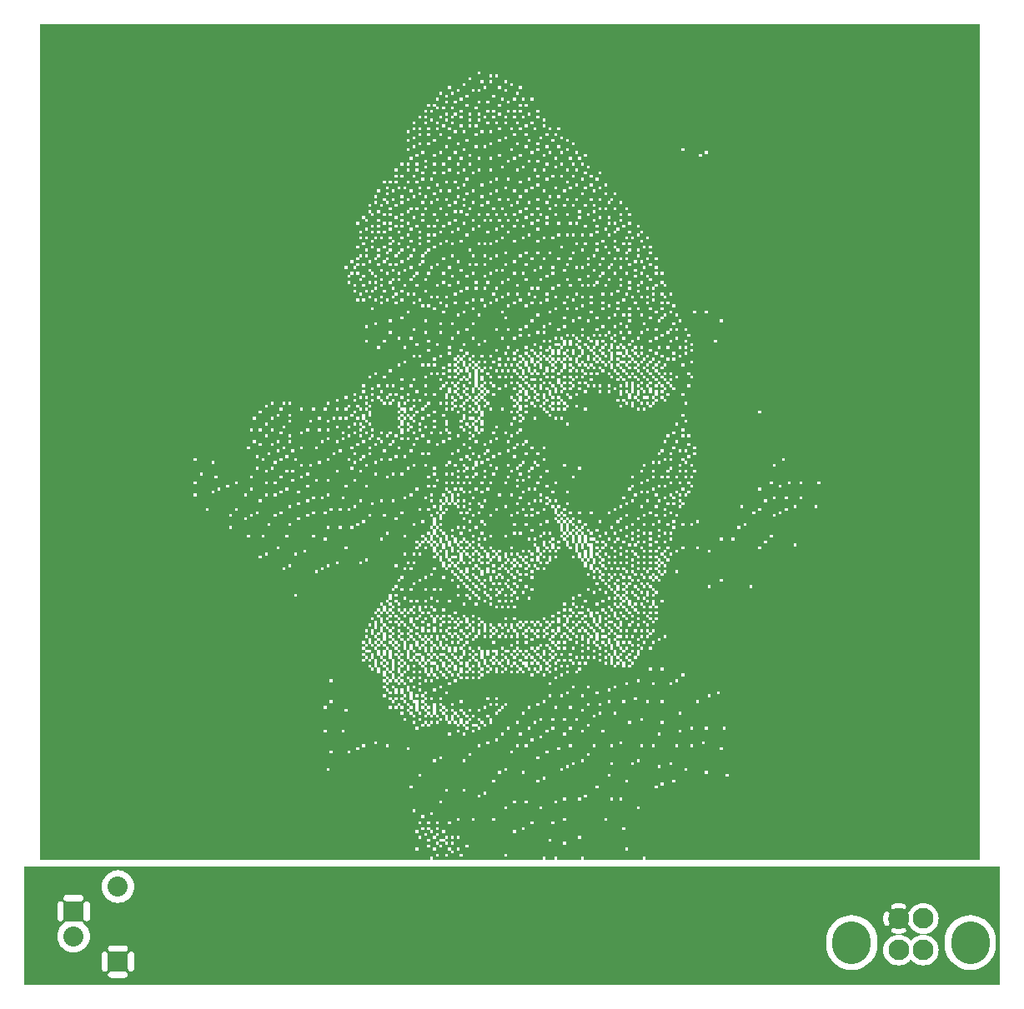
<source format=gtl>
G04 start of page 2 for group 3 layer_idx 0 *
G04 Title: (unknown), top_copper *
G04 Creator: pcb-rnd 3.1.5-dev *
G04 CreationDate: 2024-03-24 09:53:49 UTC *
G04 For: STEM4ukraine *
G04 Format: Gerber/RS-274X *
G04 PCB-Dimensions: 393701 393701 *
G04 PCB-Coordinate-Origin: lower left *
%MOIN*%
%FSLAX25Y25*%
%LNTOP_COPPER_NONE_3*%
%ADD18C,0.0374*%
%ADD17C,0.0394*%
%ADD16C,0.1220*%
%ADD15C,0.1260*%
%ADD14C,0.0827*%
%ADD13C,0.1535*%
%ADD12C,0.0800*%
%ADD11C,0.0001*%
G54D11*G36*
X391732Y49213D02*Y1969D01*
X380079D01*
Y7902D01*
X381676Y8027D01*
X383233Y8401D01*
X384713Y9014D01*
X386079Y9851D01*
X387297Y10892D01*
X388338Y12110D01*
X389175Y13476D01*
X389788Y14956D01*
X390162Y16513D01*
X390256Y18110D01*
Y19685D01*
X390162Y21282D01*
X389788Y22840D01*
X389175Y24320D01*
X388338Y25685D01*
X387297Y26904D01*
X386079Y27944D01*
X384713Y28781D01*
X383233Y29394D01*
X381676Y29768D01*
X380079Y29894D01*
Y49213D01*
X391732D01*
G37*
G36*
X380079D02*Y29894D01*
X378482Y29768D01*
X376924Y29394D01*
X375444Y28781D01*
X374078Y27944D01*
X372860Y26904D01*
X371820Y25685D01*
X370983Y24320D01*
X370370Y22840D01*
X369996Y21282D01*
X369902Y19685D01*
Y18110D01*
X369996Y16513D01*
X370370Y14956D01*
X370983Y13476D01*
X371820Y12110D01*
X372860Y10892D01*
X374078Y9851D01*
X375444Y9014D01*
X376924Y8401D01*
X378482Y8027D01*
X380079Y7902D01*
Y1969D01*
X361290D01*
Y9793D01*
X361299Y9792D01*
X362262Y9868D01*
X363201Y10093D01*
X364093Y10463D01*
X364916Y10967D01*
X365650Y11594D01*
X366277Y12328D01*
X366781Y13152D01*
X367151Y14044D01*
X367376Y14982D01*
X367433Y15945D01*
X367376Y16907D01*
X367151Y17846D01*
X366781Y18738D01*
X366277Y19561D01*
X365650Y20296D01*
X364916Y20923D01*
X364093Y21427D01*
X363201Y21797D01*
X362262Y22022D01*
X361299Y22098D01*
X361290Y22097D01*
Y22391D01*
X361299Y22391D01*
X362262Y22466D01*
X363201Y22692D01*
X364093Y23061D01*
X364916Y23566D01*
X365650Y24193D01*
X366277Y24927D01*
X366781Y25750D01*
X367151Y26642D01*
X367376Y27581D01*
X367433Y28543D01*
X367376Y29506D01*
X367151Y30445D01*
X366781Y31337D01*
X366277Y32160D01*
X365650Y32894D01*
X364916Y33521D01*
X364093Y34025D01*
X363201Y34395D01*
X362262Y34620D01*
X361299Y34696D01*
X361290Y34695D01*
Y49213D01*
X380079D01*
G37*
G36*
X351459Y1969D02*Y9792D01*
X352419Y9868D01*
X353358Y10093D01*
X354250Y10463D01*
X355073Y10967D01*
X355807Y11594D01*
X356378Y12262D01*
X356949Y11594D01*
X357683Y10967D01*
X358506Y10463D01*
X359398Y10093D01*
X360337Y9868D01*
X361290Y9793D01*
Y1969D01*
X351459D01*
G37*
G36*
X361290Y49213D02*Y34695D01*
X360337Y34620D01*
X359398Y34395D01*
X358506Y34025D01*
X357683Y33521D01*
X356949Y32894D01*
X356322Y32160D01*
X355909Y31486D01*
X355805Y31452D01*
X355665Y31380D01*
X355537Y31287D01*
X355426Y31174D01*
X355333Y31046D01*
X355262Y30905D01*
X355214Y30755D01*
X355189Y30599D01*
X355190Y30441D01*
X355215Y30285D01*
X355267Y30136D01*
X355332Y29964D01*
X355222Y29506D01*
X355146Y28543D01*
X355222Y27581D01*
X355333Y27119D01*
X355271Y26949D01*
X355219Y26801D01*
X355194Y26646D01*
X355193Y26488D01*
X355218Y26333D01*
X355266Y26183D01*
X355337Y26042D01*
X355429Y25915D01*
X355540Y25803D01*
X355667Y25710D01*
X355807Y25638D01*
X355905Y25606D01*
X356322Y24927D01*
X356949Y24193D01*
X357683Y23566D01*
X358506Y23061D01*
X359398Y22692D01*
X360337Y22466D01*
X361290Y22391D01*
Y22097D01*
X360337Y22022D01*
X359398Y21797D01*
X358506Y21427D01*
X357683Y20923D01*
X356949Y20296D01*
X356378Y19627D01*
X355807Y20296D01*
X355073Y20923D01*
X354250Y21427D01*
X353358Y21797D01*
X352419Y22022D01*
X351459Y22098D01*
Y22409D01*
X351727D01*
X352264Y22457D01*
X352796Y22551D01*
X353317Y22692D01*
X353824Y22878D01*
X353965Y22949D01*
X354093Y23043D01*
X354204Y23155D01*
X354297Y23283D01*
X354368Y23424D01*
X354416Y23574D01*
X354440Y23731D01*
X354440Y23889D01*
X354415Y24045D01*
X354365Y24195D01*
X354293Y24335D01*
X354200Y24463D01*
X354088Y24574D01*
X353960Y24667D01*
X353819Y24738D01*
X353668Y24786D01*
X353512Y24811D01*
X353354Y24810D01*
X353198Y24785D01*
X353049Y24733D01*
X352709Y24604D01*
X352358Y24509D01*
X352001Y24445D01*
X351638Y24413D01*
X351459D01*
Y32673D01*
X351638D01*
X352001Y32641D01*
X352358Y32578D01*
X352709Y32483D01*
X353051Y32358D01*
X353199Y32306D01*
X353354Y32280D01*
X353512Y32280D01*
X353667Y32304D01*
X353817Y32352D01*
X353958Y32423D01*
X354085Y32515D01*
X354197Y32626D01*
X354290Y32753D01*
X354362Y32893D01*
X354411Y33043D01*
X354436Y33198D01*
X354436Y33356D01*
X354412Y33511D01*
X354364Y33661D01*
X354293Y33802D01*
X354201Y33929D01*
X354090Y34041D01*
X353963Y34134D01*
X353822Y34203D01*
X353317Y34394D01*
X352796Y34535D01*
X352264Y34630D01*
X351727Y34677D01*
X351459D01*
Y49213D01*
X361290D01*
G37*
G36*
X347106Y11594D02*X347840Y10967D01*
X348663Y10463D01*
X349555Y10093D01*
X350494Y9868D01*
X351457Y9792D01*
X351459Y9792D01*
Y1969D01*
X346523D01*
Y12276D01*
X347106Y11594D01*
G37*
G36*
X351459Y49213D02*Y34677D01*
X351187D01*
X350649Y34630D01*
X350117Y34535D01*
X349596Y34394D01*
X349089Y34208D01*
X348948Y34137D01*
X348821Y34044D01*
X348709Y33932D01*
X348617Y33804D01*
X348546Y33663D01*
X348497Y33512D01*
X348473Y33356D01*
X348473Y33198D01*
X348499Y33042D01*
X348548Y32892D01*
X348620Y32751D01*
X348713Y32624D01*
X348826Y32512D01*
X348954Y32420D01*
X349095Y32349D01*
X349245Y32300D01*
X349401Y32276D01*
X349559Y32276D01*
X349715Y32302D01*
X349864Y32354D01*
X350204Y32483D01*
X350555Y32578D01*
X350913Y32641D01*
X351275Y32673D01*
X351459D01*
Y24413D01*
X351275D01*
X350913Y24445D01*
X350555Y24509D01*
X350204Y24604D01*
X349863Y24729D01*
X349714Y24781D01*
X349559Y24806D01*
X349402Y24807D01*
X349246Y24782D01*
X349096Y24734D01*
X348956Y24663D01*
X348828Y24571D01*
X348717Y24460D01*
X348624Y24333D01*
X348552Y24193D01*
X348503Y24044D01*
X348477Y23888D01*
X348477Y23731D01*
X348501Y23575D01*
X348549Y23425D01*
X348620Y23285D01*
X348712Y23157D01*
X348823Y23046D01*
X348950Y22953D01*
X349092Y22884D01*
X349596Y22692D01*
X350117Y22551D01*
X350649Y22457D01*
X351187Y22409D01*
X351459D01*
Y22098D01*
X351457Y22098D01*
X350494Y22022D01*
X349555Y21797D01*
X348663Y21427D01*
X347840Y20923D01*
X347106Y20296D01*
X346523Y19613D01*
Y25578D01*
X346644Y25560D01*
X346802Y25560D01*
X346958Y25585D01*
X347108Y25635D01*
X347249Y25707D01*
X347376Y25800D01*
X347488Y25912D01*
X347580Y26040D01*
X347651Y26181D01*
X347700Y26332D01*
X347724Y26488D01*
X347724Y26646D01*
X347698Y26802D01*
X347646Y26951D01*
X347517Y27291D01*
X347422Y27642D01*
X347359Y27999D01*
X347327Y28362D01*
Y28725D01*
X347359Y29087D01*
X347422Y29445D01*
X347517Y29796D01*
X347642Y30137D01*
X347694Y30286D01*
X347720Y30441D01*
X347720Y30598D01*
X347696Y30754D01*
X347648Y30904D01*
X347577Y31044D01*
X347485Y31172D01*
X347374Y31283D01*
X347247Y31376D01*
X347107Y31448D01*
X346957Y31497D01*
X346802Y31523D01*
X346644Y31523D01*
X346523Y31504D01*
Y49213D01*
X351459D01*
G37*
G36*
X346523D02*Y31504D01*
X346489Y31499D01*
X346339Y31451D01*
X346198Y31380D01*
X346071Y31288D01*
X345959Y31177D01*
X345866Y31050D01*
X345797Y30908D01*
X345606Y30404D01*
X345465Y29883D01*
X345370Y29351D01*
X345323Y28813D01*
Y28273D01*
X345370Y27736D01*
X345465Y27204D01*
X345606Y26683D01*
X345792Y26176D01*
X345863Y26035D01*
X345956Y25907D01*
X346068Y25796D01*
X346196Y25704D01*
X346337Y25632D01*
X346488Y25584D01*
X346523Y25578D01*
Y19613D01*
X346479Y19561D01*
X345975Y18738D01*
X345605Y17846D01*
X345380Y16907D01*
X345304Y15945D01*
X345380Y14982D01*
X345605Y14044D01*
X345975Y13152D01*
X346479Y12328D01*
X346523Y12276D01*
Y1969D01*
X332677D01*
Y7902D01*
X334274Y8027D01*
X335832Y8401D01*
X337312Y9014D01*
X338678Y9851D01*
X339896Y10892D01*
X340936Y12110D01*
X341773Y13476D01*
X342386Y14956D01*
X342760Y16513D01*
X342854Y18110D01*
Y19685D01*
X342760Y21282D01*
X342386Y22840D01*
X341773Y24320D01*
X340936Y25685D01*
X339896Y26904D01*
X338678Y27944D01*
X337312Y28781D01*
X335832Y29394D01*
X334274Y29768D01*
X332677Y29894D01*
Y49213D01*
X346523D01*
G37*
G36*
X332677D02*Y29894D01*
X331080Y29768D01*
X329523Y29394D01*
X328043Y28781D01*
X326677Y27944D01*
X325459Y26904D01*
X324418Y25685D01*
X323581Y24320D01*
X322968Y22840D01*
X322594Y21282D01*
X322500Y19685D01*
Y18110D01*
X322594Y16513D01*
X322968Y14956D01*
X323581Y13476D01*
X324418Y12110D01*
X325459Y10892D01*
X326677Y9851D01*
X328043Y9014D01*
X329523Y8401D01*
X331080Y8027D01*
X332677Y7902D01*
Y1969D01*
X39370D01*
Y4839D01*
X42120D01*
X42316Y4850D01*
X42508Y4896D01*
X42689Y4971D01*
X42857Y5074D01*
X43007Y5202D01*
X43134Y5352D01*
X43237Y5519D01*
X43313Y5701D01*
X43359Y5892D01*
X43374Y6089D01*
X43359Y6285D01*
X43313Y6476D01*
X43237Y6658D01*
X43134Y6826D01*
X43007Y6975D01*
X42857Y7103D01*
X42689Y7206D01*
X42508Y7281D01*
X42316Y7327D01*
X42120Y7339D01*
X43370D01*
Y8588D01*
X43382Y8392D01*
X43428Y8201D01*
X43503Y8019D01*
X43606Y7852D01*
X43733Y7702D01*
X43883Y7574D01*
X44051Y7471D01*
X44233Y7396D01*
X44424Y7350D01*
X44620Y7335D01*
X44816Y7350D01*
X45008Y7396D01*
X45189Y7471D01*
X45357Y7574D01*
X45507Y7702D01*
X45634Y7852D01*
X45737Y8019D01*
X45813Y8201D01*
X45858Y8392D01*
X45870Y8589D01*
Y14089D01*
X45858Y14285D01*
X45813Y14476D01*
X45737Y14658D01*
X45634Y14826D01*
X45507Y14975D01*
X45357Y15103D01*
X45189Y15206D01*
X45008Y15281D01*
X44816Y15327D01*
X44620Y15342D01*
X44424Y15327D01*
X44233Y15281D01*
X44051Y15206D01*
X43883Y15103D01*
X43733Y14975D01*
X43606Y14826D01*
X43503Y14658D01*
X43428Y14476D01*
X43382Y14285D01*
X43370Y14089D01*
Y15339D01*
X42120D01*
X42316Y15350D01*
X42508Y15396D01*
X42689Y15471D01*
X42857Y15574D01*
X43007Y15702D01*
X43134Y15852D01*
X43237Y16019D01*
X43313Y16201D01*
X43358Y16392D01*
X43374Y16589D01*
X43358Y16785D01*
X43313Y16976D01*
X43237Y17158D01*
X43134Y17326D01*
X43007Y17475D01*
X42857Y17603D01*
X42689Y17706D01*
X42508Y17781D01*
X42316Y17827D01*
X42120Y17839D01*
X39370D01*
Y34819D01*
X40390Y34899D01*
X41385Y35138D01*
X42330Y35529D01*
X43202Y36064D01*
X43980Y36728D01*
X44645Y37506D01*
X45179Y38379D01*
X45571Y39324D01*
X45810Y40319D01*
X45870Y41339D01*
X45810Y42359D01*
X45571Y43353D01*
X45179Y44299D01*
X44645Y45171D01*
X43980Y45949D01*
X43202Y46613D01*
X42330Y47148D01*
X41385Y47540D01*
X40390Y47778D01*
X39370Y47859D01*
Y49213D01*
X332677D01*
G37*
G36*
X39370D02*Y47859D01*
X38350Y47778D01*
X37355Y47540D01*
X36410Y47148D01*
X35538Y46613D01*
X34760Y45949D01*
X34095Y45171D01*
X33561Y44299D01*
X33169Y43353D01*
X32930Y42359D01*
X32850Y41339D01*
X32930Y40319D01*
X33169Y39324D01*
X33561Y38379D01*
X34095Y37506D01*
X34760Y36728D01*
X35538Y36064D01*
X36410Y35529D01*
X37355Y35138D01*
X38350Y34899D01*
X39370Y34819D01*
Y17839D01*
X36620D01*
X36424Y17827D01*
X36233Y17781D01*
X36051Y17706D01*
X35883Y17603D01*
X35733Y17475D01*
X35606Y17326D01*
X35503Y17158D01*
X35428Y16976D01*
X35382Y16785D01*
X35366Y16589D01*
X35382Y16392D01*
X35428Y16201D01*
X35503Y16019D01*
X35606Y15852D01*
X35733Y15702D01*
X35883Y15574D01*
X36051Y15471D01*
X36233Y15396D01*
X36424Y15350D01*
X36620Y15339D01*
X35370D01*
Y14089D01*
X35358Y14285D01*
X35313Y14476D01*
X35237Y14658D01*
X35134Y14826D01*
X35007Y14975D01*
X34857Y15103D01*
X34689Y15206D01*
X34508Y15281D01*
X34316Y15327D01*
X34120Y15342D01*
X33924Y15327D01*
X33733Y15281D01*
X33551Y15206D01*
X33383Y15103D01*
X33233Y14975D01*
X33106Y14826D01*
X33003Y14658D01*
X32928Y14476D01*
X32882Y14285D01*
X32870Y14089D01*
Y8589D01*
X32882Y8392D01*
X32928Y8201D01*
X33003Y8019D01*
X33106Y7852D01*
X33233Y7702D01*
X33383Y7574D01*
X33551Y7471D01*
X33733Y7396D01*
X33924Y7350D01*
X34120Y7335D01*
X34316Y7350D01*
X34508Y7396D01*
X34689Y7471D01*
X34857Y7574D01*
X35007Y7702D01*
X35134Y7852D01*
X35237Y8019D01*
X35313Y8201D01*
X35359Y8392D01*
X35370Y8588D01*
Y7339D01*
X36620D01*
X36424Y7327D01*
X36233Y7281D01*
X36051Y7206D01*
X35883Y7103D01*
X35733Y6975D01*
X35606Y6826D01*
X35503Y6658D01*
X35428Y6476D01*
X35382Y6285D01*
X35366Y6089D01*
X35382Y5892D01*
X35428Y5701D01*
X35503Y5519D01*
X35606Y5352D01*
X35733Y5202D01*
X35883Y5074D01*
X36051Y4971D01*
X36233Y4896D01*
X36424Y4850D01*
X36620Y4839D01*
X39370D01*
Y1969D01*
X21644D01*
Y14977D01*
X21654Y14976D01*
X22674Y15056D01*
X23668Y15295D01*
X24614Y15687D01*
X25486Y16221D01*
X26264Y16886D01*
X26928Y17664D01*
X27463Y18536D01*
X27854Y19481D01*
X28093Y20476D01*
X28154Y21496D01*
X28093Y22516D01*
X27854Y23511D01*
X27463Y24456D01*
X26928Y25328D01*
X26264Y26106D01*
X25568Y26701D01*
X25521Y26815D01*
X25418Y26983D01*
X25290Y27133D01*
X25141Y27260D01*
X24973Y27363D01*
X24791Y27439D01*
X24600Y27484D01*
X24404Y27496D01*
X25654D01*
Y28746D01*
X25665Y28550D01*
X25711Y28359D01*
X25786Y28177D01*
X25889Y28009D01*
X26017Y27859D01*
X26167Y27732D01*
X26334Y27629D01*
X26516Y27554D01*
X26707Y27508D01*
X26904Y27492D01*
X27100Y27508D01*
X27291Y27554D01*
X27473Y27629D01*
X27641Y27732D01*
X27790Y27859D01*
X27918Y28009D01*
X28021Y28177D01*
X28096Y28359D01*
X28142Y28550D01*
X28154Y28746D01*
Y34246D01*
X28142Y34442D01*
X28096Y34634D01*
X28021Y34815D01*
X27918Y34983D01*
X27790Y35133D01*
X27641Y35260D01*
X27473Y35363D01*
X27291Y35439D01*
X27100Y35484D01*
X26904Y35500D01*
X26707Y35484D01*
X26516Y35439D01*
X26334Y35363D01*
X26167Y35260D01*
X26017Y35133D01*
X25889Y34983D01*
X25786Y34815D01*
X25711Y34634D01*
X25665Y34442D01*
X25654Y34246D01*
Y35496D01*
X24404D01*
X24600Y35508D01*
X24791Y35554D01*
X24973Y35629D01*
X25141Y35732D01*
X25290Y35859D01*
X25418Y36009D01*
X25521Y36177D01*
X25596Y36359D01*
X25642Y36550D01*
X25657Y36746D01*
X25642Y36942D01*
X25596Y37134D01*
X25521Y37315D01*
X25418Y37483D01*
X25290Y37633D01*
X25141Y37760D01*
X24973Y37863D01*
X24791Y37939D01*
X24600Y37984D01*
X24404Y37996D01*
X21644D01*
Y49213D01*
X39370D01*
G37*
G36*
X21644D02*Y37996D01*
X18904D01*
X18707Y37984D01*
X18516Y37939D01*
X18334Y37863D01*
X18167Y37760D01*
X18017Y37633D01*
X17889Y37483D01*
X17786Y37315D01*
X17711Y37134D01*
X17665Y36942D01*
X17650Y36746D01*
X17665Y36550D01*
X17711Y36359D01*
X17786Y36177D01*
X17889Y36009D01*
X18017Y35859D01*
X18167Y35732D01*
X18334Y35629D01*
X18516Y35554D01*
X18707Y35508D01*
X18903Y35496D01*
X17654D01*
Y34246D01*
X17642Y34442D01*
X17596Y34634D01*
X17521Y34815D01*
X17418Y34983D01*
X17290Y35133D01*
X17141Y35260D01*
X16973Y35363D01*
X16791Y35439D01*
X16600Y35484D01*
X16404Y35500D01*
X16207Y35484D01*
X16016Y35439D01*
X15834Y35363D01*
X15667Y35260D01*
X15517Y35133D01*
X15389Y34983D01*
X15286Y34815D01*
X15211Y34634D01*
X15165Y34442D01*
X15154Y34246D01*
Y28746D01*
X15165Y28550D01*
X15211Y28359D01*
X15286Y28177D01*
X15389Y28009D01*
X15517Y27859D01*
X15667Y27732D01*
X15834Y27629D01*
X16016Y27554D01*
X16207Y27508D01*
X16404Y27492D01*
X16600Y27508D01*
X16791Y27554D01*
X16973Y27629D01*
X17141Y27732D01*
X17290Y27859D01*
X17418Y28009D01*
X17521Y28177D01*
X17596Y28359D01*
X17642Y28550D01*
X17654Y28746D01*
Y27496D01*
X18903D01*
X18707Y27484D01*
X18516Y27439D01*
X18334Y27363D01*
X18167Y27260D01*
X18017Y27133D01*
X17889Y26983D01*
X17786Y26815D01*
X17739Y26701D01*
X17043Y26106D01*
X16379Y25328D01*
X15844Y24456D01*
X15453Y23511D01*
X15214Y22516D01*
X15133Y21496D01*
X15214Y20476D01*
X15453Y19481D01*
X15844Y18536D01*
X16379Y17664D01*
X17043Y16886D01*
X17821Y16221D01*
X18694Y15687D01*
X19639Y15295D01*
X20634Y15056D01*
X21644Y14977D01*
Y1969D01*
X1969D01*
Y49213D01*
X21644D01*
G37*
G36*
X383878Y386437D02*Y385217D01*
X8248D01*
Y386437D01*
X383878D01*
G37*
G36*
Y385256D02*Y384035D01*
X8248D01*
Y385256D01*
X383878D01*
G37*
G36*
Y384075D02*Y382854D01*
X8248D01*
Y384075D01*
X383878D01*
G37*
G36*
Y382894D02*Y381673D01*
X8248D01*
Y382894D01*
X383878D01*
G37*
G36*
Y381713D02*Y380492D01*
X8248D01*
Y381713D01*
X383878D01*
G37*
G36*
Y380531D02*Y379311D01*
X8248D01*
Y380531D01*
X383878D01*
G37*
G36*
Y379350D02*Y378130D01*
X8248D01*
Y379350D01*
X383878D01*
G37*
G36*
Y378169D02*Y376949D01*
X8248D01*
Y378169D01*
X383878D01*
G37*
G36*
Y376988D02*Y375768D01*
X8248D01*
Y376988D01*
X383878D01*
G37*
G36*
Y375807D02*Y374587D01*
X8248D01*
Y375807D01*
X383878D01*
G37*
G36*
Y374626D02*Y373405D01*
X8248D01*
Y374626D01*
X383878D01*
G37*
G36*
Y373445D02*Y372224D01*
X8248D01*
Y373445D01*
X383878D01*
G37*
G36*
Y372264D02*Y371043D01*
X8248D01*
Y372264D01*
X383878D01*
G37*
G36*
Y371083D02*Y369862D01*
X8248D01*
Y371083D01*
X383878D01*
G37*
G36*
Y369902D02*Y368681D01*
X8248D01*
Y369902D01*
X383878D01*
G37*
G36*
Y368720D02*Y367500D01*
X8248D01*
Y368720D01*
X383878D01*
G37*
G36*
X183090Y367539D02*Y366319D01*
X8248D01*
Y367539D01*
X183090D01*
G37*
G36*
X383878D02*Y366319D01*
X184232D01*
Y367539D01*
X383878D01*
G37*
G36*
X187815Y366358D02*Y365138D01*
X8248D01*
Y366358D01*
X187815D01*
G37*
G36*
X184271Y363996D02*Y362776D01*
X8248D01*
Y363996D01*
X184271D01*
G37*
G36*
X177185Y362815D02*Y361594D01*
X8248D01*
Y362815D01*
X177185D01*
G37*
G36*
X171279Y361634D02*Y360413D01*
X8248D01*
Y361634D01*
X171279D01*
G37*
G36*
X185453D02*Y360413D01*
X172421D01*
Y361634D01*
X185453D01*
G37*
G36*
X187815Y363996D02*Y362776D01*
X185413D01*
Y363996D01*
X187815D01*
G37*
G36*
X196083Y362815D02*Y361594D01*
X178327D01*
Y362815D01*
X196083D01*
G37*
G36*
X191358Y361634D02*Y360413D01*
X186594D01*
Y361634D01*
X191358D01*
G37*
G36*
X199626D02*Y360413D01*
X192500D01*
Y361634D01*
X199626D01*
G37*
G36*
X174823Y360453D02*Y359232D01*
X8248D01*
Y360453D01*
X174823D01*
G37*
G36*
X167736Y359272D02*Y358051D01*
X8248D01*
Y359272D01*
X167736D01*
G37*
G36*
X166555Y356909D02*Y355689D01*
X8248D01*
Y356909D01*
X166555D01*
G37*
G36*
X176004D02*Y355689D01*
X167697D01*
Y356909D01*
X176004D01*
G37*
G36*
X172460Y359272D02*Y358051D01*
X168878D01*
Y359272D01*
X172460D01*
G37*
G36*
X170098Y358091D02*Y356870D01*
X8248D01*
Y358091D01*
X170098D01*
G37*
G36*
X178366D02*Y356870D01*
X171240D01*
Y358091D01*
X178366D01*
G37*
G36*
X170098Y355728D02*Y354508D01*
X8248D01*
Y355728D01*
X170098D01*
G37*
G36*
X163012Y354547D02*Y353327D01*
X8248D01*
Y354547D01*
X163012D01*
G37*
G36*
X165374D02*Y353327D01*
X164153D01*
Y354547D01*
X165374D01*
G37*
G36*
X166555Y353366D02*Y352146D01*
X8248D01*
Y353366D01*
X166555D01*
G37*
G36*
X178366Y354547D02*Y353327D01*
X166516D01*
Y354547D01*
X178366D01*
G37*
G36*
X168917Y353366D02*Y352146D01*
X167697D01*
Y353366D01*
X168917D01*
G37*
G36*
X172460D02*Y352146D01*
X170059D01*
Y353366D01*
X172460D01*
G37*
G36*
X181909D02*Y352146D01*
X173602D01*
Y353366D01*
X181909D01*
G37*
G36*
X161831Y352185D02*Y350965D01*
X8248D01*
Y352185D01*
X161831D01*
G37*
G36*
X170098Y351004D02*Y349783D01*
X8248D01*
Y351004D01*
X170098D01*
G37*
G36*
X173642D02*Y349783D01*
X171240D01*
Y351004D01*
X173642D01*
G37*
G36*
X179547D02*Y349783D01*
X174783D01*
Y351004D01*
X179547D01*
G37*
G36*
X183090D02*Y349783D01*
X180689D01*
Y351004D01*
X183090D01*
G37*
G36*
X191358D02*Y349783D01*
X184232D01*
Y351004D01*
X191358D01*
G37*
G36*
X203169D02*Y349783D01*
X192500D01*
Y351004D01*
X203169D01*
G37*
G36*
X159468Y349823D02*Y348602D01*
X8248D01*
Y349823D01*
X159468D01*
G37*
G36*
X164193Y348642D02*Y347421D01*
X8248D01*
Y348642D01*
X164193D01*
G37*
G36*
X157106Y347461D02*Y346240D01*
X8248D01*
Y347461D01*
X157106D01*
G37*
G36*
X161831D02*Y346240D01*
X158248D01*
Y347461D01*
X161831D01*
G37*
G36*
X168917Y346279D02*Y345059D01*
X8248D01*
Y346279D01*
X168917D01*
G37*
G36*
X166555Y347461D02*Y346240D01*
X162972D01*
Y347461D01*
X166555D01*
G37*
G36*
X172460D02*Y346240D01*
X167697D01*
Y347461D01*
X172460D01*
G37*
G36*
X176004Y346279D02*Y345059D01*
X170059D01*
Y346279D01*
X176004D01*
G37*
G36*
X179547D02*Y345059D01*
X177145D01*
Y346279D01*
X179547D01*
G37*
G36*
X181909D02*Y345059D01*
X180689D01*
Y346279D01*
X181909D01*
G37*
G36*
X157106Y345098D02*Y343878D01*
X8248D01*
Y345098D01*
X157106D01*
G37*
G36*
X159468D02*Y343878D01*
X158248D01*
Y345098D01*
X159468D01*
G37*
G36*
X154744Y343917D02*Y342697D01*
X8248D01*
Y343917D01*
X154744D01*
G37*
G36*
X163012Y345098D02*Y343878D01*
X160610D01*
Y345098D01*
X163012D01*
G37*
G36*
X166555D02*Y343878D01*
X164153D01*
Y345098D01*
X166555D01*
G37*
G36*
X171279D02*Y343878D01*
X167697D01*
Y345098D01*
X171279D01*
G37*
G36*
X173642Y343917D02*Y342697D01*
X155886D01*
Y343917D01*
X173642D01*
G37*
G36*
X177185D02*Y342697D01*
X174783D01*
Y343917D01*
X177185D01*
G37*
G36*
X184271D02*Y342697D01*
X178327D01*
Y343917D01*
X184271D01*
G37*
G36*
X187815D02*Y342697D01*
X185413D01*
Y343917D01*
X187815D01*
G37*
G36*
X159468Y342736D02*Y341516D01*
X8248D01*
Y342736D01*
X159468D01*
G37*
G36*
X163012D02*Y341516D01*
X160610D01*
Y342736D01*
X163012D01*
G37*
G36*
X167736D02*Y341516D01*
X164153D01*
Y342736D01*
X167736D01*
G37*
G36*
X181909D02*Y341516D01*
X168878D01*
Y342736D01*
X181909D01*
G37*
G36*
X197264D02*Y341516D01*
X183051D01*
Y342736D01*
X197264D01*
G37*
G36*
X201988D02*Y341516D01*
X198405D01*
Y342736D01*
X201988D01*
G37*
G36*
X210256D02*Y341516D01*
X203130D01*
Y342736D01*
X210256D01*
G37*
G36*
X213799D02*Y341516D01*
X211397D01*
Y342736D01*
X213799D01*
G37*
G36*
X157106Y341555D02*Y340335D01*
X8248D01*
Y341555D01*
X157106D01*
G37*
G36*
X154744Y340374D02*Y339153D01*
X8248D01*
Y340374D01*
X154744D01*
G37*
G36*
X165374D02*Y339153D01*
X155886D01*
Y340374D01*
X165374D01*
G37*
G36*
X178366D02*Y339153D01*
X166516D01*
Y340374D01*
X178366D01*
G37*
G36*
X191358D02*Y339153D01*
X179508D01*
Y340374D01*
X191358D01*
G37*
G36*
X203169D02*Y339153D01*
X192500D01*
Y340374D01*
X203169D01*
G37*
G36*
X212618D02*Y339153D01*
X204311D01*
Y340374D01*
X212618D01*
G37*
G36*
X218523D02*Y339153D01*
X213760D01*
Y340374D01*
X218523D01*
G37*
G36*
X159468Y339193D02*Y337972D01*
X8248D01*
Y339193D01*
X159468D01*
G37*
G36*
X157106Y338012D02*Y336791D01*
X8248D01*
Y338012D01*
X157106D01*
G37*
G36*
X154744Y336831D02*Y335610D01*
X8248D01*
Y336831D01*
X154744D01*
G37*
G36*
X177185D02*Y335610D01*
X155886D01*
Y336831D01*
X177185D01*
G37*
G36*
X160649Y335650D02*Y334429D01*
X8248D01*
Y335650D01*
X160649D01*
G37*
G36*
X167736D02*Y334429D01*
X161791D01*
Y335650D01*
X167736D01*
G37*
G36*
X173642D02*Y334429D01*
X168878D01*
Y335650D01*
X173642D01*
G37*
G36*
X158287Y334468D02*Y333248D01*
X8248D01*
Y334468D01*
X158287D01*
G37*
G36*
X155925Y333287D02*Y332067D01*
X8248D01*
Y333287D01*
X155925D01*
G37*
G36*
X152382Y330925D02*Y329705D01*
X8248D01*
Y330925D01*
X152382D01*
G37*
G36*
X154744D02*Y329705D01*
X153523D01*
Y330925D01*
X154744D01*
G37*
G36*
X161831Y332106D02*Y330886D01*
X8248D01*
Y332106D01*
X161831D01*
G37*
G36*
X158287Y330925D02*Y329705D01*
X155886D01*
Y330925D01*
X158287D01*
G37*
G36*
X165374D02*Y329705D01*
X159429D01*
Y330925D01*
X165374D01*
G37*
G36*
X168917D02*Y329705D01*
X166516D01*
Y330925D01*
X168917D01*
G37*
G36*
X174823D02*Y329705D01*
X170059D01*
Y330925D01*
X174823D01*
G37*
G36*
X179547D02*Y329705D01*
X175964D01*
Y330925D01*
X179547D01*
G37*
G36*
X161831Y329744D02*Y328524D01*
X8248D01*
Y329744D01*
X161831D01*
G37*
G36*
X150019Y328563D02*Y327342D01*
X8248D01*
Y328563D01*
X150019D01*
G37*
G36*
X154744D02*Y327342D01*
X151161D01*
Y328563D01*
X154744D01*
G37*
G36*
X160649Y327382D02*Y326161D01*
X8248D01*
Y327382D01*
X160649D01*
G37*
G36*
X165374D02*Y326161D01*
X161791D01*
Y327382D01*
X165374D01*
G37*
G36*
X168917D02*Y326161D01*
X166516D01*
Y327382D01*
X168917D01*
G37*
G36*
X174823D02*Y326161D01*
X170059D01*
Y327382D01*
X174823D01*
G37*
G36*
X180728D02*Y326161D01*
X175964D01*
Y327382D01*
X180728D01*
G37*
G36*
X150019Y326201D02*Y324980D01*
X8248D01*
Y326201D01*
X150019D01*
G37*
G36*
X160649Y325020D02*Y323799D01*
X8248D01*
Y325020D01*
X160649D01*
G37*
G36*
X164193D02*Y323799D01*
X161791D01*
Y325020D01*
X164193D01*
G37*
G36*
X178366D02*Y323799D01*
X165334D01*
Y325020D01*
X178366D01*
G37*
G36*
X190177D02*Y323799D01*
X179508D01*
Y325020D01*
X190177D01*
G37*
G36*
X194901D02*Y323799D01*
X191319D01*
Y325020D01*
X194901D01*
G37*
G36*
X203169D02*Y323799D01*
X196043D01*
Y325020D01*
X203169D01*
G37*
G36*
X210256D02*Y323799D01*
X204311D01*
Y325020D01*
X210256D01*
G37*
G36*
X145295Y323839D02*Y322618D01*
X8248D01*
Y323839D01*
X145295D01*
G37*
G36*
X166555Y322657D02*Y321437D01*
X8248D01*
Y322657D01*
X166555D01*
G37*
G36*
X177185D02*Y321437D01*
X167697D01*
Y322657D01*
X177185D01*
G37*
G36*
X184271D02*Y321437D01*
X178327D01*
Y322657D01*
X184271D01*
G37*
G36*
X206712D02*Y321437D01*
X185413D01*
Y322657D01*
X206712D01*
G37*
G36*
X222067D02*Y321437D01*
X207854D01*
Y322657D01*
X222067D01*
G37*
G36*
X227972D02*Y321437D01*
X223209D01*
Y322657D01*
X227972D01*
G37*
G36*
X233878D02*Y321437D01*
X229114D01*
Y322657D01*
X233878D01*
G37*
G36*
X146476Y321476D02*Y320256D01*
X8248D01*
Y321476D01*
X146476D01*
G37*
G36*
X142933Y320295D02*Y319075D01*
X8248D01*
Y320295D01*
X142933D01*
G37*
G36*
X146476Y319114D02*Y317894D01*
X8248D01*
Y319114D01*
X146476D01*
G37*
G36*
X148838Y320295D02*Y319075D01*
X144075D01*
Y320295D01*
X148838D01*
G37*
G36*
X159468Y319114D02*Y317894D01*
X147618D01*
Y319114D01*
X159468D01*
G37*
G36*
X165374D02*Y317894D01*
X160610D01*
Y319114D01*
X165374D01*
G37*
G36*
X178366D02*Y317894D01*
X166516D01*
Y319114D01*
X178366D01*
G37*
G36*
X187815D02*Y317894D01*
X179508D01*
Y319114D01*
X187815D01*
G37*
G36*
X141752Y317933D02*Y316713D01*
X8248D01*
Y317933D01*
X141752D01*
G37*
G36*
X145295Y316752D02*Y315531D01*
X8248D01*
Y316752D01*
X145295D01*
G37*
G36*
X141752Y315571D02*Y314350D01*
X8248D01*
Y315571D01*
X141752D01*
G37*
G36*
X148838Y316752D02*Y315531D01*
X146437D01*
Y316752D01*
X148838D01*
G37*
G36*
X146476Y315571D02*Y314350D01*
X142894D01*
Y315571D01*
X146476D01*
G37*
G36*
X152382D02*Y314350D01*
X147618D01*
Y315571D01*
X152382D01*
G37*
G36*
X160649D02*Y314350D01*
X153523D01*
Y315571D01*
X160649D01*
G37*
G36*
X164193D02*Y314350D01*
X161791D01*
Y315571D01*
X164193D01*
G37*
G36*
X139390Y314390D02*Y313169D01*
X8248D01*
Y314390D01*
X139390D01*
G37*
G36*
X147657Y313209D02*Y311988D01*
X8248D01*
Y313209D01*
X147657D01*
G37*
G36*
X155925D02*Y311988D01*
X148799D01*
Y313209D01*
X155925D01*
G37*
G36*
X158287D02*Y311988D01*
X157067D01*
Y313209D01*
X158287D01*
G37*
G36*
X161831D02*Y311988D01*
X159429D01*
Y313209D01*
X161831D01*
G37*
G36*
X167736D02*Y311988D01*
X162972D01*
Y313209D01*
X167736D01*
G37*
G36*
X179547D02*Y311988D01*
X168878D01*
Y313209D01*
X179547D01*
G37*
G36*
X139390Y312027D02*Y310807D01*
X8248D01*
Y312027D01*
X139390D01*
G37*
G36*
X140571Y310846D02*Y309626D01*
X8248D01*
Y310846D01*
X140571D01*
G37*
G36*
X137027Y309665D02*Y308445D01*
X8248D01*
Y309665D01*
X137027D01*
G37*
G36*
X134665Y307303D02*Y306083D01*
X8248D01*
Y307303D01*
X134665D01*
G37*
G36*
X145295D02*Y306083D01*
X135807D01*
Y307303D01*
X145295D01*
G37*
G36*
X138208Y308484D02*Y307264D01*
X8248D01*
Y308484D01*
X138208D01*
G37*
G36*
X142933D02*Y307264D01*
X139350D01*
Y308484D01*
X142933D01*
G37*
G36*
X140571Y306122D02*Y304902D01*
X8248D01*
Y306122D01*
X140571D01*
G37*
G36*
X142933D02*Y304902D01*
X141712D01*
Y306122D01*
X142933D01*
G37*
G36*
Y303760D02*Y302539D01*
X141712D01*
Y303760D01*
X142933D01*
G37*
G36*
X145295D02*Y302539D01*
X144075D01*
Y303760D01*
X145295D01*
G37*
G36*
X138208Y304941D02*Y303720D01*
X8248D01*
Y304941D01*
X138208D01*
G37*
G36*
X135846Y303760D02*Y302539D01*
X8248D01*
Y303760D01*
X135846D01*
G37*
G36*
Y301398D02*Y300177D01*
X8248D01*
Y301398D01*
X135846D01*
G37*
G36*
X140571Y303760D02*Y302539D01*
X136988D01*
Y303760D01*
X140571D01*
G37*
G36*
X138208Y301398D02*Y300177D01*
X136988D01*
Y301398D01*
X138208D01*
G37*
G36*
X154744Y302579D02*Y301358D01*
X8248D01*
Y302579D01*
X154744D01*
G37*
G36*
X141752Y301398D02*Y300177D01*
X139350D01*
Y301398D01*
X141752D01*
G37*
G36*
X144114D02*Y300177D01*
X142894D01*
Y301398D01*
X144114D01*
G37*
G36*
X147657D02*Y300177D01*
X145256D01*
Y301398D01*
X147657D01*
G37*
G36*
X152382D02*Y300177D01*
X148799D01*
Y301398D01*
X152382D01*
G37*
G36*
X140571Y300216D02*Y298996D01*
X8248D01*
Y300216D01*
X140571D01*
G37*
G36*
X148838D02*Y298996D01*
X141712D01*
Y300216D01*
X148838D01*
G37*
G36*
X155925D02*Y298996D01*
X149980D01*
Y300216D01*
X155925D01*
G37*
G36*
X137027Y299035D02*Y297815D01*
X8248D01*
Y299035D01*
X137027D01*
G37*
G36*
X134665Y297854D02*Y296634D01*
X8248D01*
Y297854D01*
X134665D01*
G37*
G36*
X140571D02*Y296634D01*
X135807D01*
Y297854D01*
X140571D01*
G37*
G36*
X145295D02*Y296634D01*
X141712D01*
Y297854D01*
X145295D01*
G37*
G36*
X147657Y299035D02*Y297815D01*
X138169D01*
Y299035D01*
X147657D01*
G37*
G36*
X151201D02*Y297815D01*
X148799D01*
Y299035D01*
X151201D01*
G37*
G36*
X159468D02*Y297815D01*
X152342D01*
Y299035D01*
X159468D01*
G37*
G36*
X154744Y297854D02*Y296634D01*
X146437D01*
Y297854D01*
X154744D01*
G37*
G36*
X138208Y296673D02*Y295453D01*
X8248D01*
Y296673D01*
X138208D01*
G37*
G36*
X146476Y295492D02*Y294272D01*
X8248D01*
Y295492D01*
X146476D01*
G37*
G36*
X135846Y294311D02*Y293090D01*
X8248D01*
Y294311D01*
X135846D01*
G37*
G36*
X138208D02*Y293090D01*
X136988D01*
Y294311D01*
X138208D01*
G37*
G36*
X151201Y295492D02*Y294272D01*
X147618D01*
Y295492D01*
X151201D01*
G37*
G36*
X142933Y294311D02*Y293090D01*
X139350D01*
Y294311D01*
X142933D01*
G37*
G36*
X150019D02*Y293090D01*
X144075D01*
Y294311D01*
X150019D01*
G37*
G36*
X155925D02*Y293090D01*
X151161D01*
Y294311D01*
X155925D01*
G37*
G36*
X160649D02*Y293090D01*
X157067D01*
Y294311D01*
X160649D01*
G37*
G36*
X134665Y293130D02*Y291909D01*
X8248D01*
Y293130D01*
X134665D01*
G37*
G36*
X132303Y291949D02*Y290728D01*
X8248D01*
Y291949D01*
X132303D01*
G37*
G36*
X129941Y289587D02*Y288366D01*
X8248D01*
Y289587D01*
X129941D01*
G37*
G36*
X133484D02*Y288366D01*
X131082D01*
Y289587D01*
X133484D01*
G37*
G36*
X139390Y291949D02*Y290728D01*
X133445D01*
Y291949D01*
X139390D01*
G37*
G36*
X134665Y290768D02*Y289547D01*
X8248D01*
Y290768D01*
X134665D01*
G37*
G36*
X137027D02*Y289547D01*
X135807D01*
Y290768D01*
X137027D01*
G37*
G36*
X139390Y288405D02*Y287185D01*
X8248D01*
Y288405D01*
X139390D01*
G37*
G36*
X132303Y287224D02*Y286004D01*
X8248D01*
Y287224D01*
X132303D01*
G37*
G36*
X131122Y286043D02*Y284823D01*
X8248D01*
Y286043D01*
X131122D01*
G37*
G36*
X135846Y284862D02*Y283642D01*
X8248D01*
Y284862D01*
X135846D01*
G37*
G36*
X131122Y283681D02*Y282461D01*
X8248D01*
Y283681D01*
X131122D01*
G37*
G36*
X139390D02*Y282461D01*
X132264D01*
Y283681D01*
X139390D01*
G37*
G36*
X133484Y282500D02*Y281280D01*
X8248D01*
Y282500D01*
X133484D01*
G37*
G36*
X137027D02*Y281280D01*
X134626D01*
Y282500D01*
X137027D01*
G37*
G36*
X141752Y281319D02*Y280099D01*
X8248D01*
Y281319D01*
X141752D01*
G37*
G36*
X133484Y280138D02*Y278917D01*
X8248D01*
Y280138D01*
X133484D01*
G37*
G36*
X135846Y278957D02*Y277736D01*
X8248D01*
Y278957D01*
X135846D01*
G37*
G36*
X134665Y276595D02*Y275374D01*
X8248D01*
Y276595D01*
X134665D01*
G37*
G36*
X139390Y277776D02*Y276555D01*
X8248D01*
Y277776D01*
X139390D01*
G37*
G36*
X137027Y276595D02*Y275374D01*
X135807D01*
Y276595D01*
X137027D01*
G37*
G36*
X141752D02*Y275374D01*
X138169D01*
Y276595D01*
X141752D01*
G37*
G36*
X144114Y275414D02*Y274193D01*
X8248D01*
Y275414D01*
X144114D01*
G37*
G36*
X160649Y274232D02*Y273012D01*
X8248D01*
Y274232D01*
X160649D01*
G37*
G36*
X140571Y273051D02*Y271831D01*
X8248D01*
Y273051D01*
X140571D01*
G37*
G36*
X154744Y271870D02*Y270650D01*
X8248D01*
Y271870D01*
X154744D01*
G37*
G36*
X152382Y269508D02*Y268288D01*
X8248D01*
Y269508D01*
X152382D01*
G37*
G36*
X147657Y268327D02*Y267106D01*
X8248D01*
Y268327D01*
X147657D01*
G37*
G36*
X141752Y267146D02*Y265925D01*
X8248D01*
Y267146D01*
X141752D01*
G37*
G36*
X174823Y270689D02*Y269469D01*
X8248D01*
Y270689D01*
X174823D01*
G37*
G36*
X161831Y268327D02*Y267106D01*
X148799D01*
Y268327D01*
X161831D01*
G37*
G36*
X167736Y267146D02*Y265925D01*
X142894D01*
Y267146D01*
X167736D01*
G37*
G36*
X172460D02*Y265925D01*
X168878D01*
Y267146D01*
X172460D01*
G37*
G36*
X138208Y265965D02*Y264744D01*
X8248D01*
Y265965D01*
X138208D01*
G37*
G36*
X157106Y264784D02*Y263563D01*
X8248D01*
Y264784D01*
X157106D01*
G37*
G36*
X147657Y263603D02*Y262382D01*
X8248D01*
Y263603D01*
X147657D01*
G37*
G36*
X199626Y262421D02*Y261201D01*
X8248D01*
Y262421D01*
X199626D01*
G37*
G36*
X151201Y261240D02*Y260020D01*
X8248D01*
Y261240D01*
X151201D01*
G37*
G36*
X155925D02*Y260020D01*
X152342D01*
Y261240D01*
X155925D01*
G37*
G36*
X192539D02*Y260020D01*
X181870D01*
Y261240D01*
X192539D01*
G37*
G36*
X197264D02*Y260020D01*
X193681D01*
Y261240D01*
X197264D01*
G37*
G36*
X203169Y262421D02*Y261201D01*
X200768D01*
Y262421D01*
X203169D01*
G37*
G36*
X172460Y261240D02*Y260020D01*
X157067D01*
Y261240D01*
X172460D01*
G37*
G36*
X180728D02*Y260020D01*
X173602D01*
Y261240D01*
X180728D01*
G37*
G36*
X138208Y260059D02*Y258839D01*
X8248D01*
Y260059D01*
X138208D01*
G37*
G36*
X158287Y258878D02*Y257658D01*
X8248D01*
Y258878D01*
X158287D01*
G37*
G36*
X142933Y257697D02*Y256477D01*
X8248D01*
Y257697D01*
X142933D01*
G37*
G36*
X153563D02*Y256477D01*
X144075D01*
Y257697D01*
X153563D01*
G37*
G36*
X163012Y256516D02*Y255295D01*
X8248D01*
Y256516D01*
X163012D01*
G37*
G36*
X166555Y258878D02*Y257658D01*
X159429D01*
Y258878D01*
X166555D01*
G37*
G36*
X171279Y257697D02*Y256477D01*
X154705D01*
Y257697D01*
X171279D01*
G37*
G36*
X176004Y256516D02*Y255295D01*
X164153D01*
Y256516D01*
X176004D01*
G37*
G36*
X171279Y255335D02*Y254114D01*
X8248D01*
Y255335D01*
X171279D01*
G37*
G36*
X178366D02*Y254114D01*
X172421D01*
Y255335D01*
X178366D01*
G37*
G36*
X157106Y254154D02*Y252933D01*
X8248D01*
Y254154D01*
X157106D01*
G37*
G36*
X159468D02*Y252933D01*
X158248D01*
Y254154D01*
X159468D01*
G37*
G36*
X167736D02*Y252933D01*
X160610D01*
Y254154D01*
X167736D01*
G37*
G36*
X174823D02*Y252933D01*
X168878D01*
Y254154D01*
X174823D01*
G37*
G36*
X177185D02*Y252933D01*
X175964D01*
Y254154D01*
X177185D01*
G37*
G36*
X180728D02*Y252933D01*
X178327D01*
Y254154D01*
X180728D01*
G37*
G36*
X184271D02*Y252933D01*
X181870D01*
Y254154D01*
X184271D01*
G37*
G36*
X187815D02*Y252933D01*
X185413D01*
Y254154D01*
X187815D01*
G37*
G36*
X165374Y252973D02*Y251752D01*
X8248D01*
Y252973D01*
X165374D01*
G37*
G36*
X153563Y251791D02*Y250571D01*
X8248D01*
Y251791D01*
X153563D01*
G37*
G36*
X151201Y250610D02*Y249390D01*
X8248D01*
Y250610D01*
X151201D01*
G37*
G36*
X174823Y251791D02*Y250571D01*
X154705D01*
Y251791D01*
X174823D01*
G37*
G36*
X160649Y250610D02*Y249390D01*
X152342D01*
Y250610D01*
X160649D01*
G37*
G36*
X163012D02*Y249390D01*
X161791D01*
Y250610D01*
X163012D01*
G37*
G36*
X165374D02*Y249390D01*
X164153D01*
Y250610D01*
X165374D01*
G37*
G36*
X171279D02*Y249390D01*
X166516D01*
Y250610D01*
X171279D01*
G37*
G36*
X173642D02*Y249390D01*
X172421D01*
Y250610D01*
X173642D01*
G37*
G36*
X177185D02*Y249390D01*
X174783D01*
Y250610D01*
X177185D01*
G37*
G36*
X179547D02*Y249390D01*
X178327D01*
Y250610D01*
X179547D01*
G37*
G36*
X181909D02*Y249390D01*
X180689D01*
Y250610D01*
X181909D01*
G37*
G36*
X168917Y249429D02*Y248209D01*
X8248D01*
Y249429D01*
X168917D01*
G37*
G36*
X174823D02*Y248209D01*
X170059D01*
Y249429D01*
X174823D01*
G37*
G36*
X178366D02*Y248209D01*
X175964D01*
Y249429D01*
X178366D01*
G37*
G36*
X180728D02*Y248209D01*
X179508D01*
Y249429D01*
X180728D01*
G37*
G36*
X183090D02*Y248209D01*
X181870D01*
Y249429D01*
X183090D01*
G37*
G36*
X185453D02*Y248209D01*
X184232D01*
Y249429D01*
X185453D01*
G37*
G36*
X187815D02*Y248209D01*
X186594D01*
Y249429D01*
X187815D01*
G37*
G36*
X147657Y248248D02*Y247028D01*
X8248D01*
Y248248D01*
X147657D01*
G37*
G36*
X141752Y247067D02*Y245847D01*
X8248D01*
Y247067D01*
X141752D01*
G37*
G36*
X139390Y245886D02*Y244666D01*
X8248D01*
Y245886D01*
X139390D01*
G37*
G36*
X152382Y244705D02*Y243484D01*
X8248D01*
Y244705D01*
X152382D01*
G37*
G36*
X137027Y242343D02*Y241122D01*
X8248D01*
Y242343D01*
X137027D01*
G37*
G36*
X142933D02*Y241122D01*
X138169D01*
Y242343D01*
X142933D01*
G37*
G36*
X170098Y243524D02*Y242303D01*
X8248D01*
Y243524D01*
X170098D01*
G37*
G36*
X146476Y242343D02*Y241122D01*
X144075D01*
Y242343D01*
X146476D01*
G37*
G36*
X148838D02*Y241122D01*
X147618D01*
Y242343D01*
X148838D01*
G37*
G36*
X155925D02*Y241122D01*
X149980D01*
Y242343D01*
X155925D01*
G37*
G36*
X161831D02*Y241122D01*
X157067D01*
Y242343D01*
X161831D01*
G37*
G36*
X168917D02*Y241122D01*
X162972D01*
Y242343D01*
X168917D01*
G37*
G36*
X173642D02*Y241122D01*
X170059D01*
Y242343D01*
X173642D01*
G37*
G36*
X140571Y241162D02*Y239941D01*
X8248D01*
Y241162D01*
X140571D01*
G37*
G36*
X137027Y239980D02*Y238760D01*
X8248D01*
Y239980D01*
X137027D01*
G37*
G36*
X133484Y238799D02*Y237579D01*
X8248D01*
Y238799D01*
X133484D01*
G37*
G36*
X144114Y239980D02*Y238760D01*
X138169D01*
Y239980D01*
X144114D01*
G37*
G36*
X140571Y238799D02*Y237579D01*
X134626D01*
Y238799D01*
X140571D01*
G37*
G36*
X147657D02*Y237579D01*
X141712D01*
Y238799D01*
X147657D01*
G37*
G36*
X150019D02*Y237579D01*
X148799D01*
Y238799D01*
X150019D01*
G37*
G36*
X154744D02*Y237579D01*
X151161D01*
Y238799D01*
X154744D01*
G37*
G36*
Y236437D02*Y235217D01*
X149980D01*
Y236437D01*
X154744D01*
G37*
G36*
X157106D02*Y235217D01*
X155886D01*
Y236437D01*
X157106D01*
G37*
G36*
Y234075D02*Y232854D01*
X152342D01*
Y234075D01*
X157106D01*
G37*
G36*
X159468Y236437D02*Y235217D01*
X158248D01*
Y236437D01*
X159468D01*
G37*
G36*
X163012Y235256D02*Y234036D01*
X154705D01*
Y235256D01*
X163012D01*
G37*
G36*
X161831Y234075D02*Y232854D01*
X158248D01*
Y234075D01*
X161831D01*
G37*
G36*
X160649Y232894D02*Y231673D01*
X157067D01*
Y232894D01*
X160649D01*
G37*
G36*
X158287Y231713D02*Y230492D01*
X154705D01*
Y231713D01*
X158287D01*
G37*
G36*
X165374D02*Y230492D01*
X159429D01*
Y231713D01*
X165374D01*
G37*
G36*
X163012Y230532D02*Y229311D01*
X158248D01*
Y230532D01*
X163012D01*
G37*
G36*
X160649Y229351D02*Y228130D01*
X157067D01*
Y229351D01*
X160649D01*
G37*
G36*
X159468Y226988D02*Y225768D01*
X155886D01*
Y226988D01*
X159468D01*
G37*
G36*
X165374Y228169D02*Y226949D01*
X158248D01*
Y228169D01*
X165374D01*
G37*
G36*
X161831Y225807D02*Y224587D01*
X157067D01*
Y225807D01*
X161831D01*
G37*
G36*
X165374D02*Y224587D01*
X162972D01*
Y225807D01*
X165374D01*
G37*
G36*
X159468Y224626D02*Y223406D01*
X155886D01*
Y224626D01*
X159468D01*
G37*
G36*
X164193Y223445D02*Y222225D01*
X158248D01*
Y223445D01*
X164193D01*
G37*
G36*
X160649Y222264D02*Y221043D01*
X151161D01*
Y222264D01*
X160649D01*
G37*
G36*
X158287Y221083D02*Y219862D01*
X155886D01*
Y221083D01*
X158287D01*
G37*
G36*
X163012Y219902D02*Y218681D01*
X149980D01*
Y219902D01*
X163012D01*
G37*
G36*
X166555Y218721D02*Y217500D01*
X158248D01*
Y218721D01*
X166555D01*
G37*
G36*
X129941Y237618D02*Y236398D01*
X8248D01*
Y237618D01*
X129941D01*
G37*
G36*
X126397Y236437D02*Y235217D01*
X8248D01*
Y236437D01*
X126397D01*
G37*
G36*
X100413Y235256D02*Y234036D01*
X8248D01*
Y235256D01*
X100413D01*
G37*
G36*
X105138D02*Y234036D01*
X101555D01*
Y235256D01*
X105138D01*
G37*
G36*
X133484Y236437D02*Y235217D01*
X127539D01*
Y236437D01*
X133484D01*
G37*
G36*
X107500Y235256D02*Y234036D01*
X106280D01*
Y235256D01*
X107500D01*
G37*
G36*
X122854D02*Y234036D01*
X108642D01*
Y235256D01*
X122854D01*
G37*
G36*
X138208D02*Y234036D01*
X123996D01*
Y235256D01*
X138208D01*
G37*
G36*
X98051Y234075D02*Y232854D01*
X8248D01*
Y234075D01*
X98051D01*
G37*
G36*
X103957Y232894D02*Y231673D01*
X8248D01*
Y232894D01*
X103957D01*
G37*
G36*
X112224D02*Y231673D01*
X105098D01*
Y232894D01*
X112224D01*
G37*
G36*
X116949D02*Y231673D01*
X113366D01*
Y232894D01*
X116949D01*
G37*
G36*
X121673D02*Y231673D01*
X118090D01*
Y232894D01*
X121673D01*
G37*
G36*
X126397D02*Y231673D01*
X122815D01*
Y232894D01*
X126397D01*
G37*
G36*
X129941D02*Y231673D01*
X127539D01*
Y232894D01*
X129941D01*
G37*
G36*
X95689Y231713D02*Y230492D01*
X8248D01*
Y231713D01*
X95689D01*
G37*
G36*
X133484D02*Y230492D01*
X96831D01*
Y231713D01*
X133484D01*
G37*
G36*
X102776Y230532D02*Y229311D01*
X8248D01*
Y230532D01*
X102776D01*
G37*
G36*
X93327Y229351D02*Y228130D01*
X8248D01*
Y229351D01*
X93327D01*
G37*
G36*
X100413D02*Y228130D01*
X94469D01*
Y229351D01*
X100413D01*
G37*
G36*
X107500Y228169D02*Y226949D01*
X8248D01*
Y228169D01*
X107500D01*
G37*
G36*
X98051Y226988D02*Y225768D01*
X8248D01*
Y226988D01*
X98051D01*
G37*
G36*
X115768Y228169D02*Y226949D01*
X108642D01*
Y228169D01*
X115768D01*
G37*
G36*
X122854D02*Y226949D01*
X116909D01*
Y228169D01*
X122854D01*
G37*
G36*
X133484Y226988D02*Y225768D01*
X99193D01*
Y226988D01*
X133484D01*
G37*
G36*
X135846D02*Y225768D01*
X134626D01*
Y226988D01*
X135846D01*
G37*
G36*
X139390D02*Y225768D01*
X136988D01*
Y226988D01*
X139390D01*
G37*
G36*
X105138Y225807D02*Y224587D01*
X8248D01*
Y225807D01*
X105138D01*
G37*
G36*
X92146Y224626D02*Y223406D01*
X8248D01*
Y224626D01*
X92146D01*
G37*
G36*
X95689D02*Y223406D01*
X93287D01*
Y224626D01*
X95689D01*
G37*
G36*
X98051Y222264D02*Y221043D01*
X8248D01*
Y222264D01*
X98051D01*
G37*
G36*
X107500D02*Y221043D01*
X99193D01*
Y222264D01*
X107500D01*
G37*
G36*
X100413Y224626D02*Y223406D01*
X96831D01*
Y224626D01*
X100413D01*
G37*
G36*
X103957Y223445D02*Y222225D01*
X8248D01*
Y223445D01*
X103957D01*
G37*
G36*
X122854Y221083D02*Y219862D01*
X8248D01*
Y221083D01*
X122854D01*
G37*
G36*
X128760D02*Y219862D01*
X123996D01*
Y221083D01*
X128760D01*
G37*
G36*
X93327Y219902D02*Y218681D01*
X8248D01*
Y219902D01*
X93327D01*
G37*
G36*
X95689Y218721D02*Y217500D01*
X8248D01*
Y218721D01*
X95689D01*
G37*
G36*
X90965Y217540D02*Y216319D01*
X8248D01*
Y217540D01*
X90965D01*
G37*
G36*
X100413Y218721D02*Y217500D01*
X96831D01*
Y218721D01*
X100413D01*
G37*
G36*
X105138Y217540D02*Y216319D01*
X92106D01*
Y217540D01*
X105138D01*
G37*
G36*
X112224D02*Y216319D01*
X106280D01*
Y217540D01*
X112224D01*
G37*
G36*
X118130D02*Y216319D01*
X113366D01*
Y217540D01*
X118130D01*
G37*
G36*
X102776Y216358D02*Y215138D01*
X8248D01*
Y216358D01*
X102776D01*
G37*
G36*
X108681D02*Y215138D01*
X103917D01*
Y216358D01*
X108681D01*
G37*
G36*
X127579D02*Y215138D01*
X109823D01*
Y216358D01*
X127579D01*
G37*
G36*
X99232Y215177D02*Y213957D01*
X8248D01*
Y215177D01*
X99232D01*
G37*
G36*
X94508Y213996D02*Y212776D01*
X8248D01*
Y213996D01*
X94508D01*
G37*
G36*
X69705Y212815D02*Y211595D01*
X8248D01*
Y212815D01*
X69705D01*
G37*
G36*
X76791Y211634D02*Y210414D01*
X8248D01*
Y211634D01*
X76791D01*
G37*
G36*
X106319Y213996D02*Y212776D01*
X95650D01*
Y213996D01*
X106319D01*
G37*
G36*
X96870Y212815D02*Y211595D01*
X70846D01*
Y212815D01*
X96870D01*
G37*
G36*
X103957D02*Y211595D01*
X98012D01*
Y212815D01*
X103957D01*
G37*
G36*
X101595Y211634D02*Y210414D01*
X77933D01*
Y211634D01*
X101595D01*
G37*
G36*
X112224Y210453D02*Y209232D01*
X8248D01*
Y210453D01*
X112224D01*
G37*
G36*
X115768D02*Y209232D01*
X113366D01*
Y210453D01*
X115768D01*
G37*
G36*
X94508Y209272D02*Y208051D01*
X8248D01*
Y209272D01*
X94508D01*
G37*
G36*
X98051Y208091D02*Y206870D01*
X8248D01*
Y208091D01*
X98051D01*
G37*
G36*
X72067Y206910D02*Y205689D01*
X8248D01*
Y206910D01*
X72067D01*
G37*
G36*
X114586D02*Y205689D01*
X73209D01*
Y206910D01*
X114586D01*
G37*
G36*
X100413Y209272D02*Y208051D01*
X95650D01*
Y209272D01*
X100413D01*
G37*
G36*
X106319Y208091D02*Y206870D01*
X99193D01*
Y208091D01*
X106319D01*
G37*
G36*
X108681D02*Y206870D01*
X107461D01*
Y208091D01*
X108681D01*
G37*
G36*
X77972Y205728D02*Y204508D01*
X8248D01*
Y205728D01*
X77972D01*
G37*
G36*
X69705Y203366D02*Y202146D01*
X8248D01*
Y203366D01*
X69705D01*
G37*
G36*
X86240D02*Y202146D01*
X70846D01*
Y203366D01*
X86240D01*
G37*
G36*
X82697Y202185D02*Y200965D01*
X8248D01*
Y202185D01*
X82697D01*
G37*
G36*
X108681Y204547D02*Y203327D01*
X8248D01*
Y204547D01*
X108681D01*
G37*
G36*
X98051Y203366D02*Y202146D01*
X87382D01*
Y203366D01*
X98051D01*
G37*
G36*
X101595D02*Y202146D01*
X99193D01*
Y203366D01*
X101595D01*
G37*
G36*
X114586Y202185D02*Y200965D01*
X83839D01*
Y202185D01*
X114586D01*
G37*
G36*
X79154Y201004D02*Y199784D01*
X8248D01*
Y201004D01*
X79154D01*
G37*
G36*
X76791Y199823D02*Y198602D01*
X8248D01*
Y199823D01*
X76791D01*
G37*
G36*
X69705Y198642D02*Y197421D01*
X8248D01*
Y198642D01*
X69705D01*
G37*
G36*
X89783D02*Y197421D01*
X70846D01*
Y198642D01*
X89783D01*
G37*
G36*
X98051D02*Y197421D01*
X90925D01*
Y198642D01*
X98051D01*
G37*
G36*
X101595D02*Y197421D01*
X99193D01*
Y198642D01*
X101595D01*
G37*
G36*
X116949Y197461D02*Y196240D01*
X8248D01*
Y197461D01*
X116949D01*
G37*
G36*
X120492D02*Y196240D01*
X118090D01*
Y197461D01*
X120492D01*
G37*
G36*
X95689Y196280D02*Y195059D01*
X8248D01*
Y196280D01*
X95689D01*
G37*
G36*
X114586D02*Y195059D01*
X96831D01*
Y196280D01*
X114586D01*
G37*
G36*
X111043Y195099D02*Y193878D01*
X8248D01*
Y195099D01*
X111043D01*
G37*
G36*
X107500Y193917D02*Y192697D01*
X8248D01*
Y193917D01*
X107500D01*
G37*
G36*
X74429Y192736D02*Y191516D01*
X8248D01*
Y192736D01*
X74429D01*
G37*
G36*
X86240D02*Y191516D01*
X75571D01*
Y192736D01*
X86240D01*
G37*
G36*
X124035D02*Y191516D01*
X87382D01*
Y192736D01*
X124035D01*
G37*
G36*
X127579D02*Y191516D01*
X125177D01*
Y192736D01*
X127579D01*
G37*
G36*
X131122D02*Y191516D01*
X128720D01*
Y192736D01*
X131122D01*
G37*
G36*
X94508Y191555D02*Y190335D01*
X8248D01*
Y191555D01*
X94508D01*
G37*
G36*
X83878Y190374D02*Y189154D01*
X8248D01*
Y190374D01*
X83878D01*
G37*
G36*
X89783Y189193D02*Y187973D01*
X8248D01*
Y189193D01*
X89783D01*
G37*
G36*
X92146Y190374D02*Y189154D01*
X85020D01*
Y190374D01*
X92146D01*
G37*
G36*
X137027Y188012D02*Y186791D01*
X8248D01*
Y188012D01*
X137027D01*
G37*
G36*
X99232Y186831D02*Y185610D01*
X8248D01*
Y186831D01*
X99232D01*
G37*
G36*
X107500D02*Y185610D01*
X100374D01*
Y186831D01*
X107500D01*
G37*
G36*
X134665D02*Y185610D01*
X108642D01*
Y186831D01*
X134665D01*
G37*
G36*
X83878Y185650D02*Y184429D01*
X8248D01*
Y185650D01*
X83878D01*
G37*
G36*
X165374Y184469D02*Y183248D01*
X8248D01*
Y184469D01*
X165374D01*
G37*
G36*
X146476Y183288D02*Y182067D01*
X8248D01*
Y183288D01*
X146476D01*
G37*
G36*
X163012D02*Y182067D01*
X147618D01*
Y183288D01*
X163012D01*
G37*
G36*
X167736Y184469D02*Y183248D01*
X166516D01*
Y184469D01*
X167736D01*
G37*
G36*
X165374Y183288D02*Y182067D01*
X164153D01*
Y183288D01*
X165374D01*
G37*
G36*
X168917D02*Y182067D01*
X166516D01*
Y183288D01*
X168917D01*
G37*
G36*
X90965Y182106D02*Y180886D01*
X8248D01*
Y182106D01*
X90965D01*
G37*
G36*
X121673Y180925D02*Y179705D01*
X8248D01*
Y180925D01*
X121673D01*
G37*
G36*
X144114D02*Y179705D01*
X122815D01*
Y180925D01*
X144114D01*
G37*
G36*
X161831D02*Y179705D01*
X145256D01*
Y180925D01*
X161831D01*
G37*
G36*
X164193D02*Y179705D01*
X162972D01*
Y180925D01*
X164193D01*
G37*
G36*
X167736D02*Y179705D01*
X165334D01*
Y180925D01*
X167736D01*
G37*
G36*
X170098D02*Y179705D01*
X168878D01*
Y180925D01*
X170098D01*
G37*
G36*
X173642D02*Y179705D01*
X171240D01*
Y180925D01*
X173642D01*
G37*
G36*
Y179744D02*Y178524D01*
X172421D01*
Y179744D01*
X173642D01*
G37*
G36*
X172460Y177382D02*Y176162D01*
X170059D01*
Y177382D01*
X172460D01*
G37*
G36*
Y176201D02*Y174980D01*
X171240D01*
Y176201D01*
X172460D01*
G37*
G36*
X176004Y179744D02*Y178524D01*
X174783D01*
Y179744D01*
X176004D01*
G37*
G36*
X174823Y178563D02*Y177343D01*
X172421D01*
Y178563D01*
X174823D01*
G37*
G36*
X176004Y177382D02*Y176162D01*
X173602D01*
Y177382D01*
X176004D01*
G37*
G36*
X174823Y176201D02*Y174980D01*
X173602D01*
Y176201D01*
X174823D01*
G37*
G36*
X176004Y175020D02*Y173799D01*
X171240D01*
Y175020D01*
X176004D01*
G37*
G36*
X172460Y173839D02*Y172618D01*
X171240D01*
Y173839D01*
X172460D01*
G37*
G36*
Y171476D02*Y170256D01*
X170059D01*
Y171476D01*
X172460D01*
G37*
G36*
X176004Y173839D02*Y172618D01*
X174783D01*
Y173839D01*
X176004D01*
G37*
G36*
Y172658D02*Y171437D01*
X172421D01*
Y172658D01*
X176004D01*
G37*
G36*
X174823Y171476D02*Y170256D01*
X173602D01*
Y171476D01*
X174823D01*
G37*
G36*
X173642Y170295D02*Y169075D01*
X172421D01*
Y170295D01*
X173642D01*
G37*
G36*
X174823Y169114D02*Y167894D01*
X171240D01*
Y169114D01*
X174823D01*
G37*
G36*
X176004Y167933D02*Y166713D01*
X173602D01*
Y167933D01*
X176004D01*
G37*
G36*
X174823Y165571D02*Y164351D01*
X170059D01*
Y165571D01*
X174823D01*
G37*
G36*
X176004Y164390D02*Y163169D01*
X173602D01*
Y164390D01*
X176004D01*
G37*
G36*
X158287Y179744D02*Y178524D01*
X8248D01*
Y179744D01*
X158287D01*
G37*
G36*
X159468Y178563D02*Y177343D01*
X8248D01*
Y178563D01*
X159468D01*
G37*
G36*
X102776Y177382D02*Y176162D01*
X8248D01*
Y177382D01*
X102776D01*
G37*
G36*
X129941D02*Y176162D01*
X103917D01*
Y177382D01*
X129941D01*
G37*
G36*
X158287D02*Y176162D01*
X131082D01*
Y177382D01*
X158287D01*
G37*
G36*
X161831D02*Y176162D01*
X159429D01*
Y177382D01*
X161831D01*
G37*
G36*
X165374D02*Y176162D01*
X162972D01*
Y177382D01*
X165374D01*
G37*
G36*
X168917D02*Y176162D01*
X166516D01*
Y177382D01*
X168917D01*
G37*
G36*
X113405Y176201D02*Y174980D01*
X8248D01*
Y176201D01*
X113405D01*
G37*
G36*
X98051Y175020D02*Y173799D01*
X8248D01*
Y175020D01*
X98051D01*
G37*
G36*
X95689Y173839D02*Y172618D01*
X8248D01*
Y173839D01*
X95689D01*
G37*
G36*
X109862Y175020D02*Y173799D01*
X99193D01*
Y175020D01*
X109862D01*
G37*
G36*
X138208Y172658D02*Y171437D01*
X8248D01*
Y172658D01*
X138208D01*
G37*
G36*
X126397Y171476D02*Y170256D01*
X8248D01*
Y171476D01*
X126397D01*
G37*
G36*
X135846D02*Y170256D01*
X127539D01*
Y171476D01*
X135846D01*
G37*
G36*
X107500Y170295D02*Y169075D01*
X8248D01*
Y170295D01*
X107500D01*
G37*
G36*
X122854D02*Y169075D01*
X108642D01*
Y170295D01*
X122854D01*
G37*
G36*
X150019D02*Y169075D01*
X123996D01*
Y170295D01*
X150019D01*
G37*
G36*
X105138Y169114D02*Y167894D01*
X8248D01*
Y169114D01*
X105138D01*
G37*
G36*
X120492D02*Y167894D01*
X106280D01*
Y169114D01*
X120492D01*
G37*
G36*
X118130Y167933D02*Y166713D01*
X8248D01*
Y167933D01*
X118130D01*
G37*
G36*
X153563Y169114D02*Y167894D01*
X121634D01*
Y169114D01*
X153563D01*
G37*
G36*
X155925D02*Y167894D01*
X154705D01*
Y169114D01*
X155925D01*
G37*
G36*
X165374D02*Y167894D01*
X157067D01*
Y169114D01*
X165374D01*
G37*
G36*
X172460Y167933D02*Y166713D01*
X119271D01*
Y167933D01*
X172460D01*
G37*
G36*
X164193Y166752D02*Y165532D01*
X8248D01*
Y166752D01*
X164193D01*
G37*
G36*
X173642D02*Y165532D01*
X165334D01*
Y166752D01*
X173642D01*
G37*
G36*
X152382Y165571D02*Y164351D01*
X8248D01*
Y165571D01*
X152382D01*
G37*
G36*
X151201Y164390D02*Y163169D01*
X8248D01*
Y164390D01*
X151201D01*
G37*
G36*
X150019Y162028D02*Y160807D01*
X8248D01*
Y162028D01*
X150019D01*
G37*
G36*
X148838Y160847D02*Y159626D01*
X8248D01*
Y160847D01*
X148838D01*
G37*
G36*
X109862Y158484D02*Y157264D01*
X8248D01*
Y158484D01*
X109862D01*
G37*
G36*
X147657D02*Y157264D01*
X111004D01*
Y158484D01*
X147657D01*
G37*
G36*
X152382Y160847D02*Y159626D01*
X149980D01*
Y160847D01*
X152382D01*
G37*
G36*
X180728Y159665D02*Y158445D01*
X8248D01*
Y159665D01*
X180728D01*
G37*
G36*
X150019Y158484D02*Y157264D01*
X148799D01*
Y158484D01*
X150019D01*
G37*
G36*
X174823D02*Y157264D01*
X151161D01*
Y158484D01*
X174823D01*
G37*
G36*
X178366D02*Y157264D01*
X175964D01*
Y158484D01*
X178366D01*
G37*
G36*
X147657Y157303D02*Y156083D01*
X8248D01*
Y157303D01*
X147657D01*
G37*
G36*
X144114Y154941D02*Y153721D01*
X8248D01*
Y154941D01*
X144114D01*
G37*
G36*
X142933Y152579D02*Y151358D01*
X8248D01*
Y152579D01*
X142933D01*
G37*
G36*
X147657D02*Y151358D01*
X146437D01*
Y152579D01*
X147657D01*
G37*
G36*
X146476Y156122D02*Y154902D01*
X8248D01*
Y156122D01*
X146476D01*
G37*
G36*
X145295Y153760D02*Y152539D01*
X8248D01*
Y153760D01*
X145295D01*
G37*
G36*
Y152579D02*Y151358D01*
X144075D01*
Y152579D01*
X145295D01*
G37*
G36*
X141752Y151398D02*Y150177D01*
X8248D01*
Y151398D01*
X141752D01*
G37*
G36*
X142933Y150217D02*Y148996D01*
X8248D01*
Y150217D01*
X142933D01*
G37*
G36*
X140571Y149036D02*Y147815D01*
X8248D01*
Y149036D01*
X140571D01*
G37*
G36*
X141752Y147854D02*Y146634D01*
X8248D01*
Y147854D01*
X141752D01*
G37*
G36*
X139390Y146673D02*Y145453D01*
X8248D01*
Y146673D01*
X139390D01*
G37*
G36*
X141752D02*Y145453D01*
X140531D01*
Y146673D01*
X141752D01*
G37*
G36*
X144114Y149036D02*Y147815D01*
X141712D01*
Y149036D01*
X144114D01*
G37*
G36*
Y147854D02*Y146634D01*
X142894D01*
Y147854D01*
X144114D01*
G37*
G36*
X145295Y146673D02*Y145453D01*
X142894D01*
Y146673D01*
X145295D01*
G37*
G36*
X141752Y145492D02*Y144272D01*
X8248D01*
Y145492D01*
X141752D01*
G37*
G36*
X138208Y144311D02*Y143091D01*
X8248D01*
Y144311D01*
X138208D01*
G37*
G36*
X140571Y143130D02*Y141910D01*
X8248D01*
Y143130D01*
X140571D01*
G37*
G36*
X138208Y141949D02*Y140728D01*
X8248D01*
Y141949D01*
X138208D01*
G37*
G36*
X139390Y140768D02*Y139547D01*
X8248D01*
Y140768D01*
X139390D01*
G37*
G36*
X140571Y144311D02*Y143091D01*
X139350D01*
Y144311D01*
X140571D01*
G37*
G36*
X141752Y141949D02*Y140728D01*
X139350D01*
Y141949D01*
X141752D01*
G37*
G36*
X142933Y140768D02*Y139547D01*
X140531D01*
Y140768D01*
X142933D01*
G37*
G36*
X137027Y139587D02*Y138366D01*
X8248D01*
Y139587D01*
X137027D01*
G37*
G36*
X138208Y138406D02*Y137185D01*
X8248D01*
Y138406D01*
X138208D01*
G37*
G36*
X137027Y137225D02*Y136004D01*
X8248D01*
Y137225D01*
X137027D01*
G37*
G36*
X138208Y136043D02*Y134823D01*
X8248D01*
Y136043D01*
X138208D01*
G37*
G36*
X137027Y134862D02*Y133642D01*
X8248D01*
Y134862D01*
X137027D01*
G37*
G36*
X138208Y133681D02*Y132461D01*
X8248D01*
Y133681D01*
X138208D01*
G37*
G36*
X137027Y132500D02*Y131280D01*
X8248D01*
Y132500D01*
X137027D01*
G37*
G36*
X141752Y131319D02*Y130099D01*
X8248D01*
Y131319D01*
X141752D01*
G37*
G36*
X139390Y130138D02*Y128917D01*
X8248D01*
Y130138D01*
X139390D01*
G37*
G36*
X141752D02*Y128917D01*
X140531D01*
Y130138D01*
X141752D01*
G37*
G36*
X140571Y128957D02*Y127736D01*
X8248D01*
Y128957D01*
X140571D01*
G37*
G36*
X142933Y127776D02*Y126555D01*
X8248D01*
Y127776D01*
X142933D01*
G37*
G36*
X124035Y124232D02*Y123012D01*
X8248D01*
Y124232D01*
X124035D01*
G37*
G36*
X145295D02*Y123012D01*
X125177D01*
Y124232D01*
X145295D01*
G37*
G36*
X142933Y128957D02*Y127736D01*
X141712D01*
Y128957D01*
X142933D01*
G37*
G36*
X145295Y126595D02*Y125374D01*
X8248D01*
Y126595D01*
X145295D01*
G37*
G36*
X146476Y125413D02*Y124193D01*
X8248D01*
Y125413D01*
X146476D01*
G37*
G36*
X147657Y124232D02*Y123012D01*
X146437D01*
Y124232D01*
X147657D01*
G37*
G36*
X146476Y123051D02*Y121831D01*
X8248D01*
Y123051D01*
X146476D01*
G37*
G36*
X145295Y121870D02*Y120650D01*
X8248D01*
Y121870D01*
X145295D01*
G37*
G36*
X146476Y120689D02*Y119469D01*
X8248D01*
Y120689D01*
X146476D01*
G37*
G36*
X145295Y118327D02*Y117106D01*
X8248D01*
Y118327D01*
X145295D01*
G37*
G36*
X124035Y115965D02*Y114744D01*
X8248D01*
Y115965D01*
X124035D01*
G37*
G36*
X148838D02*Y114744D01*
X125177D01*
Y115965D01*
X148838D01*
G37*
G36*
X147657Y119508D02*Y118287D01*
X8248D01*
Y119508D01*
X147657D01*
G37*
G36*
Y117146D02*Y115925D01*
X8248D01*
Y117146D01*
X147657D01*
G37*
G36*
X151201Y114784D02*Y113563D01*
X8248D01*
Y114784D01*
X151201D01*
G37*
G36*
X121673Y113602D02*Y112382D01*
X8248D01*
Y113602D01*
X121673D01*
G37*
G36*
X129941Y112421D02*Y111201D01*
X8248D01*
Y112421D01*
X129941D01*
G37*
G36*
X152382Y111240D02*Y110020D01*
X8248D01*
Y111240D01*
X152382D01*
G37*
G36*
X155925D02*Y110020D01*
X153523D01*
Y111240D01*
X155925D01*
G37*
G36*
X157106Y110059D02*Y108839D01*
X8248D01*
Y110059D01*
X157106D01*
G37*
G36*
X153563Y108878D02*Y107658D01*
X8248D01*
Y108878D01*
X153563D01*
G37*
G36*
X157106Y107697D02*Y106476D01*
X8248D01*
Y107697D01*
X157106D01*
G37*
G36*
X160649Y106516D02*Y105295D01*
X8248D01*
Y106516D01*
X160649D01*
G37*
G36*
X158287Y105335D02*Y104114D01*
X8248D01*
Y105335D01*
X158287D01*
G37*
G36*
X121673Y104154D02*Y102933D01*
X8248D01*
Y104154D01*
X121673D01*
G37*
G36*
X171279Y102973D02*Y101752D01*
X8248D01*
Y102973D01*
X171279D01*
G37*
G36*
X141752Y99429D02*Y98209D01*
X8248D01*
Y99429D01*
X141752D01*
G37*
G36*
X186634D02*Y98209D01*
X142894D01*
Y99429D01*
X186634D01*
G37*
G36*
X207894Y101791D02*Y100571D01*
X8248D01*
Y101791D01*
X207894D01*
G37*
G36*
X190177Y100610D02*Y99390D01*
X8248D01*
Y100610D01*
X190177D01*
G37*
G36*
X204350D02*Y99390D01*
X191319D01*
Y100610D01*
X204350D01*
G37*
G36*
X137027Y98248D02*Y97028D01*
X8248D01*
Y98248D01*
X137027D01*
G37*
G36*
X134665Y97067D02*Y95847D01*
X8248D01*
Y97067D01*
X134665D01*
G37*
G36*
X124035Y95886D02*Y94665D01*
X8248D01*
Y95886D01*
X124035D01*
G37*
G36*
X131122D02*Y94665D01*
X125177D01*
Y95886D01*
X131122D01*
G37*
G36*
X179547Y94705D02*Y93484D01*
X8248D01*
Y94705D01*
X179547D01*
G37*
G36*
X167736Y93524D02*Y92303D01*
X8248D01*
Y93524D01*
X167736D01*
G37*
G36*
X206712D02*Y92303D01*
X168878D01*
Y93524D01*
X206712D01*
G37*
G36*
X165374Y92343D02*Y91122D01*
X8248D01*
Y92343D01*
X165374D01*
G37*
G36*
X177185D02*Y91122D01*
X166516D01*
Y92343D01*
X177185D01*
G37*
G36*
X220886Y91161D02*Y89941D01*
X8248D01*
Y91161D01*
X220886D01*
G37*
G36*
X122854Y88799D02*Y87579D01*
X8248D01*
Y88799D01*
X122854D01*
G37*
G36*
X191358Y87618D02*Y86398D01*
X8248D01*
Y87618D01*
X191358D01*
G37*
G36*
X159468Y86437D02*Y85217D01*
X8248D01*
Y86437D01*
X159468D01*
G37*
G36*
X218523Y89980D02*Y88760D01*
X8248D01*
Y89980D01*
X218523D01*
G37*
G36*
X193720Y88799D02*Y87579D01*
X123996D01*
Y88799D01*
X193720D01*
G37*
G36*
X216161D02*Y87579D01*
X194862D01*
Y88799D01*
X216161D01*
G37*
G36*
X200807Y87618D02*Y86398D01*
X192500D01*
Y87618D01*
X200807D01*
G37*
G36*
X209075Y85256D02*Y84035D01*
X8248D01*
Y85256D01*
X209075D01*
G37*
G36*
X188996Y84075D02*Y82854D01*
X8248D01*
Y84075D01*
X188996D01*
G37*
G36*
X206712D02*Y82854D01*
X190138D01*
Y84075D01*
X206712D01*
G37*
G36*
X155925Y81713D02*Y80492D01*
X8248D01*
Y81713D01*
X155925D01*
G37*
G36*
X170098Y80532D02*Y79311D01*
X8248D01*
Y80532D01*
X170098D01*
G37*
G36*
X185453Y79350D02*Y78130D01*
X8248D01*
Y79350D01*
X185453D01*
G37*
G36*
X256319Y82894D02*Y81673D01*
X8248D01*
Y82894D01*
X256319D01*
G37*
G36*
X230334Y81713D02*Y80492D01*
X157067D01*
Y81713D01*
X230334D01*
G37*
G36*
X253957D02*Y80492D01*
X231476D01*
Y81713D01*
X253957D01*
G37*
G36*
X177185Y80532D02*Y79311D01*
X171240D01*
Y80532D01*
X177185D01*
G37*
G36*
X183090Y78169D02*Y76949D01*
X8248D01*
Y78169D01*
X183090D01*
G37*
G36*
X225610D02*Y76949D01*
X184232D01*
Y78169D01*
X225610D01*
G37*
G36*
X217342Y76988D02*Y75768D01*
X8248D01*
Y76988D01*
X217342D01*
G37*
G36*
X167736Y75807D02*Y74587D01*
X8248D01*
Y75807D01*
X167736D01*
G37*
G36*
X197264D02*Y74587D01*
X168878D01*
Y75807D01*
X197264D01*
G37*
G36*
X201988D02*Y74587D01*
X198405D01*
Y75807D01*
X201988D01*
G37*
G36*
X213799D02*Y74587D01*
X203130D01*
Y75807D01*
X213799D01*
G37*
G36*
X223248Y76988D02*Y75768D01*
X218484D01*
Y76988D01*
X223248D01*
G37*
G36*
X236240D02*Y75768D01*
X224390D01*
Y76988D01*
X236240D01*
G37*
G36*
X239783D02*Y75768D01*
X237382D01*
Y76988D01*
X239783D01*
G37*
G36*
X146476Y98248D02*Y97028D01*
X138169D01*
Y98248D01*
X146476D01*
G37*
G36*
X154744Y97067D02*Y95847D01*
X135807D01*
Y97067D01*
X154744D01*
G37*
G36*
X196083Y95886D02*Y94665D01*
X132264D01*
Y95886D01*
X196083D01*
G37*
G36*
X183090Y98248D02*Y97028D01*
X147618D01*
Y98248D01*
X183090D01*
G37*
G36*
X198445D02*Y97028D01*
X184232D01*
Y98248D01*
X198445D01*
G37*
G36*
X201988D02*Y97028D01*
X199586D01*
Y98248D01*
X201988D01*
G37*
G36*
X128760Y104154D02*Y102933D01*
X122815D01*
Y104154D01*
X128760D01*
G37*
G36*
X174823D02*Y102933D01*
X129901D01*
Y104154D01*
X174823D01*
G37*
G36*
X147657Y113602D02*Y112382D01*
X122815D01*
Y113602D01*
X147657D01*
G37*
G36*
X154744Y112421D02*Y111201D01*
X131082D01*
Y112421D01*
X154744D01*
G37*
G36*
X150019Y113602D02*Y112382D01*
X148799D01*
Y113602D01*
X150019D01*
G37*
G36*
X152382D02*Y112382D01*
X151161D01*
Y113602D01*
X152382D01*
G37*
G36*
X148838Y121870D02*Y120650D01*
X146437D01*
Y121870D01*
X148838D01*
G37*
G36*
X150019Y120689D02*Y119469D01*
X147618D01*
Y120689D01*
X150019D01*
G37*
G36*
Y119508D02*Y118287D01*
X148799D01*
Y119508D01*
X150019D01*
G37*
G36*
Y117146D02*Y115925D01*
X148799D01*
Y117146D01*
X150019D01*
G37*
G36*
X139390Y139587D02*Y138366D01*
X138169D01*
Y139587D01*
X139390D01*
G37*
G36*
X140571Y138406D02*Y137185D01*
X139350D01*
Y138406D01*
X140571D01*
G37*
G36*
X141752Y137225D02*Y136004D01*
X138169D01*
Y137225D01*
X141752D01*
G37*
G36*
X140571Y134862D02*Y133642D01*
X138169D01*
Y134862D01*
X140571D01*
G37*
G36*
Y133681D02*Y132461D01*
X139350D01*
Y133681D01*
X140571D01*
G37*
G36*
X139390Y132500D02*Y131280D01*
X138169D01*
Y132500D01*
X139390D01*
G37*
G36*
X141752D02*Y131280D01*
X140531D01*
Y132500D01*
X141752D01*
G37*
G36*
Y139587D02*Y138366D01*
X140531D01*
Y139587D01*
X141752D01*
G37*
G36*
X142933Y138406D02*Y137185D01*
X141712D01*
Y138406D01*
X142933D01*
G37*
G36*
Y136043D02*Y134823D01*
X140531D01*
Y136043D01*
X142933D01*
G37*
G36*
Y134862D02*Y133642D01*
X141712D01*
Y134862D01*
X142933D01*
G37*
G36*
X144114Y133681D02*Y132461D01*
X141712D01*
Y133681D01*
X144114D01*
G37*
G36*
X145295Y132500D02*Y131280D01*
X142894D01*
Y132500D01*
X145295D01*
G37*
G36*
X144114Y131319D02*Y130099D01*
X142894D01*
Y131319D01*
X144114D01*
G37*
G36*
X145295Y130138D02*Y128917D01*
X142894D01*
Y130138D01*
X145295D01*
G37*
G36*
X146476Y131319D02*Y130099D01*
X145256D01*
Y131319D01*
X146476D01*
G37*
G36*
Y128957D02*Y127736D01*
X144075D01*
Y128957D01*
X146476D01*
G37*
G36*
X145295Y127776D02*Y126555D01*
X144075D01*
Y127776D01*
X145295D01*
G37*
G36*
X148838Y131319D02*Y130099D01*
X147618D01*
Y131319D01*
X148838D01*
G37*
G36*
Y130138D02*Y128917D01*
X146437D01*
Y130138D01*
X148838D01*
G37*
G36*
Y128957D02*Y127736D01*
X147618D01*
Y128957D01*
X148838D01*
G37*
G36*
X147657Y127776D02*Y126555D01*
X146437D01*
Y127776D01*
X147657D01*
G37*
G36*
X148838Y126595D02*Y125374D01*
X146437D01*
Y126595D01*
X148838D01*
G37*
G36*
Y125413D02*Y124193D01*
X147618D01*
Y125413D01*
X148838D01*
G37*
G36*
X151201Y131319D02*Y130099D01*
X149980D01*
Y131319D01*
X151201D01*
G37*
G36*
X152382Y130138D02*Y128917D01*
X149980D01*
Y130138D01*
X152382D01*
G37*
G36*
X151201Y128957D02*Y127736D01*
X149980D01*
Y128957D01*
X151201D01*
G37*
G36*
Y127776D02*Y126555D01*
X148799D01*
Y127776D01*
X151201D01*
G37*
G36*
X153563D02*Y126555D01*
X152342D01*
Y127776D01*
X153563D01*
G37*
G36*
X152382Y126595D02*Y125374D01*
X149980D01*
Y126595D01*
X152382D01*
G37*
G36*
X151201Y125413D02*Y124193D01*
X149980D01*
Y125413D01*
X151201D01*
G37*
G36*
X154744D02*Y124193D01*
X152342D01*
Y125413D01*
X154744D01*
G37*
G36*
X150019Y124232D02*Y123012D01*
X148799D01*
Y124232D01*
X150019D01*
G37*
G36*
X151201Y123051D02*Y121831D01*
X147618D01*
Y123051D01*
X151201D01*
G37*
G36*
X152382Y124232D02*Y123012D01*
X151161D01*
Y124232D01*
X152382D01*
G37*
G36*
X153563Y123051D02*Y121831D01*
X152342D01*
Y123051D01*
X153563D01*
G37*
G36*
X154744Y121870D02*Y120650D01*
X149980D01*
Y121870D01*
X154744D01*
G37*
G36*
X152382Y120689D02*Y119469D01*
X151161D01*
Y120689D01*
X152382D01*
G37*
G36*
Y119508D02*Y118287D01*
X151161D01*
Y119508D01*
X152382D01*
G37*
G36*
X157106Y121870D02*Y120650D01*
X155886D01*
Y121870D01*
X157106D01*
G37*
G36*
X154744Y120689D02*Y119469D01*
X153523D01*
Y120689D01*
X154744D01*
G37*
G36*
X155925Y119508D02*Y118287D01*
X153523D01*
Y119508D01*
X155925D01*
G37*
G36*
X153563Y118327D02*Y117106D01*
X146437D01*
Y118327D01*
X153563D01*
G37*
G36*
X152382Y117146D02*Y115925D01*
X151161D01*
Y117146D01*
X152382D01*
G37*
G36*
X153563Y115965D02*Y114744D01*
X149980D01*
Y115965D01*
X153563D01*
G37*
G36*
X155925Y118327D02*Y117106D01*
X154705D01*
Y118327D01*
X155925D01*
G37*
G36*
Y117146D02*Y115925D01*
X153523D01*
Y117146D01*
X155925D01*
G37*
G36*
X154744Y114784D02*Y113563D01*
X152342D01*
Y114784D01*
X154744D01*
G37*
G36*
X157106Y115965D02*Y114744D01*
X154705D01*
Y115965D01*
X157106D01*
G37*
G36*
X158287Y114784D02*Y113563D01*
X155886D01*
Y114784D01*
X158287D01*
G37*
G36*
X155925Y113602D02*Y112382D01*
X153523D01*
Y113602D01*
X155925D01*
G37*
G36*
X158287D02*Y112382D01*
X157067D01*
Y113602D01*
X158287D01*
G37*
G36*
Y112421D02*Y111201D01*
X155886D01*
Y112421D01*
X158287D01*
G37*
G36*
Y118327D02*Y117106D01*
X157067D01*
Y118327D01*
X158287D01*
G37*
G36*
X155925Y124232D02*Y123012D01*
X153523D01*
Y124232D01*
X155925D01*
G37*
G36*
X153563Y131319D02*Y130099D01*
X152342D01*
Y131319D01*
X153563D01*
G37*
G36*
X154744Y130138D02*Y128917D01*
X153523D01*
Y130138D01*
X154744D01*
G37*
G36*
Y128957D02*Y127736D01*
X152342D01*
Y128957D01*
X154744D01*
G37*
G36*
X157106Y130138D02*Y128917D01*
X155886D01*
Y130138D01*
X157106D01*
G37*
G36*
Y127776D02*Y126555D01*
X154705D01*
Y127776D01*
X157106D01*
G37*
G36*
X159468D02*Y126555D01*
X158248D01*
Y127776D01*
X159468D01*
G37*
G36*
X161831D02*Y126555D01*
X160610D01*
Y127776D01*
X161831D01*
G37*
G36*
X164193D02*Y126555D01*
X162972D01*
Y127776D01*
X164193D01*
G37*
G36*
X163012Y126595D02*Y125374D01*
X153523D01*
Y126595D01*
X163012D01*
G37*
G36*
X165374D02*Y125374D01*
X164153D01*
Y126595D01*
X165374D01*
G37*
G36*
X157106Y125413D02*Y124193D01*
X155886D01*
Y125413D01*
X157106D01*
G37*
G36*
X159468D02*Y124193D01*
X158248D01*
Y125413D01*
X159468D01*
G37*
G36*
Y123051D02*Y121831D01*
X154705D01*
Y123051D01*
X159468D01*
G37*
G36*
X166555Y125413D02*Y124193D01*
X160610D01*
Y125413D01*
X166555D01*
G37*
G36*
X161831Y124232D02*Y123012D01*
X157067D01*
Y124232D01*
X161831D01*
G37*
G36*
X164193D02*Y123012D01*
X162972D01*
Y124232D01*
X164193D01*
G37*
G36*
X167736Y121870D02*Y120650D01*
X158248D01*
Y121870D01*
X167736D01*
G37*
G36*
X159468Y120689D02*Y119469D01*
X155886D01*
Y120689D01*
X159468D01*
G37*
G36*
X165374D02*Y119469D01*
X160610D01*
Y120689D01*
X165374D01*
G37*
G36*
X161831Y119508D02*Y118287D01*
X157067D01*
Y119508D01*
X161831D01*
G37*
G36*
X160649Y118327D02*Y117106D01*
X159429D01*
Y118327D01*
X160649D01*
G37*
G36*
X161831Y117146D02*Y115925D01*
X157067D01*
Y117146D01*
X161831D01*
G37*
G36*
X160649Y115965D02*Y114744D01*
X159429D01*
Y115965D01*
X160649D01*
G37*
G36*
X161831Y114784D02*Y113563D01*
X159429D01*
Y114784D01*
X161831D01*
G37*
G36*
X164193Y117146D02*Y115925D01*
X162972D01*
Y117146D01*
X164193D01*
G37*
G36*
X167736D02*Y115925D01*
X165334D01*
Y117146D01*
X167736D01*
G37*
G36*
X165374Y114784D02*Y113563D01*
X162972D01*
Y114784D01*
X165374D01*
G37*
G36*
Y113602D02*Y112382D01*
X164153D01*
Y113602D01*
X165374D01*
G37*
G36*
Y112421D02*Y111201D01*
X162972D01*
Y112421D01*
X165374D01*
G37*
G36*
Y111240D02*Y110020D01*
X164153D01*
Y111240D01*
X165374D01*
G37*
G36*
X164193Y110059D02*Y108839D01*
X162972D01*
Y110059D01*
X164193D01*
G37*
G36*
X166555D02*Y108839D01*
X165334D01*
Y110059D01*
X166555D01*
G37*
G36*
X167736Y114784D02*Y113563D01*
X166516D01*
Y114784D01*
X167736D01*
G37*
G36*
X168917Y113602D02*Y112382D01*
X166516D01*
Y113602D01*
X168917D01*
G37*
G36*
X167736Y112421D02*Y111201D01*
X166516D01*
Y112421D01*
X167736D01*
G37*
G36*
X170098D02*Y111201D01*
X168878D01*
Y112421D01*
X170098D01*
G37*
G36*
X168917Y111240D02*Y110020D01*
X166516D01*
Y111240D01*
X168917D01*
G37*
G36*
X170098Y110059D02*Y108839D01*
X167697D01*
Y110059D01*
X170098D01*
G37*
G36*
Y108878D02*Y107658D01*
X168878D01*
Y108878D01*
X170098D01*
G37*
G36*
X171279Y107697D02*Y106476D01*
X167697D01*
Y107697D01*
X171279D01*
G37*
G36*
X160649Y113602D02*Y112382D01*
X159429D01*
Y113602D01*
X160649D01*
G37*
G36*
X161831Y112421D02*Y111201D01*
X159429D01*
Y112421D01*
X161831D01*
G37*
G36*
X159468Y111240D02*Y110020D01*
X157067D01*
Y111240D01*
X159468D01*
G37*
G36*
Y108878D02*Y107658D01*
X154705D01*
Y108878D01*
X159468D01*
G37*
G36*
X163012Y111240D02*Y110020D01*
X160610D01*
Y111240D01*
X163012D01*
G37*
G36*
X161831Y110059D02*Y108839D01*
X158248D01*
Y110059D01*
X161831D01*
G37*
G36*
X167736Y108878D02*Y107658D01*
X160610D01*
Y108878D01*
X167736D01*
G37*
G36*
X161831Y107697D02*Y106476D01*
X158248D01*
Y107697D01*
X161831D01*
G37*
G36*
X164193D02*Y106476D01*
X162972D01*
Y107697D01*
X164193D01*
G37*
G36*
X166555D02*Y106476D01*
X165334D01*
Y107697D01*
X166555D01*
G37*
G36*
X163012Y113602D02*Y112382D01*
X161791D01*
Y113602D01*
X163012D01*
G37*
G36*
Y106516D02*Y105295D01*
X161791D01*
Y106516D01*
X163012D01*
G37*
G36*
X170098Y119508D02*Y118287D01*
X162972D01*
Y119508D01*
X170098D01*
G37*
G36*
X144114Y145492D02*Y144272D01*
X142894D01*
Y145492D01*
X144114D01*
G37*
G36*
Y144311D02*Y143091D01*
X141712D01*
Y144311D01*
X144114D01*
G37*
G36*
X142933Y143130D02*Y141910D01*
X141712D01*
Y143130D01*
X142933D01*
G37*
G36*
X145295D02*Y141910D01*
X144075D01*
Y143130D01*
X145295D01*
G37*
G36*
Y141949D02*Y140728D01*
X142894D01*
Y141949D01*
X145295D01*
G37*
G36*
Y140768D02*Y139547D01*
X144075D01*
Y140768D01*
X145295D01*
G37*
G36*
X144114Y139587D02*Y138366D01*
X142894D01*
Y139587D01*
X144114D01*
G37*
G36*
X145295Y138406D02*Y137185D01*
X144075D01*
Y138406D01*
X145295D01*
G37*
G36*
X146476Y137225D02*Y136004D01*
X142894D01*
Y137225D01*
X146476D01*
G37*
G36*
X148838Y132500D02*Y131280D01*
X146437D01*
Y132500D01*
X148838D01*
G37*
G36*
X152382D02*Y131280D01*
X149980D01*
Y132500D01*
X152382D01*
G37*
G36*
X155925D02*Y131280D01*
X153523D01*
Y132500D01*
X155925D01*
G37*
G36*
X158287D02*Y131280D01*
X157067D01*
Y132500D01*
X158287D01*
G37*
G36*
X160649D02*Y131280D01*
X159429D01*
Y132500D01*
X160649D01*
G37*
G36*
Y130138D02*Y128917D01*
X158248D01*
Y130138D01*
X160649D01*
G37*
G36*
X163012Y132500D02*Y131280D01*
X161791D01*
Y132500D01*
X163012D01*
G37*
G36*
X166555Y130138D02*Y128917D01*
X161791D01*
Y130138D01*
X166555D01*
G37*
G36*
X168917D02*Y128917D01*
X167697D01*
Y130138D01*
X168917D01*
G37*
G36*
X161831Y128957D02*Y127736D01*
X155886D01*
Y128957D01*
X161831D01*
G37*
G36*
X164193D02*Y127736D01*
X162972D01*
Y128957D01*
X164193D01*
G37*
G36*
X166555D02*Y127736D01*
X165334D01*
Y128957D01*
X166555D01*
G37*
G36*
X170098D02*Y127736D01*
X167697D01*
Y128957D01*
X170098D01*
G37*
G36*
X167736Y132500D02*Y131280D01*
X164153D01*
Y132500D01*
X167736D01*
G37*
G36*
Y127776D02*Y126555D01*
X165334D01*
Y127776D01*
X167736D01*
G37*
G36*
X168917Y126595D02*Y125374D01*
X166516D01*
Y126595D01*
X168917D01*
G37*
G36*
X171279Y123051D02*Y121831D01*
X160610D01*
Y123051D01*
X171279D01*
G37*
G36*
X170098Y125413D02*Y124193D01*
X167697D01*
Y125413D01*
X170098D01*
G37*
G36*
X173642Y124232D02*Y123012D01*
X165334D01*
Y124232D01*
X173642D01*
G37*
G36*
X176004Y115965D02*Y114744D01*
X161791D01*
Y115965D01*
X176004D01*
G37*
G36*
X172460Y114784D02*Y113563D01*
X168878D01*
Y114784D01*
X172460D01*
G37*
G36*
X174823Y106516D02*Y105295D01*
X164153D01*
Y106516D01*
X174823D01*
G37*
G36*
X178366Y105335D02*Y104114D01*
X159429D01*
Y105335D01*
X178366D01*
G37*
G36*
X171279Y132500D02*Y131280D01*
X168878D01*
Y132500D01*
X171279D01*
G37*
G36*
Y130138D02*Y128917D01*
X170059D01*
Y130138D01*
X171279D01*
G37*
G36*
Y127776D02*Y126555D01*
X168878D01*
Y127776D01*
X171279D01*
G37*
G36*
X173642Y128957D02*Y127736D01*
X171240D01*
Y128957D01*
X173642D01*
G37*
G36*
X176004D02*Y127736D01*
X174783D01*
Y128957D01*
X176004D01*
G37*
G36*
Y127776D02*Y126555D01*
X172421D01*
Y127776D01*
X176004D01*
G37*
G36*
X172460Y126595D02*Y125374D01*
X170059D01*
Y126595D01*
X172460D01*
G37*
G36*
X174823D02*Y125374D01*
X173602D01*
Y126595D01*
X174823D01*
G37*
G36*
X176004Y125413D02*Y124193D01*
X171240D01*
Y125413D01*
X176004D01*
G37*
G36*
X174823Y132500D02*Y131280D01*
X172421D01*
Y132500D01*
X174823D01*
G37*
G36*
X173642Y130138D02*Y128917D01*
X172421D01*
Y130138D01*
X173642D01*
G37*
G36*
X178366D02*Y128917D01*
X174783D01*
Y130138D01*
X178366D01*
G37*
G36*
X180728D02*Y128917D01*
X179508D01*
Y130138D01*
X180728D01*
G37*
G36*
X183090D02*Y128917D01*
X181870D01*
Y130138D01*
X183090D01*
G37*
G36*
X179547Y128957D02*Y127736D01*
X177145D01*
Y128957D01*
X179547D01*
G37*
G36*
X184271D02*Y127736D01*
X180689D01*
Y128957D01*
X184271D01*
G37*
G36*
X178366Y127776D02*Y126555D01*
X177145D01*
Y127776D01*
X178366D01*
G37*
G36*
X184271Y126595D02*Y125374D01*
X175964D01*
Y126595D01*
X184271D01*
G37*
G36*
X178366Y125413D02*Y124193D01*
X177145D01*
Y125413D01*
X178366D01*
G37*
G36*
X180728D02*Y124193D01*
X179508D01*
Y125413D01*
X180728D01*
G37*
G36*
X183090D02*Y124193D01*
X181870D01*
Y125413D01*
X183090D01*
G37*
G36*
X186634Y117146D02*Y115925D01*
X168878D01*
Y117146D01*
X186634D01*
G37*
G36*
X185453Y113602D02*Y112382D01*
X170059D01*
Y113602D01*
X185453D01*
G37*
G36*
X172460Y112421D02*Y111201D01*
X171240D01*
Y112421D01*
X172460D01*
G37*
G36*
X173642Y111240D02*Y110020D01*
X170059D01*
Y111240D01*
X173642D01*
G37*
G36*
X172460Y110059D02*Y108839D01*
X171240D01*
Y110059D01*
X172460D01*
G37*
G36*
X174823D02*Y108839D01*
X173602D01*
Y110059D01*
X174823D01*
G37*
G36*
X172460Y108878D02*Y107658D01*
X171240D01*
Y108878D01*
X172460D01*
G37*
G36*
X176004D02*Y107658D01*
X173602D01*
Y108878D01*
X176004D01*
G37*
G36*
X173642Y107697D02*Y106476D01*
X172421D01*
Y107697D01*
X173642D01*
G37*
G36*
X176004D02*Y106476D01*
X174783D01*
Y107697D01*
X176004D01*
G37*
G36*
Y112421D02*Y111201D01*
X173602D01*
Y112421D01*
X176004D01*
G37*
G36*
X177185Y111240D02*Y110020D01*
X174783D01*
Y111240D01*
X177185D01*
G37*
G36*
X178366Y110059D02*Y108839D01*
X175964D01*
Y110059D01*
X178366D01*
G37*
G36*
X180728D02*Y108839D01*
X179508D01*
Y110059D01*
X180728D01*
G37*
G36*
X179547Y108878D02*Y107658D01*
X177145D01*
Y108878D01*
X179547D01*
G37*
G36*
X178366Y107697D02*Y106476D01*
X177145D01*
Y107697D01*
X178366D01*
G37*
G36*
X177185Y106516D02*Y105295D01*
X175964D01*
Y106516D01*
X177185D01*
G37*
G36*
X180728D02*Y105295D01*
X178327D01*
Y106516D01*
X180728D01*
G37*
G36*
Y104154D02*Y102933D01*
X175964D01*
Y104154D01*
X180728D01*
G37*
G36*
X177185Y102973D02*Y101752D01*
X172421D01*
Y102973D01*
X177185D01*
G37*
G36*
X179547Y112421D02*Y111201D01*
X177145D01*
Y112421D01*
X179547D01*
G37*
G36*
X183090D02*Y111201D01*
X180689D01*
Y112421D01*
X183090D01*
G37*
G36*
X186634Y110059D02*Y108839D01*
X181870D01*
Y110059D01*
X186634D01*
G37*
G36*
X183090Y108878D02*Y107658D01*
X180689D01*
Y108878D01*
X183090D01*
G37*
G36*
X184271Y107697D02*Y106476D01*
X179508D01*
Y107697D01*
X184271D01*
G37*
G36*
X185453Y106516D02*Y105295D01*
X183051D01*
Y106516D01*
X185453D01*
G37*
G36*
X183090Y105335D02*Y104114D01*
X179508D01*
Y105335D01*
X183090D01*
G37*
G36*
X180728Y127776D02*Y126555D01*
X179508D01*
Y127776D01*
X180728D01*
G37*
G36*
X183090D02*Y126555D01*
X181870D01*
Y127776D01*
X183090D01*
G37*
G36*
X186634D02*Y126555D01*
X184232D01*
Y127776D01*
X186634D01*
G37*
G36*
X159468Y131319D02*Y130099D01*
X154705D01*
Y131319D01*
X159468D01*
G37*
G36*
X161831D02*Y130099D01*
X160610D01*
Y131319D01*
X161831D01*
G37*
G36*
X164193D02*Y130099D01*
X162972D01*
Y131319D01*
X164193D01*
G37*
G36*
X168917D02*Y130099D01*
X166516D01*
Y131319D01*
X168917D01*
G37*
G36*
X172460D02*Y130099D01*
X170059D01*
Y131319D01*
X172460D01*
G37*
G36*
X176004D02*Y130099D01*
X173602D01*
Y131319D01*
X176004D01*
G37*
G36*
X178366D02*Y130099D01*
X177145D01*
Y131319D01*
X178366D01*
G37*
G36*
X145295Y136043D02*Y134823D01*
X144075D01*
Y136043D01*
X145295D01*
G37*
G36*
Y134862D02*Y133642D01*
X144075D01*
Y134862D01*
X145295D01*
G37*
G36*
X147657D02*Y133642D01*
X146437D01*
Y134862D01*
X147657D01*
G37*
G36*
X150019D02*Y133642D01*
X148799D01*
Y134862D01*
X150019D01*
G37*
G36*
X152382D02*Y133642D01*
X151161D01*
Y134862D01*
X152382D01*
G37*
G36*
X154744D02*Y133642D01*
X153523D01*
Y134862D01*
X154744D01*
G37*
G36*
X158287D02*Y133642D01*
X155886D01*
Y134862D01*
X158287D01*
G37*
G36*
X147657Y133681D02*Y132461D01*
X145256D01*
Y133681D01*
X147657D01*
G37*
G36*
X151201D02*Y132461D01*
X148799D01*
Y133681D01*
X151201D01*
G37*
G36*
X154744D02*Y132461D01*
X152342D01*
Y133681D01*
X154744D01*
G37*
G36*
X157106D02*Y132461D01*
X155886D01*
Y133681D01*
X157106D01*
G37*
G36*
X160649D02*Y132461D01*
X158248D01*
Y133681D01*
X160649D01*
G37*
G36*
X164193D02*Y132461D01*
X161791D01*
Y133681D01*
X164193D01*
G37*
G36*
X166555D02*Y132461D01*
X165334D01*
Y133681D01*
X166555D01*
G37*
G36*
X170098D02*Y132461D01*
X167697D01*
Y133681D01*
X170098D01*
G37*
G36*
X173642D02*Y132461D01*
X171240D01*
Y133681D01*
X173642D01*
G37*
G36*
X176004D02*Y132461D01*
X174783D01*
Y133681D01*
X176004D01*
G37*
G36*
X147657Y136043D02*Y134823D01*
X146437D01*
Y136043D01*
X147657D01*
G37*
G36*
X151201D02*Y134823D01*
X148799D01*
Y136043D01*
X151201D01*
G37*
G36*
X154744D02*Y134823D01*
X152342D01*
Y136043D01*
X154744D01*
G37*
G36*
X157106D02*Y134823D01*
X155886D01*
Y136043D01*
X157106D01*
G37*
G36*
X146476Y145492D02*Y144272D01*
X145256D01*
Y145492D01*
X146476D01*
G37*
G36*
X147657Y144311D02*Y143091D01*
X145256D01*
Y144311D01*
X147657D01*
G37*
G36*
X148838Y143130D02*Y141910D01*
X146437D01*
Y143130D01*
X148838D01*
G37*
G36*
X147657Y141949D02*Y140728D01*
X146437D01*
Y141949D01*
X147657D01*
G37*
G36*
X151201D02*Y140728D01*
X148799D01*
Y141949D01*
X151201D01*
G37*
G36*
X148838Y140768D02*Y139547D01*
X146437D01*
Y140768D01*
X148838D01*
G37*
G36*
X152382D02*Y139547D01*
X149980D01*
Y140768D01*
X152382D01*
G37*
G36*
X154744D02*Y139547D01*
X153523D01*
Y140768D01*
X154744D01*
G37*
G36*
X157106D02*Y139547D01*
X155886D01*
Y140768D01*
X157106D01*
G37*
G36*
X161831Y136043D02*Y134823D01*
X158248D01*
Y136043D01*
X161831D01*
G37*
G36*
X164193D02*Y134823D01*
X162972D01*
Y136043D01*
X164193D01*
G37*
G36*
X171279D02*Y134823D01*
X165334D01*
Y136043D01*
X171279D01*
G37*
G36*
X173642D02*Y134823D01*
X172421D01*
Y136043D01*
X173642D01*
G37*
G36*
X177185D02*Y134823D01*
X174783D01*
Y136043D01*
X177185D01*
G37*
G36*
X180728D02*Y134823D01*
X178327D01*
Y136043D01*
X180728D01*
G37*
G36*
Y133681D02*Y132461D01*
X177145D01*
Y133681D01*
X180728D01*
G37*
G36*
X179547Y132500D02*Y131280D01*
X175964D01*
Y132500D01*
X179547D01*
G37*
G36*
X181909D02*Y131280D01*
X180689D01*
Y132500D01*
X181909D01*
G37*
G36*
X184271Y136043D02*Y134823D01*
X181870D01*
Y136043D01*
X184271D01*
G37*
G36*
Y134862D02*Y133642D01*
X183051D01*
Y134862D01*
X184271D01*
G37*
G36*
Y133681D02*Y132461D01*
X181870D01*
Y133681D01*
X184271D01*
G37*
G36*
X185453Y132500D02*Y131280D01*
X183051D01*
Y132500D01*
X185453D01*
G37*
G36*
X183090Y131319D02*Y130099D01*
X179508D01*
Y131319D01*
X183090D01*
G37*
G36*
X185453D02*Y130099D01*
X184232D01*
Y131319D01*
X185453D01*
G37*
G36*
X186634Y136043D02*Y134823D01*
X185413D01*
Y136043D01*
X186634D01*
G37*
G36*
Y134862D02*Y133642D01*
X185413D01*
Y134862D01*
X186634D01*
G37*
G36*
Y130138D02*Y128917D01*
X184232D01*
Y130138D01*
X186634D01*
G37*
G36*
X163012Y134862D02*Y133642D01*
X160610D01*
Y134862D01*
X163012D01*
G37*
G36*
X165374D02*Y133642D01*
X164153D01*
Y134862D01*
X165374D01*
G37*
G36*
X167736D02*Y133642D01*
X166516D01*
Y134862D01*
X167736D01*
G37*
G36*
X172460D02*Y133642D01*
X170059D01*
Y134862D01*
X172460D01*
G37*
G36*
X177185D02*Y133642D01*
X173602D01*
Y134862D01*
X177185D01*
G37*
G36*
X179547D02*Y133642D01*
X178327D01*
Y134862D01*
X179547D01*
G37*
G36*
X181909D02*Y133642D01*
X180689D01*
Y134862D01*
X181909D01*
G37*
G36*
X147657Y139587D02*Y138366D01*
X145256D01*
Y139587D01*
X147657D01*
G37*
G36*
X148838Y138406D02*Y137185D01*
X146437D01*
Y138406D01*
X148838D01*
G37*
G36*
X151201D02*Y137185D01*
X149980D01*
Y138406D01*
X151201D01*
G37*
G36*
X153563D02*Y137185D01*
X152342D01*
Y138406D01*
X153563D01*
G37*
G36*
X155925D02*Y137185D01*
X154705D01*
Y138406D01*
X155925D01*
G37*
G36*
X158287D02*Y137185D01*
X157067D01*
Y138406D01*
X158287D01*
G37*
G36*
X160649D02*Y137185D01*
X159429D01*
Y138406D01*
X160649D01*
G37*
G36*
X150019Y137225D02*Y136004D01*
X147618D01*
Y137225D01*
X150019D01*
G37*
G36*
X153563D02*Y136004D01*
X151161D01*
Y137225D01*
X153563D01*
G37*
G36*
X155925D02*Y136004D01*
X154705D01*
Y137225D01*
X155925D01*
G37*
G36*
X159468D02*Y136004D01*
X157067D01*
Y137225D01*
X159468D01*
G37*
G36*
X161831D02*Y136004D01*
X160610D01*
Y137225D01*
X161831D01*
G37*
G36*
X164193D02*Y136004D01*
X162972D01*
Y137225D01*
X164193D01*
G37*
G36*
X166555D02*Y136004D01*
X165334D01*
Y137225D01*
X166555D01*
G37*
G36*
X168917D02*Y136004D01*
X167697D01*
Y137225D01*
X168917D01*
G37*
G36*
X171279D02*Y136004D01*
X170059D01*
Y137225D01*
X171279D01*
G37*
G36*
X173642D02*Y136004D01*
X172421D01*
Y137225D01*
X173642D01*
G37*
G36*
X176004D02*Y136004D01*
X174783D01*
Y137225D01*
X176004D01*
G37*
G36*
X179547D02*Y136004D01*
X177145D01*
Y137225D01*
X179547D01*
G37*
G36*
X183090D02*Y136004D01*
X180689D01*
Y137225D01*
X183090D01*
G37*
G36*
X150019Y139587D02*Y138366D01*
X148799D01*
Y139587D01*
X150019D01*
G37*
G36*
X153563D02*Y138366D01*
X151161D01*
Y139587D01*
X153563D01*
G37*
G36*
X158287D02*Y138366D01*
X154705D01*
Y139587D01*
X158287D01*
G37*
G36*
X144114Y151398D02*Y150177D01*
X142894D01*
Y151398D01*
X144114D01*
G37*
G36*
X146476D02*Y150177D01*
X145256D01*
Y151398D01*
X146476D01*
G37*
G36*
X147657Y150217D02*Y148996D01*
X144075D01*
Y150217D01*
X147657D01*
G37*
G36*
X146476Y149036D02*Y147815D01*
X145256D01*
Y149036D01*
X146476D01*
G37*
G36*
X147657Y147854D02*Y146634D01*
X145256D01*
Y147854D01*
X147657D01*
G37*
G36*
X148838Y151398D02*Y150177D01*
X147618D01*
Y151398D01*
X148838D01*
G37*
G36*
X150019Y150217D02*Y148996D01*
X148799D01*
Y150217D01*
X150019D01*
G37*
G36*
X151201Y149036D02*Y147815D01*
X147618D01*
Y149036D01*
X151201D01*
G37*
G36*
X150019Y147854D02*Y146634D01*
X148799D01*
Y147854D01*
X150019D01*
G37*
G36*
X152382D02*Y146634D01*
X151161D01*
Y147854D01*
X152382D01*
G37*
G36*
X151201Y146673D02*Y145453D01*
X146437D01*
Y146673D01*
X151201D01*
G37*
G36*
X153563D02*Y145453D01*
X152342D01*
Y146673D01*
X153563D01*
G37*
G36*
X157106D02*Y145453D01*
X154705D01*
Y146673D01*
X157106D01*
G37*
G36*
X148838Y145492D02*Y144272D01*
X147618D01*
Y145492D01*
X148838D01*
G37*
G36*
X151201Y144311D02*Y143091D01*
X148799D01*
Y144311D01*
X151201D01*
G37*
G36*
X154744Y145492D02*Y144272D01*
X149980D01*
Y145492D01*
X154744D01*
G37*
G36*
X155925Y144311D02*Y143091D01*
X152342D01*
Y144311D01*
X155925D01*
G37*
G36*
X152382Y143130D02*Y141910D01*
X149980D01*
Y143130D01*
X152382D01*
G37*
G36*
X154744D02*Y141910D01*
X153523D01*
Y143130D01*
X154744D01*
G37*
G36*
X158287D02*Y141910D01*
X155886D01*
Y143130D01*
X158287D01*
G37*
G36*
X155925Y141949D02*Y140728D01*
X152342D01*
Y141949D01*
X155925D01*
G37*
G36*
X159468D02*Y140728D01*
X157067D01*
Y141949D01*
X159468D01*
G37*
G36*
X161831D02*Y140728D01*
X160610D01*
Y141949D01*
X161831D01*
G37*
G36*
X160649Y140768D02*Y139547D01*
X158248D01*
Y140768D01*
X160649D01*
G37*
G36*
X163012D02*Y139547D01*
X161791D01*
Y140768D01*
X163012D01*
G37*
G36*
X161831Y139587D02*Y138366D01*
X159429D01*
Y139587D01*
X161831D01*
G37*
G36*
X164193Y141949D02*Y140728D01*
X162972D01*
Y141949D01*
X164193D01*
G37*
G36*
Y139587D02*Y138366D01*
X162972D01*
Y139587D01*
X164193D01*
G37*
G36*
X165374Y138406D02*Y137185D01*
X161791D01*
Y138406D01*
X165374D01*
G37*
G36*
X166555Y141949D02*Y140728D01*
X165334D01*
Y141949D01*
X166555D01*
G37*
G36*
Y140768D02*Y139547D01*
X164153D01*
Y140768D01*
X166555D01*
G37*
G36*
X167736Y139587D02*Y138366D01*
X165334D01*
Y139587D01*
X167736D01*
G37*
G36*
Y138406D02*Y137185D01*
X166516D01*
Y138406D01*
X167736D01*
G37*
G36*
X170098D02*Y137185D01*
X168878D01*
Y138406D01*
X170098D01*
G37*
G36*
X168917Y141949D02*Y140728D01*
X167697D01*
Y141949D01*
X168917D01*
G37*
G36*
X172460D02*Y140728D01*
X170059D01*
Y141949D01*
X172460D01*
G37*
G36*
X170098Y140768D02*Y139547D01*
X167697D01*
Y140768D01*
X170098D01*
G37*
G36*
X172460Y139587D02*Y138366D01*
X168878D01*
Y139587D01*
X172460D01*
G37*
G36*
X174823Y141949D02*Y140728D01*
X173602D01*
Y141949D01*
X174823D01*
G37*
G36*
X176004Y140768D02*Y139547D01*
X171240D01*
Y140768D01*
X176004D01*
G37*
G36*
X174823Y139587D02*Y138366D01*
X173602D01*
Y139587D01*
X174823D01*
G37*
G36*
X178366D02*Y138366D01*
X175964D01*
Y139587D01*
X178366D01*
G37*
G36*
X177185Y138406D02*Y137185D01*
X171240D01*
Y138406D01*
X177185D01*
G37*
G36*
X158287Y145492D02*Y144272D01*
X155886D01*
Y145492D01*
X158287D01*
G37*
G36*
X160649D02*Y144272D01*
X159429D01*
Y145492D01*
X160649D01*
G37*
G36*
Y144311D02*Y143091D01*
X157067D01*
Y144311D01*
X160649D01*
G37*
G36*
X163012D02*Y143091D01*
X161791D01*
Y144311D01*
X163012D01*
G37*
G36*
X165374D02*Y143091D01*
X164153D01*
Y144311D01*
X165374D01*
G37*
G36*
X167736D02*Y143091D01*
X166516D01*
Y144311D01*
X167736D01*
G37*
G36*
X170098D02*Y143091D01*
X168878D01*
Y144311D01*
X170098D01*
G37*
G36*
X171279Y143130D02*Y141910D01*
X159429D01*
Y143130D01*
X171279D01*
G37*
G36*
X173642D02*Y141910D01*
X172421D01*
Y143130D01*
X173642D01*
G37*
G36*
X150019Y156122D02*Y154902D01*
X147618D01*
Y156122D01*
X150019D01*
G37*
G36*
X147657Y154941D02*Y153721D01*
X145256D01*
Y154941D01*
X147657D01*
G37*
G36*
X151201D02*Y153721D01*
X148799D01*
Y154941D01*
X151201D01*
G37*
G36*
X148838Y153760D02*Y152539D01*
X146437D01*
Y153760D01*
X148838D01*
G37*
G36*
X151201Y152579D02*Y151358D01*
X148799D01*
Y152579D01*
X151201D01*
G37*
G36*
X152382Y151398D02*Y150177D01*
X149980D01*
Y151398D01*
X152382D01*
G37*
G36*
X153563Y152579D02*Y151358D01*
X152342D01*
Y152579D01*
X153563D01*
G37*
G36*
X155925D02*Y151358D01*
X154705D01*
Y152579D01*
X155925D01*
G37*
G36*
X154744Y151398D02*Y150177D01*
X153523D01*
Y151398D01*
X154744D01*
G37*
G36*
X157106D02*Y150177D01*
X155886D01*
Y151398D01*
X157106D01*
G37*
G36*
X153563Y150217D02*Y148996D01*
X151161D01*
Y150217D01*
X153563D01*
G37*
G36*
X159468D02*Y148996D01*
X154705D01*
Y150217D01*
X159468D01*
G37*
G36*
X155925Y149036D02*Y147815D01*
X152342D01*
Y149036D01*
X155925D01*
G37*
G36*
Y147854D02*Y146634D01*
X153523D01*
Y147854D01*
X155925D01*
G37*
G36*
X160649D02*Y146634D01*
X157067D01*
Y147854D01*
X160649D01*
G37*
G36*
X165374D02*Y146634D01*
X161791D01*
Y147854D01*
X165374D01*
G37*
G36*
X168917D02*Y146634D01*
X166516D01*
Y147854D01*
X168917D01*
G37*
G36*
X171279D02*Y146634D01*
X170059D01*
Y147854D01*
X171279D01*
G37*
G36*
X173642D02*Y146634D01*
X172421D01*
Y147854D01*
X173642D01*
G37*
G36*
X176004D02*Y146634D01*
X174783D01*
Y147854D01*
X176004D01*
G37*
G36*
X178366D02*Y146634D01*
X177145D01*
Y147854D01*
X178366D01*
G37*
G36*
X180728D02*Y146634D01*
X179508D01*
Y147854D01*
X180728D01*
G37*
G36*
X184271D02*Y146634D01*
X181870D01*
Y147854D01*
X184271D01*
G37*
G36*
X158287Y149036D02*Y147815D01*
X157067D01*
Y149036D01*
X158287D01*
G37*
G36*
X161831D02*Y147815D01*
X159429D01*
Y149036D01*
X161831D01*
G37*
G36*
X163012Y146673D02*Y145453D01*
X158248D01*
Y146673D01*
X163012D01*
G37*
G36*
X165374Y149036D02*Y147815D01*
X162972D01*
Y149036D01*
X165374D01*
G37*
G36*
X167736D02*Y147815D01*
X166516D01*
Y149036D01*
X167736D01*
G37*
G36*
Y146673D02*Y145453D01*
X164153D01*
Y146673D01*
X167736D01*
G37*
G36*
X174823D02*Y145453D01*
X168878D01*
Y146673D01*
X174823D01*
G37*
G36*
X179547D02*Y145453D01*
X175964D01*
Y146673D01*
X179547D01*
G37*
G36*
X176004Y144311D02*Y143091D01*
X171240D01*
Y144311D01*
X176004D01*
G37*
G36*
X177185Y143130D02*Y141910D01*
X174783D01*
Y143130D01*
X177185D01*
G37*
G36*
X180728Y144311D02*Y143091D01*
X177145D01*
Y144311D01*
X180728D01*
G37*
G36*
X179547Y143130D02*Y141910D01*
X178327D01*
Y143130D01*
X179547D01*
G37*
G36*
X178366Y141949D02*Y140728D01*
X175964D01*
Y141949D01*
X178366D01*
G37*
G36*
X181909D02*Y140728D01*
X179508D01*
Y141949D01*
X181909D01*
G37*
G36*
X180728Y140768D02*Y139547D01*
X177145D01*
Y140768D01*
X180728D01*
G37*
G36*
X183090Y146673D02*Y145453D01*
X180689D01*
Y146673D01*
X183090D01*
G37*
G36*
Y144311D02*Y143091D01*
X181870D01*
Y144311D01*
X183090D01*
G37*
G36*
Y143130D02*Y141910D01*
X180689D01*
Y143130D01*
X183090D01*
G37*
G36*
X185453Y146673D02*Y145453D01*
X184232D01*
Y146673D01*
X185453D01*
G37*
G36*
Y144311D02*Y143091D01*
X184232D01*
Y144311D01*
X185453D01*
G37*
G36*
Y141949D02*Y140728D01*
X183051D01*
Y141949D01*
X185453D01*
G37*
G36*
X165374Y145492D02*Y144272D01*
X161791D01*
Y145492D01*
X165374D01*
G37*
G36*
X171279D02*Y144272D01*
X166516D01*
Y145492D01*
X171279D01*
G37*
G36*
X173642D02*Y144272D01*
X172421D01*
Y145492D01*
X173642D01*
G37*
G36*
X178366D02*Y144272D01*
X174783D01*
Y145492D01*
X178366D01*
G37*
G36*
X180728D02*Y144272D01*
X179508D01*
Y145492D01*
X180728D01*
G37*
G36*
X185453D02*Y144272D01*
X181870D01*
Y145492D01*
X185453D01*
G37*
G36*
X157106Y153760D02*Y152539D01*
X149980D01*
Y153760D01*
X157106D01*
G37*
G36*
X159468D02*Y152539D01*
X158248D01*
Y153760D01*
X159468D01*
G37*
G36*
Y152579D02*Y151358D01*
X157067D01*
Y152579D01*
X159468D01*
G37*
G36*
X160649Y151398D02*Y150177D01*
X158248D01*
Y151398D01*
X160649D01*
G37*
G36*
X163012D02*Y150177D01*
X161791D01*
Y151398D01*
X163012D01*
G37*
G36*
X164193Y150217D02*Y148996D01*
X160610D01*
Y150217D01*
X164193D01*
G37*
G36*
X166555D02*Y148996D01*
X165334D01*
Y150217D01*
X166555D01*
G37*
G36*
X168917D02*Y148996D01*
X167697D01*
Y150217D01*
X168917D01*
G37*
G36*
X171279D02*Y148996D01*
X170059D01*
Y150217D01*
X171279D01*
G37*
G36*
X177185D02*Y148996D01*
X172421D01*
Y150217D01*
X177185D01*
G37*
G36*
X180728D02*Y148996D01*
X178327D01*
Y150217D01*
X180728D01*
G37*
G36*
X172460Y149036D02*Y147815D01*
X168878D01*
Y149036D01*
X172460D01*
G37*
G36*
X174823D02*Y147815D01*
X173602D01*
Y149036D01*
X174823D01*
G37*
G36*
X178366D02*Y147815D01*
X175964D01*
Y149036D01*
X178366D01*
G37*
G36*
X183090D02*Y147815D01*
X179508D01*
Y149036D01*
X183090D01*
G37*
G36*
X161831Y153760D02*Y152539D01*
X160610D01*
Y153760D01*
X161831D01*
G37*
G36*
X164193D02*Y152539D01*
X162972D01*
Y153760D01*
X164193D01*
G37*
G36*
X165374Y152579D02*Y151358D01*
X160610D01*
Y152579D01*
X165374D01*
G37*
G36*
X168917D02*Y151358D01*
X166516D01*
Y152579D01*
X168917D01*
G37*
G36*
X173642Y151398D02*Y150177D01*
X164153D01*
Y151398D01*
X173642D01*
G37*
G36*
X153563Y157303D02*Y156083D01*
X148799D01*
Y157303D01*
X153563D01*
G37*
G36*
X155925Y156122D02*Y154902D01*
X151161D01*
Y156122D01*
X155925D01*
G37*
G36*
X158287D02*Y154902D01*
X157067D01*
Y156122D01*
X158287D01*
G37*
G36*
X161831D02*Y154902D01*
X159429D01*
Y156122D01*
X161831D01*
G37*
G36*
X166555D02*Y154902D01*
X162972D01*
Y156122D01*
X166555D01*
G37*
G36*
X171279D02*Y154902D01*
X167697D01*
Y156122D01*
X171279D01*
G37*
G36*
X177185Y154941D02*Y153721D01*
X152342D01*
Y154941D01*
X177185D01*
G37*
G36*
X164193Y157303D02*Y156083D01*
X154705D01*
Y157303D01*
X164193D01*
G37*
G36*
X179547D02*Y156083D01*
X165334D01*
Y157303D01*
X179547D01*
G37*
G36*
X159468Y164390D02*Y163169D01*
X152342D01*
Y164390D01*
X159468D01*
G37*
G36*
X157106Y163209D02*Y161988D01*
X8248D01*
Y163209D01*
X157106D01*
G37*
G36*
X155925Y160847D02*Y159626D01*
X153523D01*
Y160847D01*
X155925D01*
G37*
G36*
X161831D02*Y159626D01*
X157067D01*
Y160847D01*
X161831D01*
G37*
G36*
X165374D02*Y159626D01*
X162972D01*
Y160847D01*
X165374D01*
G37*
G36*
X167736D02*Y159626D01*
X166516D01*
Y160847D01*
X167736D01*
G37*
G36*
X161831Y165571D02*Y164351D01*
X153523D01*
Y165571D01*
X161831D01*
G37*
G36*
X168917D02*Y164351D01*
X162972D01*
Y165571D01*
X168917D01*
G37*
G36*
X172460Y164390D02*Y163169D01*
X160610D01*
Y164390D01*
X172460D01*
G37*
G36*
X174823Y162028D02*Y160807D01*
X151161D01*
Y162028D01*
X174823D01*
G37*
G36*
X153563Y175020D02*Y173799D01*
X111004D01*
Y175020D01*
X153563D01*
G37*
G36*
X157106D02*Y173799D01*
X154705D01*
Y175020D01*
X157106D01*
G37*
G36*
X165374Y173839D02*Y172618D01*
X96831D01*
Y173839D01*
X165374D01*
G37*
G36*
X167736Y172658D02*Y171437D01*
X139350D01*
Y172658D01*
X167736D01*
G37*
G36*
X165374Y176201D02*Y174980D01*
X114547D01*
Y176201D01*
X165374D01*
G37*
G36*
X159468Y175020D02*Y173799D01*
X158248D01*
Y175020D01*
X159468D01*
G37*
G36*
X166555D02*Y173799D01*
X160610D01*
Y175020D01*
X166555D01*
G37*
G36*
X154744Y171476D02*Y170256D01*
X136988D01*
Y171476D01*
X154744D01*
G37*
G36*
X157106D02*Y170256D01*
X155886D01*
Y171476D01*
X157106D01*
G37*
G36*
X168917D02*Y170256D01*
X158248D01*
Y171476D01*
X168917D01*
G37*
G36*
Y170295D02*Y169075D01*
X151161D01*
Y170295D01*
X168917D01*
G37*
G36*
X167736Y176201D02*Y174980D01*
X166516D01*
Y176201D01*
X167736D01*
G37*
G36*
X170098D02*Y174980D01*
X168878D01*
Y176201D01*
X170098D01*
G37*
G36*
X167736Y173839D02*Y172618D01*
X166516D01*
Y173839D01*
X167736D01*
G37*
G36*
X170098Y175020D02*Y173799D01*
X167697D01*
Y175020D01*
X170098D01*
G37*
G36*
Y173839D02*Y172618D01*
X168878D01*
Y173839D01*
X170098D01*
G37*
G36*
X171279Y172658D02*Y171437D01*
X168878D01*
Y172658D01*
X171279D01*
G37*
G36*
Y170295D02*Y169075D01*
X170059D01*
Y170295D01*
X171279D01*
G37*
G36*
X170098Y169114D02*Y167894D01*
X166516D01*
Y169114D01*
X170098D01*
G37*
G36*
X160649Y179744D02*Y178524D01*
X159429D01*
Y179744D01*
X160649D01*
G37*
G36*
X164193Y178563D02*Y177343D01*
X160610D01*
Y178563D01*
X164193D01*
G37*
G36*
X166555D02*Y177343D01*
X165334D01*
Y178563D01*
X166555D01*
G37*
G36*
X168917D02*Y177343D01*
X167697D01*
Y178563D01*
X168917D01*
G37*
G36*
X171279D02*Y177343D01*
X170059D01*
Y178563D01*
X171279D01*
G37*
G36*
X163012Y179744D02*Y178524D01*
X161791D01*
Y179744D01*
X163012D01*
G37*
G36*
X165374D02*Y178524D01*
X164153D01*
Y179744D01*
X165374D01*
G37*
G36*
X167736D02*Y178524D01*
X166516D01*
Y179744D01*
X167736D01*
G37*
G36*
X171279D02*Y178524D01*
X168878D01*
Y179744D01*
X171279D01*
G37*
G36*
X96870Y182106D02*Y180886D01*
X92106D01*
Y182106D01*
X96870D01*
G37*
G36*
X106319D02*Y180886D01*
X98012D01*
Y182106D01*
X106319D01*
G37*
G36*
X116949D02*Y180886D01*
X107461D01*
Y182106D01*
X116949D01*
G37*
G36*
X153563D02*Y180886D01*
X118090D01*
Y182106D01*
X153563D01*
G37*
G36*
X160649D02*Y180886D01*
X154705D01*
Y182106D01*
X160649D01*
G37*
G36*
X164193D02*Y180886D01*
X161791D01*
Y182106D01*
X164193D01*
G37*
G36*
X166555D02*Y180886D01*
X165334D01*
Y182106D01*
X166555D01*
G37*
G36*
X170098D02*Y180886D01*
X167697D01*
Y182106D01*
X170098D01*
G37*
G36*
X172460D02*Y180886D01*
X171240D01*
Y182106D01*
X172460D01*
G37*
G36*
X122854Y185650D02*Y184429D01*
X85020D01*
Y185650D01*
X122854D01*
G37*
G36*
X127579D02*Y184429D01*
X123996D01*
Y185650D01*
X127579D01*
G37*
G36*
X132303D02*Y184429D01*
X128720D01*
Y185650D01*
X132303D01*
G37*
G36*
X103957Y191555D02*Y190335D01*
X95650D01*
Y191555D01*
X103957D01*
G37*
G36*
X101595Y190374D02*Y189154D01*
X93287D01*
Y190374D01*
X101595D01*
G37*
G36*
X111043Y189193D02*Y187973D01*
X90925D01*
Y189193D01*
X111043D01*
G37*
G36*
X116949Y191555D02*Y190335D01*
X105098D01*
Y191555D01*
X116949D01*
G37*
G36*
X114586Y190374D02*Y189154D01*
X102736D01*
Y190374D01*
X114586D01*
G37*
G36*
X121673Y191555D02*Y190335D01*
X118090D01*
Y191555D01*
X121673D01*
G37*
G36*
X92146Y201004D02*Y199784D01*
X80295D01*
Y201004D01*
X92146D01*
G37*
G36*
X103957Y199823D02*Y198602D01*
X77933D01*
Y199823D01*
X103957D01*
G37*
G36*
X111043D02*Y198602D01*
X105098D01*
Y199823D01*
X111043D01*
G37*
G36*
X106319Y201004D02*Y199784D01*
X93287D01*
Y201004D01*
X106319D01*
G37*
G36*
X92146Y205728D02*Y204508D01*
X79114D01*
Y205728D01*
X92146D01*
G37*
G36*
X103957D02*Y204508D01*
X93287D01*
Y205728D01*
X103957D01*
G37*
G36*
X112224D02*Y204508D01*
X105098D01*
Y205728D01*
X112224D01*
G37*
G36*
X118130Y204547D02*Y203327D01*
X109823D01*
Y204547D01*
X118130D01*
G37*
G36*
X125216Y215177D02*Y213957D01*
X100374D01*
Y215177D01*
X125216D01*
G37*
G36*
X133484D02*Y213957D01*
X126358D01*
Y215177D01*
X133484D01*
G37*
G36*
X137027Y213996D02*Y212776D01*
X107461D01*
Y213996D01*
X137027D01*
G37*
G36*
X109862Y212815D02*Y211595D01*
X105098D01*
Y212815D01*
X109862D01*
G37*
G36*
X122854D02*Y211595D01*
X111004D01*
Y212815D01*
X122854D01*
G37*
G36*
X119311Y211634D02*Y210414D01*
X102736D01*
Y211634D01*
X119311D01*
G37*
G36*
X132303Y209272D02*Y208051D01*
X101555D01*
Y209272D01*
X132303D01*
G37*
G36*
X126397Y208091D02*Y206870D01*
X109823D01*
Y208091D01*
X126397D01*
G37*
G36*
X135846D02*Y206870D01*
X127539D01*
Y208091D01*
X135846D01*
G37*
G36*
X141752Y206910D02*Y205689D01*
X115728D01*
Y206910D01*
X141752D01*
G37*
G36*
X146476Y205728D02*Y204508D01*
X113366D01*
Y205728D01*
X146476D01*
G37*
G36*
X122854Y204547D02*Y203327D01*
X119271D01*
Y204547D01*
X122854D01*
G37*
G36*
X128760Y197461D02*Y196240D01*
X121634D01*
Y197461D01*
X128760D01*
G37*
G36*
X133484Y204547D02*Y203327D01*
X123996D01*
Y204547D01*
X133484D01*
G37*
G36*
X170098Y203366D02*Y202146D01*
X102736D01*
Y203366D01*
X170098D01*
G37*
G36*
X129941Y202185D02*Y200965D01*
X115728D01*
Y202185D01*
X129941D01*
G37*
G36*
X138208D02*Y200965D01*
X131082D01*
Y202185D01*
X138208D01*
G37*
G36*
X158287Y201004D02*Y199784D01*
X107461D01*
Y201004D01*
X158287D01*
G37*
G36*
X171279Y199823D02*Y198602D01*
X112185D01*
Y199823D01*
X171279D01*
G37*
G36*
X163012Y202185D02*Y200965D01*
X139350D01*
Y202185D01*
X163012D01*
G37*
G36*
X165374D02*Y200965D01*
X164153D01*
Y202185D01*
X165374D01*
G37*
G36*
X170098Y201004D02*Y199784D01*
X159429D01*
Y201004D01*
X170098D01*
G37*
G36*
X122854Y198642D02*Y197421D01*
X102736D01*
Y198642D01*
X122854D01*
G37*
G36*
X155925D02*Y197421D01*
X123996D01*
Y198642D01*
X155925D01*
G37*
G36*
X153563Y197461D02*Y196240D01*
X129901D01*
Y197461D01*
X153563D01*
G37*
G36*
X135846Y196280D02*Y195059D01*
X115728D01*
Y196280D01*
X135846D01*
G37*
G36*
X144114D02*Y195059D01*
X136988D01*
Y196280D01*
X144114D01*
G37*
G36*
X148838D02*Y195059D01*
X145256D01*
Y196280D01*
X148838D01*
G37*
G36*
X164193D02*Y195059D01*
X149980D01*
Y196280D01*
X164193D01*
G37*
G36*
X167736D02*Y195059D01*
X165334D01*
Y196280D01*
X167736D01*
G37*
G36*
X170098D02*Y195059D01*
X168878D01*
Y196280D01*
X170098D01*
G37*
G36*
X172460Y184469D02*Y183248D01*
X168878D01*
Y184469D01*
X172460D01*
G37*
G36*
X176004Y183288D02*Y182067D01*
X170059D01*
Y183288D01*
X176004D01*
G37*
G36*
X172460Y196280D02*Y195059D01*
X171240D01*
Y196280D01*
X172460D01*
G37*
G36*
X174823D02*Y195059D01*
X173602D01*
Y196280D01*
X174823D01*
G37*
G36*
X140571Y195099D02*Y193878D01*
X112185D01*
Y195099D01*
X140571D01*
G37*
G36*
X133484Y193917D02*Y192697D01*
X108642D01*
Y193917D01*
X133484D01*
G37*
G36*
X165374D02*Y192697D01*
X134626D01*
Y193917D01*
X165374D01*
G37*
G36*
X167736D02*Y192697D01*
X166516D01*
Y193917D01*
X167736D01*
G37*
G36*
X168917Y195099D02*Y193878D01*
X141712D01*
Y195099D01*
X168917D01*
G37*
G36*
X171279D02*Y193878D01*
X170059D01*
Y195099D01*
X171279D01*
G37*
G36*
X173642D02*Y193878D01*
X172421D01*
Y195099D01*
X173642D01*
G37*
G36*
X174823Y193917D02*Y192697D01*
X168878D01*
Y193917D01*
X174823D01*
G37*
G36*
X159468Y192736D02*Y191516D01*
X132264D01*
Y192736D01*
X159468D01*
G37*
G36*
X152382Y191555D02*Y190335D01*
X122815D01*
Y191555D01*
X152382D01*
G37*
G36*
X139390Y190374D02*Y189154D01*
X115728D01*
Y190374D01*
X139390D01*
G37*
G36*
X145295D02*Y189154D01*
X140531D01*
Y190374D01*
X145295D01*
G37*
G36*
X166555Y191555D02*Y190335D01*
X153523D01*
Y191555D01*
X166555D01*
G37*
G36*
X168917D02*Y190335D01*
X167697D01*
Y191555D01*
X168917D01*
G37*
G36*
X176004D02*Y190335D01*
X170059D01*
Y191555D01*
X176004D01*
G37*
G36*
X164193Y190374D02*Y189154D01*
X146437D01*
Y190374D01*
X164193D01*
G37*
G36*
X167736D02*Y189154D01*
X165334D01*
Y190374D01*
X167736D01*
G37*
G36*
Y189193D02*Y187973D01*
X166516D01*
Y189193D01*
X167736D01*
G37*
G36*
Y186831D02*Y185610D01*
X166516D01*
Y186831D01*
X167736D01*
G37*
G36*
X166555Y185650D02*Y184429D01*
X165334D01*
Y185650D01*
X166555D01*
G37*
G36*
X174823D02*Y184429D01*
X167697D01*
Y185650D01*
X174823D01*
G37*
G36*
X150019Y189193D02*Y187973D01*
X112185D01*
Y189193D01*
X150019D01*
G37*
G36*
X165374D02*Y187973D01*
X151161D01*
Y189193D01*
X165374D01*
G37*
G36*
X160649Y188012D02*Y186791D01*
X138169D01*
Y188012D01*
X160649D01*
G37*
G36*
X165374D02*Y186791D01*
X161791D01*
Y188012D01*
X165374D01*
G37*
G36*
X157106Y186831D02*Y185610D01*
X135807D01*
Y186831D01*
X157106D01*
G37*
G36*
X165374D02*Y185610D01*
X158248D01*
Y186831D01*
X165374D01*
G37*
G36*
X164193Y185650D02*Y184429D01*
X133445D01*
Y185650D01*
X164193D01*
G37*
G36*
X163012Y192736D02*Y191516D01*
X160610D01*
Y192736D01*
X163012D01*
G37*
G36*
X167736D02*Y191516D01*
X164153D01*
Y192736D01*
X167736D01*
G37*
G36*
X170098D02*Y191516D01*
X168878D01*
Y192736D01*
X170098D01*
G37*
G36*
X164193Y198642D02*Y197421D01*
X157067D01*
Y198642D01*
X164193D01*
G37*
G36*
X161831Y197461D02*Y196240D01*
X154705D01*
Y197461D01*
X161831D01*
G37*
G36*
X170098D02*Y196240D01*
X162972D01*
Y197461D01*
X170098D01*
G37*
G36*
X172460D02*Y196240D01*
X171240D01*
Y197461D01*
X172460D01*
G37*
G36*
X168917Y198642D02*Y197421D01*
X165334D01*
Y198642D01*
X168917D01*
G37*
G36*
X172460D02*Y197421D01*
X170059D01*
Y198642D01*
X172460D01*
G37*
G36*
X174823D02*Y197421D01*
X173602D01*
Y198642D01*
X174823D01*
G37*
G36*
X131122Y212815D02*Y211595D01*
X123996D01*
Y212815D01*
X131122D01*
G37*
G36*
X133484Y211634D02*Y210414D01*
X120453D01*
Y211634D01*
X133484D01*
G37*
G36*
X138208Y210453D02*Y209232D01*
X116909D01*
Y210453D01*
X138208D01*
G37*
G36*
X135846Y212815D02*Y211595D01*
X132264D01*
Y212815D01*
X135846D01*
G37*
G36*
X102776Y219902D02*Y218681D01*
X94469D01*
Y219902D01*
X102776D01*
G37*
G36*
X107500D02*Y218681D01*
X103917D01*
Y219902D01*
X107500D01*
G37*
G36*
X120492D02*Y218681D01*
X108642D01*
Y219902D01*
X120492D01*
G37*
G36*
X126397D02*Y218681D01*
X121634D01*
Y219902D01*
X126397D01*
G37*
G36*
X134665Y218721D02*Y217500D01*
X101555D01*
Y218721D01*
X134665D01*
G37*
G36*
X132303Y217540D02*Y216319D01*
X119271D01*
Y217540D01*
X132303D01*
G37*
G36*
X126397Y225807D02*Y224587D01*
X106280D01*
Y225807D01*
X126397D01*
G37*
G36*
X131122D02*Y224587D01*
X127539D01*
Y225807D01*
X131122D01*
G37*
G36*
X137027D02*Y224587D01*
X132264D01*
Y225807D01*
X137027D01*
G37*
G36*
X114586Y224626D02*Y223406D01*
X101555D01*
Y224626D01*
X114586D01*
G37*
G36*
X112224Y223445D02*Y222225D01*
X105098D01*
Y223445D01*
X112224D01*
G37*
G36*
X119311Y224626D02*Y223406D01*
X115728D01*
Y224626D01*
X119311D01*
G37*
G36*
X128760Y223445D02*Y222225D01*
X113366D01*
Y223445D01*
X128760D01*
G37*
G36*
X131122Y222264D02*Y221043D01*
X108642D01*
Y222264D01*
X131122D01*
G37*
G36*
X133484Y223445D02*Y222225D01*
X129901D01*
Y223445D01*
X133484D01*
G37*
G36*
X138208D02*Y222225D01*
X134626D01*
Y223445D01*
X138208D01*
G37*
G36*
X135846Y222264D02*Y221043D01*
X132264D01*
Y222264D01*
X135846D01*
G37*
G36*
X140571D02*Y221043D01*
X136988D01*
Y222264D01*
X140571D01*
G37*
G36*
X139390Y221083D02*Y219862D01*
X129901D01*
Y221083D01*
X139390D01*
G37*
G36*
X137027Y219902D02*Y218681D01*
X127539D01*
Y219902D01*
X137027D01*
G37*
G36*
X141752Y218721D02*Y217500D01*
X135807D01*
Y218721D01*
X141752D01*
G37*
G36*
X139390Y217540D02*Y216319D01*
X133445D01*
Y217540D01*
X139390D01*
G37*
G36*
X145295Y216358D02*Y215138D01*
X128720D01*
Y216358D01*
X145295D01*
G37*
G36*
X139390Y215177D02*Y213957D01*
X134626D01*
Y215177D01*
X139390D01*
G37*
G36*
X144114Y212815D02*Y211595D01*
X136988D01*
Y212815D01*
X144114D01*
G37*
G36*
X141752Y211634D02*Y210414D01*
X134626D01*
Y211634D01*
X141752D01*
G37*
G36*
X122854Y224626D02*Y223406D01*
X120453D01*
Y224626D01*
X122854D01*
G37*
G36*
X135846D02*Y223406D01*
X123996D01*
Y224626D01*
X135846D01*
G37*
G36*
X140571D02*Y223406D01*
X136988D01*
Y224626D01*
X140571D01*
G37*
G36*
X107500Y230532D02*Y229311D01*
X103917D01*
Y230532D01*
X107500D01*
G37*
G36*
X119311Y229351D02*Y228130D01*
X101555D01*
Y229351D01*
X119311D01*
G37*
G36*
X125216D02*Y228130D01*
X120453D01*
Y229351D01*
X125216D01*
G37*
G36*
X132303Y230532D02*Y229311D01*
X108642D01*
Y230532D01*
X132303D01*
G37*
G36*
X127579Y229351D02*Y228130D01*
X126358D01*
Y229351D01*
X127579D01*
G37*
G36*
X129941D02*Y228130D01*
X128720D01*
Y229351D01*
X129941D01*
G37*
G36*
X134665D02*Y228130D01*
X131082D01*
Y229351D01*
X134665D01*
G37*
G36*
X138208Y228169D02*Y226949D01*
X123996D01*
Y228169D01*
X138208D01*
G37*
G36*
X131122Y234075D02*Y232854D01*
X99193D01*
Y234075D01*
X131122D01*
G37*
G36*
X134665D02*Y232854D01*
X132264D01*
Y234075D01*
X134665D01*
G37*
G36*
X135846Y232894D02*Y231673D01*
X131082D01*
Y232894D01*
X135846D01*
G37*
G36*
X137027Y230532D02*Y229311D01*
X133445D01*
Y230532D01*
X137027D01*
G37*
G36*
X139390Y234075D02*Y232854D01*
X135807D01*
Y234075D01*
X139390D01*
G37*
G36*
X138208Y232894D02*Y231673D01*
X136988D01*
Y232894D01*
X138208D01*
G37*
G36*
X139390Y231713D02*Y230492D01*
X134626D01*
Y231713D01*
X139390D01*
G37*
G36*
Y230532D02*Y229311D01*
X138169D01*
Y230532D01*
X139390D01*
G37*
G36*
X137027Y229351D02*Y228130D01*
X135807D01*
Y229351D01*
X137027D01*
G37*
G36*
X135846Y237618D02*Y236398D01*
X131082D01*
Y237618D01*
X135846D01*
G37*
G36*
X140571Y236437D02*Y235217D01*
X134626D01*
Y236437D01*
X140571D01*
G37*
G36*
X144114D02*Y235217D01*
X141712D01*
Y236437D01*
X144114D01*
G37*
G36*
X148838D02*Y235217D01*
X145256D01*
Y236437D01*
X148838D01*
G37*
G36*
X145295Y235256D02*Y234036D01*
X139350D01*
Y235256D01*
X145295D01*
G37*
G36*
X147657D02*Y234036D01*
X146437D01*
Y235256D01*
X147657D01*
G37*
G36*
X151201D02*Y234036D01*
X148799D01*
Y235256D01*
X151201D01*
G37*
G36*
X153563D02*Y234036D01*
X152342D01*
Y235256D01*
X153563D01*
G37*
G36*
X151201Y234075D02*Y232854D01*
X140531D01*
Y234075D01*
X151201D01*
G37*
G36*
X152382Y232894D02*Y231673D01*
X139350D01*
Y232894D01*
X152382D01*
G37*
G36*
X151201Y231713D02*Y230492D01*
X140531D01*
Y231713D01*
X151201D01*
G37*
G36*
Y229351D02*Y228130D01*
X138169D01*
Y229351D01*
X151201D01*
G37*
G36*
X153563D02*Y228130D01*
X152342D01*
Y229351D01*
X153563D01*
G37*
G36*
Y231713D02*Y230492D01*
X152342D01*
Y231713D01*
X153563D01*
G37*
G36*
X152382Y230532D02*Y229311D01*
X140531D01*
Y230532D01*
X152382D01*
G37*
G36*
X154744D02*Y229311D01*
X153523D01*
Y230532D01*
X154744D01*
G37*
G36*
X152382Y228169D02*Y226949D01*
X139350D01*
Y228169D01*
X152382D01*
G37*
G36*
Y226988D02*Y225768D01*
X140531D01*
Y226988D01*
X152382D01*
G37*
G36*
X154744D02*Y225768D01*
X153523D01*
Y226988D01*
X154744D01*
G37*
G36*
X151201Y225807D02*Y224587D01*
X138169D01*
Y225807D01*
X151201D01*
G37*
G36*
X144114Y223445D02*Y222225D01*
X139350D01*
Y223445D01*
X144114D01*
G37*
G36*
X147657D02*Y222225D01*
X145256D01*
Y223445D01*
X147657D01*
G37*
G36*
X152382D02*Y222225D01*
X148799D01*
Y223445D01*
X152382D01*
G37*
G36*
X155925Y225807D02*Y224587D01*
X152342D01*
Y225807D01*
X155925D01*
G37*
G36*
X152382Y224626D02*Y223406D01*
X141712D01*
Y224626D01*
X152382D01*
G37*
G36*
X154744D02*Y223406D01*
X153523D01*
Y224626D01*
X154744D01*
G37*
G36*
X157106Y223445D02*Y222225D01*
X153523D01*
Y223445D01*
X157106D01*
G37*
G36*
X146476Y222264D02*Y221043D01*
X141712D01*
Y222264D01*
X146476D01*
G37*
G36*
X150019D02*Y221043D01*
X147618D01*
Y222264D01*
X150019D01*
G37*
G36*
X142933Y221083D02*Y219862D01*
X140531D01*
Y221083D01*
X142933D01*
G37*
G36*
X144114Y219902D02*Y218681D01*
X138169D01*
Y219902D01*
X144114D01*
G37*
G36*
X147657Y218721D02*Y217500D01*
X142894D01*
Y218721D01*
X147657D01*
G37*
G36*
X152382Y221083D02*Y219862D01*
X144075D01*
Y221083D01*
X152382D01*
G37*
G36*
X154744D02*Y219862D01*
X153523D01*
Y221083D01*
X154744D01*
G37*
G36*
X148838Y219902D02*Y218681D01*
X145256D01*
Y219902D01*
X148838D01*
G37*
G36*
X157106Y218721D02*Y217500D01*
X148799D01*
Y218721D01*
X157106D01*
G37*
G36*
X151201Y217540D02*Y216319D01*
X140531D01*
Y217540D01*
X151201D01*
G37*
G36*
X155925Y216358D02*Y215138D01*
X146437D01*
Y216358D01*
X155925D01*
G37*
G36*
X150019Y213996D02*Y212776D01*
X138169D01*
Y213996D01*
X150019D01*
G37*
G36*
X147657Y212815D02*Y211595D01*
X145256D01*
Y212815D01*
X147657D01*
G37*
G36*
X157106Y210453D02*Y209232D01*
X139350D01*
Y210453D01*
X157106D01*
G37*
G36*
X161831D02*Y209232D01*
X158248D01*
Y210453D01*
X161831D01*
G37*
G36*
X160649Y215177D02*Y213957D01*
X140531D01*
Y215177D01*
X160649D01*
G37*
G36*
X153563Y213996D02*Y212776D01*
X151161D01*
Y213996D01*
X153563D01*
G37*
G36*
X171279Y211634D02*Y210414D01*
X142894D01*
Y211634D01*
X171279D01*
G37*
G36*
X170098Y210453D02*Y209232D01*
X162972D01*
Y210453D01*
X170098D01*
G37*
G36*
X154744Y209272D02*Y208051D01*
X133445D01*
Y209272D01*
X154744D01*
G37*
G36*
X165374D02*Y208051D01*
X155886D01*
Y209272D01*
X165374D01*
G37*
G36*
X148838Y206910D02*Y205689D01*
X142894D01*
Y206910D01*
X148838D01*
G37*
G36*
X152382D02*Y205689D01*
X149980D01*
Y206910D01*
X152382D01*
G37*
G36*
X163012Y205728D02*Y204508D01*
X147618D01*
Y205728D01*
X163012D01*
G37*
G36*
X174823Y208091D02*Y206870D01*
X136988D01*
Y208091D01*
X174823D01*
G37*
G36*
X165374Y206910D02*Y205689D01*
X153523D01*
Y206910D01*
X165374D01*
G37*
G36*
X170098D02*Y205689D01*
X166516D01*
Y206910D01*
X170098D01*
G37*
G36*
X172460D02*Y205689D01*
X171240D01*
Y206910D01*
X172460D01*
G37*
G36*
X174823Y205728D02*Y204508D01*
X164153D01*
Y205728D01*
X174823D01*
G37*
G36*
X166555Y204547D02*Y203327D01*
X134626D01*
Y204547D01*
X166555D01*
G37*
G36*
X172460Y203366D02*Y202146D01*
X171240D01*
Y203366D01*
X172460D01*
G37*
G36*
X173642Y201004D02*Y199784D01*
X171240D01*
Y201004D01*
X173642D01*
G37*
G36*
X174823Y203366D02*Y202146D01*
X173602D01*
Y203366D01*
X174823D01*
G37*
G36*
X176004Y201004D02*Y199784D01*
X174783D01*
Y201004D01*
X176004D01*
G37*
G36*
X163012Y215177D02*Y213957D01*
X161791D01*
Y215177D01*
X163012D01*
G37*
G36*
X155925Y232894D02*Y231673D01*
X154705D01*
Y232894D01*
X155925D01*
G37*
G36*
X157106Y230532D02*Y229311D01*
X155886D01*
Y230532D01*
X157106D01*
G37*
G36*
X155925Y229351D02*Y228130D01*
X154705D01*
Y229351D01*
X155925D01*
G37*
G36*
X157106Y228169D02*Y226949D01*
X153523D01*
Y228169D01*
X157106D01*
G37*
G36*
X138208Y237618D02*Y236398D01*
X136988D01*
Y237618D01*
X138208D01*
G37*
G36*
X142933D02*Y236398D01*
X139350D01*
Y237618D01*
X142933D01*
G37*
G36*
X146476D02*Y236398D01*
X144075D01*
Y237618D01*
X146476D01*
G37*
G36*
X152382D02*Y236398D01*
X147618D01*
Y237618D01*
X152382D01*
G37*
G36*
Y241162D02*Y239941D01*
X141712D01*
Y241162D01*
X152382D01*
G37*
G36*
X158287Y239980D02*Y238760D01*
X145256D01*
Y239980D01*
X158287D01*
G37*
G36*
X167736Y241162D02*Y239941D01*
X153523D01*
Y241162D01*
X167736D01*
G37*
G36*
X171279D02*Y239941D01*
X168878D01*
Y241162D01*
X171279D01*
G37*
G36*
X161831Y238799D02*Y237579D01*
X155886D01*
Y238799D01*
X161831D01*
G37*
G36*
X165374D02*Y237579D01*
X162972D01*
Y238799D01*
X165374D01*
G37*
G36*
X170098D02*Y237579D01*
X166516D01*
Y238799D01*
X170098D01*
G37*
G36*
X174823Y241162D02*Y239941D01*
X172421D01*
Y241162D01*
X174823D01*
G37*
G36*
X171279Y239980D02*Y238760D01*
X159429D01*
Y239980D01*
X171279D01*
G37*
G36*
X173642D02*Y238760D01*
X172421D01*
Y239980D01*
X173642D01*
G37*
G36*
X174823Y238799D02*Y237579D01*
X171240D01*
Y238799D01*
X174823D01*
G37*
G36*
X170098Y237618D02*Y236398D01*
X153523D01*
Y237618D01*
X170098D01*
G37*
G36*
X167736Y235256D02*Y234036D01*
X164153D01*
Y235256D01*
X167736D01*
G37*
G36*
X170098D02*Y234036D01*
X168878D01*
Y235256D01*
X170098D01*
G37*
G36*
X173642Y236437D02*Y235217D01*
X160610D01*
Y236437D01*
X173642D01*
G37*
G36*
X172460Y235256D02*Y234036D01*
X171240D01*
Y235256D01*
X172460D01*
G37*
G36*
X173642Y234075D02*Y232854D01*
X162972D01*
Y234075D01*
X173642D01*
G37*
G36*
X170098Y232894D02*Y231673D01*
X161791D01*
Y232894D01*
X170098D01*
G37*
G36*
X172460D02*Y231673D01*
X171240D01*
Y232894D01*
X172460D01*
G37*
G36*
X174823Y231713D02*Y230492D01*
X166516D01*
Y231713D01*
X174823D01*
G37*
G36*
X168917Y230532D02*Y229311D01*
X164153D01*
Y230532D01*
X168917D01*
G37*
G36*
X170098Y228169D02*Y226949D01*
X166516D01*
Y228169D01*
X170098D01*
G37*
G36*
Y226988D02*Y225768D01*
X160610D01*
Y226988D01*
X170098D01*
G37*
G36*
Y224626D02*Y223406D01*
X160610D01*
Y224626D01*
X170098D01*
G37*
G36*
X167736Y223445D02*Y222225D01*
X165334D01*
Y223445D01*
X167736D01*
G37*
G36*
X171279D02*Y222225D01*
X168878D01*
Y223445D01*
X171279D01*
G37*
G36*
X174823Y222264D02*Y221043D01*
X161791D01*
Y222264D01*
X174823D01*
G37*
G36*
X171279Y221083D02*Y219862D01*
X159429D01*
Y221083D01*
X171279D01*
G37*
G36*
X168917Y219902D02*Y218681D01*
X164153D01*
Y219902D01*
X168917D01*
G37*
G36*
X179547Y217540D02*Y216319D01*
X152342D01*
Y217540D01*
X179547D01*
G37*
G36*
X174823Y216358D02*Y215138D01*
X157067D01*
Y216358D01*
X174823D01*
G37*
G36*
X172460Y215177D02*Y213957D01*
X164153D01*
Y215177D01*
X172460D01*
G37*
G36*
X176004Y212815D02*Y211595D01*
X148799D01*
Y212815D01*
X176004D01*
G37*
G36*
X179547D02*Y211595D01*
X177145D01*
Y212815D01*
X179547D01*
G37*
G36*
X180728Y215177D02*Y213957D01*
X173602D01*
Y215177D01*
X180728D01*
G37*
G36*
X178366Y213996D02*Y212776D01*
X154705D01*
Y213996D01*
X178366D01*
G37*
G36*
X183090D02*Y212776D01*
X179508D01*
Y213996D01*
X183090D01*
G37*
G36*
X181909Y211634D02*Y210414D01*
X172421D01*
Y211634D01*
X181909D01*
G37*
G36*
X184271D02*Y210414D01*
X183051D01*
Y211634D01*
X184271D01*
G37*
G36*
X173642Y210453D02*Y209232D01*
X171240D01*
Y210453D01*
X173642D01*
G37*
G36*
X178366Y209272D02*Y208051D01*
X166516D01*
Y209272D01*
X178366D01*
G37*
G36*
X177185Y208091D02*Y206870D01*
X175964D01*
Y208091D01*
X177185D01*
G37*
G36*
X180728Y209272D02*Y208051D01*
X179508D01*
Y209272D01*
X180728D01*
G37*
G36*
X185453Y208091D02*Y206870D01*
X178327D01*
Y208091D01*
X185453D01*
G37*
G36*
X181909Y206910D02*Y205689D01*
X173602D01*
Y206910D01*
X181909D01*
G37*
G36*
X178366Y205728D02*Y204508D01*
X175964D01*
Y205728D01*
X178366D01*
G37*
G36*
X180728D02*Y204508D01*
X179508D01*
Y205728D01*
X180728D01*
G37*
G36*
X185453D02*Y204508D01*
X181870D01*
Y205728D01*
X185453D01*
G37*
G36*
X177185Y203366D02*Y202146D01*
X175964D01*
Y203366D01*
X177185D01*
G37*
G36*
Y199823D02*Y198602D01*
X172421D01*
Y199823D01*
X177185D01*
G37*
G36*
Y196280D02*Y195059D01*
X175964D01*
Y196280D01*
X177185D01*
G37*
G36*
X180728Y197461D02*Y196240D01*
X173602D01*
Y197461D01*
X180728D01*
G37*
G36*
X179547Y195099D02*Y193878D01*
X174783D01*
Y195099D01*
X179547D01*
G37*
G36*
X177185Y193917D02*Y192697D01*
X175964D01*
Y193917D01*
X177185D01*
G37*
G36*
X179547Y192736D02*Y191516D01*
X171240D01*
Y192736D01*
X179547D01*
G37*
G36*
X178366Y191555D02*Y190335D01*
X177145D01*
Y191555D01*
X178366D01*
G37*
G36*
X177185Y185650D02*Y184429D01*
X175964D01*
Y185650D01*
X177185D01*
G37*
G36*
X178366Y179744D02*Y178524D01*
X177145D01*
Y179744D01*
X178366D01*
G37*
G36*
X179547Y178563D02*Y177343D01*
X175964D01*
Y178563D01*
X179547D01*
G37*
G36*
X178366Y177382D02*Y176162D01*
X177145D01*
Y177382D01*
X178366D01*
G37*
G36*
X180728D02*Y176162D01*
X179508D01*
Y177382D01*
X180728D01*
G37*
G36*
X177185Y176201D02*Y174980D01*
X175964D01*
Y176201D01*
X177185D01*
G37*
G36*
X181909D02*Y174980D01*
X178327D01*
Y176201D01*
X181909D01*
G37*
G36*
X178366Y175020D02*Y173799D01*
X177145D01*
Y175020D01*
X178366D01*
G37*
G36*
X179547Y173839D02*Y172618D01*
X177145D01*
Y173839D01*
X179547D01*
G37*
G36*
X177185Y171476D02*Y170256D01*
X175964D01*
Y171476D01*
X177185D01*
G37*
G36*
X180728Y172658D02*Y171437D01*
X177145D01*
Y172658D01*
X180728D01*
G37*
G36*
X179547Y171476D02*Y170256D01*
X178327D01*
Y171476D01*
X179547D01*
G37*
G36*
X178366Y169114D02*Y167894D01*
X175964D01*
Y169114D01*
X178366D01*
G37*
G36*
X180728D02*Y167894D01*
X179508D01*
Y169114D01*
X180728D01*
G37*
G36*
X178366Y167933D02*Y166713D01*
X177145D01*
Y167933D01*
X178366D01*
G37*
G36*
Y165571D02*Y164351D01*
X175964D01*
Y165571D01*
X178366D01*
G37*
G36*
X179547Y164390D02*Y163169D01*
X177145D01*
Y164390D01*
X179547D01*
G37*
G36*
X178366Y162028D02*Y160807D01*
X175964D01*
Y162028D01*
X178366D01*
G37*
G36*
X180728Y175020D02*Y173799D01*
X179508D01*
Y175020D01*
X180728D01*
G37*
G36*
X183090D02*Y173799D01*
X181870D01*
Y175020D01*
X183090D01*
G37*
G36*
X184271Y173839D02*Y172618D01*
X180689D01*
Y173839D01*
X184271D01*
G37*
G36*
X183090Y172658D02*Y171437D01*
X181870D01*
Y172658D01*
X183090D01*
G37*
G36*
X184271Y171476D02*Y170256D01*
X180689D01*
Y171476D01*
X184271D01*
G37*
G36*
X183090Y169114D02*Y167894D01*
X181870D01*
Y169114D01*
X183090D01*
G37*
G36*
X184271Y167933D02*Y166713D01*
X179508D01*
Y167933D01*
X184271D01*
G37*
G36*
X181909Y165571D02*Y164351D01*
X179508D01*
Y165571D01*
X181909D01*
G37*
G36*
X183090Y164390D02*Y163169D01*
X180689D01*
Y164390D01*
X183090D01*
G37*
G36*
X185453D02*Y163169D01*
X184232D01*
Y164390D01*
X185453D01*
G37*
G36*
X181909Y162028D02*Y160807D01*
X179508D01*
Y162028D01*
X181909D01*
G37*
G36*
Y158484D02*Y157264D01*
X179508D01*
Y158484D01*
X181909D01*
G37*
G36*
X183090Y157303D02*Y156083D01*
X180689D01*
Y157303D01*
X183090D01*
G37*
G36*
X181909Y154941D02*Y153721D01*
X178327D01*
Y154941D01*
X181909D01*
G37*
G36*
X185453Y162028D02*Y160807D01*
X183051D01*
Y162028D01*
X185453D01*
G37*
G36*
Y159665D02*Y158445D01*
X181870D01*
Y159665D01*
X185453D01*
G37*
G36*
X186634Y158484D02*Y157264D01*
X183051D01*
Y158484D01*
X186634D01*
G37*
G36*
X180728Y190374D02*Y189154D01*
X168878D01*
Y190374D01*
X180728D01*
G37*
G36*
X177185Y189193D02*Y187973D01*
X168878D01*
Y189193D01*
X177185D01*
G37*
G36*
X179547Y188012D02*Y186791D01*
X166516D01*
Y188012D01*
X179547D01*
G37*
G36*
Y184469D02*Y183248D01*
X173602D01*
Y184469D01*
X179547D01*
G37*
G36*
X180728Y182106D02*Y180886D01*
X173602D01*
Y182106D01*
X180728D01*
G37*
G36*
X177185Y180925D02*Y179705D01*
X174783D01*
Y180925D01*
X177185D01*
G37*
G36*
X185453Y186831D02*Y185610D01*
X168878D01*
Y186831D01*
X185453D01*
G37*
G36*
X181909Y185650D02*Y184429D01*
X178327D01*
Y185650D01*
X181909D01*
G37*
G36*
X184271Y183288D02*Y182067D01*
X177145D01*
Y183288D01*
X184271D01*
G37*
G36*
X183090Y180925D02*Y179705D01*
X178327D01*
Y180925D01*
X183090D01*
G37*
G36*
X185453D02*Y179705D01*
X184232D01*
Y180925D01*
X185453D01*
G37*
G36*
X180728Y179744D02*Y178524D01*
X179508D01*
Y179744D01*
X180728D01*
G37*
G36*
X183090Y178563D02*Y177343D01*
X180689D01*
Y178563D01*
X183090D01*
G37*
G36*
X184271Y177382D02*Y176162D01*
X181870D01*
Y177382D01*
X184271D01*
G37*
G36*
X185453Y176201D02*Y174980D01*
X183051D01*
Y176201D01*
X185453D01*
G37*
G36*
X186634Y175020D02*Y173799D01*
X184232D01*
Y175020D01*
X186634D01*
G37*
G36*
Y173839D02*Y172618D01*
X185413D01*
Y173839D01*
X186634D01*
G37*
G36*
Y171476D02*Y170256D01*
X185413D01*
Y171476D01*
X186634D01*
G37*
G36*
X181909Y170295D02*Y169075D01*
X174783D01*
Y170295D01*
X181909D01*
G37*
G36*
X186634Y169114D02*Y167894D01*
X184232D01*
Y169114D01*
X186634D01*
G37*
G36*
Y167933D02*Y166713D01*
X185413D01*
Y167933D01*
X186634D01*
G37*
G36*
X177185Y166752D02*Y165532D01*
X174783D01*
Y166752D01*
X177185D01*
G37*
G36*
Y163209D02*Y161988D01*
X158248D01*
Y163209D01*
X177185D01*
G37*
G36*
X179547Y160847D02*Y159626D01*
X168878D01*
Y160847D01*
X179547D01*
G37*
G36*
X180728Y163209D02*Y161988D01*
X178327D01*
Y163209D01*
X180728D01*
G37*
G36*
X184271D02*Y161988D01*
X181870D01*
Y163209D01*
X184271D01*
G37*
G36*
X183090Y160847D02*Y159626D01*
X180689D01*
Y160847D01*
X183090D01*
G37*
G36*
X185453Y156122D02*Y154902D01*
X172421D01*
Y156122D01*
X185453D01*
G37*
G36*
X180728Y166752D02*Y165532D01*
X178327D01*
Y166752D01*
X180728D01*
G37*
G36*
X184271D02*Y165532D01*
X181870D01*
Y166752D01*
X184271D01*
G37*
G36*
X179547Y203366D02*Y202146D01*
X178327D01*
Y203366D01*
X179547D01*
G37*
G36*
Y199823D02*Y198602D01*
X178327D01*
Y199823D01*
X179547D01*
G37*
G36*
X184271Y203366D02*Y202146D01*
X180689D01*
Y203366D01*
X184271D01*
G37*
G36*
X181909Y201004D02*Y199784D01*
X177145D01*
Y201004D01*
X181909D01*
G37*
G36*
X186634D02*Y199784D01*
X183051D01*
Y201004D01*
X186634D01*
G37*
G36*
X184271Y199823D02*Y198602D01*
X180689D01*
Y199823D01*
X184271D01*
G37*
G36*
X185453Y196280D02*Y195059D01*
X178327D01*
Y196280D01*
X185453D01*
G37*
G36*
X183090Y195099D02*Y193878D01*
X180689D01*
Y195099D01*
X183090D01*
G37*
G36*
X184271Y193917D02*Y192697D01*
X178327D01*
Y193917D01*
X184271D01*
G37*
G36*
X183090Y191555D02*Y190335D01*
X179508D01*
Y191555D01*
X183090D01*
G37*
G36*
X184271Y188012D02*Y186791D01*
X180689D01*
Y188012D01*
X184271D01*
G37*
G36*
X177185Y210453D02*Y209232D01*
X174783D01*
Y210453D01*
X177185D01*
G37*
G36*
X181909D02*Y209232D01*
X178327D01*
Y210453D01*
X181909D01*
G37*
G36*
X177185Y230532D02*Y229311D01*
X170059D01*
Y230532D01*
X177185D01*
G37*
G36*
X176004Y228169D02*Y226949D01*
X171240D01*
Y228169D01*
X176004D01*
G37*
G36*
Y225807D02*Y224587D01*
X166516D01*
Y225807D01*
X176004D01*
G37*
G36*
X178366Y226988D02*Y225768D01*
X171240D01*
Y226988D01*
X178366D01*
G37*
G36*
X179547Y225807D02*Y224587D01*
X177145D01*
Y225807D01*
X179547D01*
G37*
G36*
X177185Y224626D02*Y223406D01*
X171240D01*
Y224626D01*
X177185D01*
G37*
G36*
X179547Y223445D02*Y222225D01*
X172421D01*
Y223445D01*
X179547D01*
G37*
G36*
X180728Y222264D02*Y221043D01*
X175964D01*
Y222264D01*
X180728D01*
G37*
G36*
X179547Y221083D02*Y219862D01*
X172421D01*
Y221083D01*
X179547D01*
G37*
G36*
X181909Y219902D02*Y218681D01*
X170059D01*
Y219902D01*
X181909D01*
G37*
G36*
X177185Y218721D02*Y217500D01*
X167697D01*
Y218721D01*
X177185D01*
G37*
G36*
Y229351D02*Y228130D01*
X161791D01*
Y229351D01*
X177185D01*
G37*
G36*
X172460Y237618D02*Y236398D01*
X171240D01*
Y237618D01*
X172460D01*
G37*
G36*
X176004D02*Y236398D01*
X173602D01*
Y237618D01*
X176004D01*
G37*
G36*
X177185Y235256D02*Y234036D01*
X173602D01*
Y235256D01*
X177185D01*
G37*
G36*
X176004Y234075D02*Y232854D01*
X174783D01*
Y234075D01*
X176004D01*
G37*
G36*
X177185Y232894D02*Y231673D01*
X173602D01*
Y232894D01*
X177185D01*
G37*
G36*
X145295Y245886D02*Y244666D01*
X140531D01*
Y245886D01*
X145295D01*
G37*
G36*
X172460Y243524D02*Y242303D01*
X171240D01*
Y243524D01*
X172460D01*
G37*
G36*
X174823D02*Y242303D01*
X173602D01*
Y243524D01*
X174823D01*
G37*
G36*
X178366Y241162D02*Y239941D01*
X175964D01*
Y241162D01*
X178366D01*
G37*
G36*
X177185Y239980D02*Y238760D01*
X174783D01*
Y239980D01*
X177185D01*
G37*
G36*
X178366Y238799D02*Y237579D01*
X175964D01*
Y238799D01*
X178366D01*
G37*
G36*
Y236437D02*Y235217D01*
X174783D01*
Y236437D01*
X178366D01*
G37*
G36*
X180728Y239980D02*Y238760D01*
X178327D01*
Y239980D01*
X180728D01*
G37*
G36*
X184271D02*Y238760D01*
X181870D01*
Y239980D01*
X184271D01*
G37*
G36*
X186634D02*Y238760D01*
X185413D01*
Y239980D01*
X186634D01*
G37*
G36*
X183090Y238799D02*Y237579D01*
X179508D01*
Y238799D01*
X183090D01*
G37*
G36*
X185453D02*Y237579D01*
X184232D01*
Y238799D01*
X185453D01*
G37*
G36*
X188996D02*Y237579D01*
X186594D01*
Y238799D01*
X188996D01*
G37*
G36*
X179547Y237618D02*Y236398D01*
X177145D01*
Y237618D01*
X179547D01*
G37*
G36*
X181909D02*Y236398D01*
X180689D01*
Y237618D01*
X181909D01*
G37*
G36*
X180728Y236437D02*Y235217D01*
X179508D01*
Y236437D01*
X180728D01*
G37*
G36*
X181909Y235256D02*Y234036D01*
X178327D01*
Y235256D01*
X181909D01*
G37*
G36*
X184271Y237618D02*Y236398D01*
X183051D01*
Y237618D01*
X184271D01*
G37*
G36*
X183090Y236437D02*Y235217D01*
X181870D01*
Y236437D01*
X183090D01*
G37*
G36*
X185453D02*Y235217D01*
X184232D01*
Y236437D01*
X185453D01*
G37*
G36*
X186634Y235256D02*Y234036D01*
X183051D01*
Y235256D01*
X186634D01*
G37*
G36*
X179547Y234075D02*Y232854D01*
X177145D01*
Y234075D01*
X179547D01*
G37*
G36*
X180728Y232894D02*Y231673D01*
X178327D01*
Y232894D01*
X180728D01*
G37*
G36*
X179547Y231713D02*Y230492D01*
X175964D01*
Y231713D01*
X179547D01*
G37*
G36*
X183090Y234075D02*Y232854D01*
X180689D01*
Y234075D01*
X183090D01*
G37*
G36*
Y232894D02*Y231673D01*
X181870D01*
Y232894D01*
X183090D01*
G37*
G36*
X181909Y231713D02*Y230492D01*
X180689D01*
Y231713D01*
X181909D01*
G37*
G36*
X184271D02*Y230492D01*
X183051D01*
Y231713D01*
X184271D01*
G37*
G36*
Y230532D02*Y229311D01*
X178327D01*
Y230532D01*
X184271D01*
G37*
G36*
X179547Y229351D02*Y228130D01*
X178327D01*
Y229351D01*
X179547D01*
G37*
G36*
X183090D02*Y228130D01*
X181870D01*
Y229351D01*
X183090D01*
G37*
G36*
X181909Y228169D02*Y226949D01*
X177145D01*
Y228169D01*
X181909D01*
G37*
G36*
X184271D02*Y226949D01*
X183051D01*
Y228169D01*
X184271D01*
G37*
G36*
Y224626D02*Y223406D01*
X183051D01*
Y224626D01*
X184271D01*
G37*
G36*
X180728Y226988D02*Y225768D01*
X179508D01*
Y226988D01*
X180728D01*
G37*
G36*
X181909Y225807D02*Y224587D01*
X180689D01*
Y225807D01*
X181909D01*
G37*
G36*
Y224626D02*Y223406D01*
X178327D01*
Y224626D01*
X181909D01*
G37*
G36*
X183090Y223445D02*Y222225D01*
X180689D01*
Y223445D01*
X183090D01*
G37*
G36*
X185453Y218721D02*Y217500D01*
X178327D01*
Y218721D01*
X185453D01*
G37*
G36*
X186634Y216358D02*Y215138D01*
X175964D01*
Y216358D01*
X186634D01*
G37*
G36*
X185453Y215177D02*Y213957D01*
X181870D01*
Y215177D01*
X185453D01*
G37*
G36*
X186634Y212815D02*Y211595D01*
X180689D01*
Y212815D01*
X186634D01*
G37*
G36*
X184271Y226988D02*Y225768D01*
X181870D01*
Y226988D01*
X184271D01*
G37*
G36*
X185453Y234075D02*Y232854D01*
X184232D01*
Y234075D01*
X185453D01*
G37*
G36*
X187815Y232894D02*Y231673D01*
X184232D01*
Y232894D01*
X187815D01*
G37*
G36*
X192539D02*Y231673D01*
X188957D01*
Y232894D01*
X192539D01*
G37*
G36*
X196083Y231713D02*Y230492D01*
X185413D01*
Y231713D01*
X196083D01*
G37*
G36*
X199626Y230532D02*Y229311D01*
X185413D01*
Y230532D01*
X199626D01*
G37*
G36*
X198445Y231713D02*Y230492D01*
X197224D01*
Y231713D01*
X198445D01*
G37*
G36*
X201988D02*Y230492D01*
X199586D01*
Y231713D01*
X201988D01*
G37*
G36*
X197264Y229351D02*Y228130D01*
X184232D01*
Y229351D01*
X197264D01*
G37*
G36*
X200807D02*Y228130D01*
X198405D01*
Y229351D01*
X200807D01*
G37*
G36*
X199626Y228169D02*Y226949D01*
X185413D01*
Y228169D01*
X199626D01*
G37*
G36*
X196083Y226988D02*Y225768D01*
X185413D01*
Y226988D01*
X196083D01*
G37*
G36*
X190177Y225807D02*Y224587D01*
X183051D01*
Y225807D01*
X190177D01*
G37*
G36*
X188996Y223445D02*Y222225D01*
X184232D01*
Y223445D01*
X188996D01*
G37*
G36*
X193720D02*Y222225D01*
X190138D01*
Y223445D01*
X193720D01*
G37*
G36*
X196083Y222264D02*Y221043D01*
X181870D01*
Y222264D01*
X196083D01*
G37*
G36*
X199626Y224626D02*Y223406D01*
X185413D01*
Y224626D01*
X199626D01*
G37*
G36*
X198445Y223445D02*Y222225D01*
X194862D01*
Y223445D01*
X198445D01*
G37*
G36*
X190177Y221083D02*Y219862D01*
X180689D01*
Y221083D01*
X190177D01*
G37*
G36*
X187815Y219902D02*Y218681D01*
X183051D01*
Y219902D01*
X187815D01*
G37*
G36*
X194901D02*Y218681D01*
X188957D01*
Y219902D01*
X194901D01*
G37*
G36*
X198445Y218721D02*Y217500D01*
X186594D01*
Y218721D01*
X198445D01*
G37*
G36*
X197264Y217540D02*Y216319D01*
X180689D01*
Y217540D01*
X197264D01*
G37*
G36*
X194901Y216358D02*Y215138D01*
X187775D01*
Y216358D01*
X194901D01*
G37*
G36*
X200807Y218721D02*Y217500D01*
X199586D01*
Y218721D01*
X200807D01*
G37*
G36*
X204350Y217540D02*Y216319D01*
X198405D01*
Y217540D01*
X204350D01*
G37*
G36*
X209075D02*Y216319D01*
X205492D01*
Y217540D01*
X209075D01*
G37*
G36*
X191358Y215177D02*Y213957D01*
X186594D01*
Y215177D01*
X191358D01*
G37*
G36*
X201988D02*Y213957D01*
X192500D01*
Y215177D01*
X201988D01*
G37*
G36*
X206712D02*Y213957D01*
X203130D01*
Y215177D01*
X206712D01*
G37*
G36*
X188996Y213996D02*Y212776D01*
X184232D01*
Y213996D01*
X188996D01*
G37*
G36*
X197264D02*Y212776D01*
X190138D01*
Y213996D01*
X197264D01*
G37*
G36*
X200807Y211634D02*Y210414D01*
X185413D01*
Y211634D01*
X200807D01*
G37*
G36*
X187815Y210453D02*Y209232D01*
X183051D01*
Y210453D01*
X187815D01*
G37*
G36*
X194901D02*Y209232D01*
X188957D01*
Y210453D01*
X194901D01*
G37*
G36*
X199626D02*Y209232D01*
X196043D01*
Y210453D01*
X199626D01*
G37*
G36*
X209075Y212815D02*Y211595D01*
X187775D01*
Y212815D01*
X209075D01*
G37*
G36*
X205531Y211634D02*Y210414D01*
X201949D01*
Y211634D01*
X205531D01*
G37*
G36*
X206712Y210453D02*Y209232D01*
X200768D01*
Y210453D01*
X206712D01*
G37*
G36*
X217342D02*Y209232D01*
X207854D01*
Y210453D01*
X217342D01*
G37*
G36*
X190177Y209272D02*Y208051D01*
X181870D01*
Y209272D01*
X190177D01*
G37*
G36*
X196083Y208091D02*Y206870D01*
X186594D01*
Y208091D01*
X196083D01*
G37*
G36*
X188996Y206910D02*Y205689D01*
X183051D01*
Y206910D01*
X188996D01*
G37*
G36*
X194901Y205728D02*Y204508D01*
X186594D01*
Y205728D01*
X194901D01*
G37*
G36*
X199626Y206910D02*Y205689D01*
X190138D01*
Y206910D01*
X199626D01*
G37*
G36*
X203169Y205728D02*Y204508D01*
X196043D01*
Y205728D01*
X203169D01*
G37*
G36*
X207894D02*Y204508D01*
X204311D01*
Y205728D01*
X207894D01*
G37*
G36*
X220886D02*Y204508D01*
X209035D01*
Y205728D01*
X220886D01*
G37*
G36*
X198445Y204547D02*Y203327D01*
X167697D01*
Y204547D01*
X198445D01*
G37*
G36*
Y202185D02*Y200965D01*
X166516D01*
Y202185D01*
X198445D01*
G37*
G36*
X200807Y204547D02*Y203327D01*
X199586D01*
Y204547D01*
X200807D01*
G37*
G36*
X187815Y203366D02*Y202146D01*
X185413D01*
Y203366D01*
X187815D01*
G37*
G36*
X193720D02*Y202146D01*
X188957D01*
Y203366D01*
X193720D01*
G37*
G36*
X203169Y201004D02*Y199784D01*
X187775D01*
Y201004D01*
X203169D01*
G37*
G36*
X205531D02*Y199784D01*
X204311D01*
Y201004D01*
X205531D01*
G37*
G36*
X206712Y203366D02*Y202146D01*
X194862D01*
Y203366D01*
X206712D01*
G37*
G36*
X213799D02*Y202146D01*
X207854D01*
Y203366D01*
X213799D01*
G37*
G36*
X210256Y202185D02*Y200965D01*
X199586D01*
Y202185D01*
X210256D01*
G37*
G36*
X200807Y199823D02*Y198602D01*
X185413D01*
Y199823D01*
X200807D01*
G37*
G36*
X212618D02*Y198602D01*
X201949D01*
Y199823D01*
X212618D01*
G37*
G36*
X218523D02*Y198602D01*
X213760D01*
Y199823D01*
X218523D01*
G37*
G36*
X191358Y198642D02*Y197421D01*
X175964D01*
Y198642D01*
X191358D01*
G37*
G36*
X196083D02*Y197421D01*
X192500D01*
Y198642D01*
X196083D01*
G37*
G36*
X199626Y197461D02*Y196240D01*
X181870D01*
Y197461D01*
X199626D01*
G37*
G36*
X207894Y198642D02*Y197421D01*
X197224D01*
Y198642D01*
X207894D01*
G37*
G36*
X210256Y197461D02*Y196240D01*
X200768D01*
Y197461D01*
X210256D01*
G37*
G36*
X205531Y196280D02*Y195059D01*
X186594D01*
Y196280D01*
X205531D01*
G37*
G36*
X207894D02*Y195059D01*
X206673D01*
Y196280D01*
X207894D01*
G37*
G36*
X211437D02*Y195059D01*
X209035D01*
Y196280D01*
X211437D01*
G37*
G36*
X213799D02*Y195059D01*
X212579D01*
Y196280D01*
X213799D01*
G37*
G36*
Y192736D02*Y191516D01*
X210216D01*
Y192736D01*
X213799D01*
G37*
G36*
Y191555D02*Y190335D01*
X207854D01*
Y191555D01*
X213799D01*
G37*
G36*
X214980Y190374D02*Y189154D01*
X205492D01*
Y190374D01*
X214980D01*
G37*
G36*
X217342Y192736D02*Y191516D01*
X214941D01*
Y192736D01*
X217342D01*
G37*
G36*
X216161Y191555D02*Y190335D01*
X214941D01*
Y191555D01*
X216161D01*
G37*
G36*
X219705D02*Y190335D01*
X217303D01*
Y191555D01*
X219705D01*
G37*
G36*
X217342Y190374D02*Y189154D01*
X216122D01*
Y190374D01*
X217342D01*
G37*
G36*
Y188012D02*Y186791D01*
X216122D01*
Y188012D01*
X217342D01*
G37*
G36*
X216161Y189193D02*Y187973D01*
X214941D01*
Y189193D01*
X216161D01*
G37*
G36*
X218523D02*Y187973D01*
X217303D01*
Y189193D01*
X218523D01*
G37*
G36*
Y186831D02*Y185610D01*
X217303D01*
Y186831D01*
X218523D01*
G37*
G36*
Y185650D02*Y184429D01*
X217303D01*
Y185650D01*
X218523D01*
G37*
G36*
Y184469D02*Y183248D01*
X217303D01*
Y184469D01*
X218523D01*
G37*
G36*
X220886Y189193D02*Y187973D01*
X219665D01*
Y189193D01*
X220886D01*
G37*
G36*
X219705Y188012D02*Y186791D01*
X218484D01*
Y188012D01*
X219705D01*
G37*
G36*
X220886Y186831D02*Y185610D01*
X219665D01*
Y186831D01*
X220886D01*
G37*
G36*
Y184469D02*Y183248D01*
X219665D01*
Y184469D01*
X220886D01*
G37*
G36*
X219705Y183288D02*Y182067D01*
X218484D01*
Y183288D01*
X219705D01*
G37*
G36*
X220886Y182106D02*Y180886D01*
X219665D01*
Y182106D01*
X220886D01*
G37*
G36*
Y180925D02*Y179705D01*
X218484D01*
Y180925D01*
X220886D01*
G37*
G36*
Y179744D02*Y178524D01*
X219665D01*
Y179744D01*
X220886D01*
G37*
G36*
X198445Y195099D02*Y193878D01*
X184232D01*
Y195099D01*
X198445D01*
G37*
G36*
X193720Y193917D02*Y192697D01*
X185413D01*
Y193917D01*
X193720D01*
G37*
G36*
X190177Y192736D02*Y191516D01*
X180689D01*
Y192736D01*
X190177D01*
G37*
G36*
X198445Y191555D02*Y190335D01*
X184232D01*
Y191555D01*
X198445D01*
G37*
G36*
X200807Y192736D02*Y191516D01*
X191319D01*
Y192736D01*
X200807D01*
G37*
G36*
X204350D02*Y191516D01*
X201949D01*
Y192736D01*
X204350D01*
G37*
G36*
X209075D02*Y191516D01*
X205492D01*
Y192736D01*
X209075D01*
G37*
G36*
X206712Y191555D02*Y190335D01*
X199586D01*
Y191555D01*
X206712D01*
G37*
G36*
X187815Y190374D02*Y189154D01*
X181870D01*
Y190374D01*
X187815D01*
G37*
G36*
X196083D02*Y189154D01*
X188957D01*
Y190374D01*
X196083D01*
G37*
G36*
X213799Y189193D02*Y187973D01*
X178327D01*
Y189193D01*
X213799D01*
G37*
G36*
X197264Y186831D02*Y185610D01*
X186594D01*
Y186831D01*
X197264D01*
G37*
G36*
X210256Y188012D02*Y186791D01*
X185413D01*
Y188012D01*
X210256D01*
G37*
G36*
X214980D02*Y186791D01*
X211397D01*
Y188012D01*
X214980D01*
G37*
G36*
X201988Y186831D02*Y185610D01*
X198405D01*
Y186831D01*
X201988D01*
G37*
G36*
X207894D02*Y185610D01*
X203130D01*
Y186831D01*
X207894D01*
G37*
G36*
X216161D02*Y185610D01*
X209035D01*
Y186831D01*
X216161D01*
G37*
G36*
Y185650D02*Y184429D01*
X183051D01*
Y185650D01*
X216161D01*
G37*
G36*
X204350Y184469D02*Y183248D01*
X180689D01*
Y184469D01*
X204350D01*
G37*
G36*
X197264Y183288D02*Y182067D01*
X185413D01*
Y183288D01*
X197264D01*
G37*
G36*
X199626D02*Y182067D01*
X198405D01*
Y183288D01*
X199626D01*
G37*
G36*
X187815Y182106D02*Y180886D01*
X181870D01*
Y182106D01*
X187815D01*
G37*
G36*
X193720D02*Y180886D01*
X188957D01*
Y182106D01*
X193720D01*
G37*
G36*
X209075Y183288D02*Y182067D01*
X200768D01*
Y183288D01*
X209075D01*
G37*
G36*
X211437D02*Y182067D01*
X210216D01*
Y183288D01*
X211437D01*
G37*
G36*
X217342D02*Y182067D01*
X212579D01*
Y183288D01*
X217342D01*
G37*
G36*
X207894Y182106D02*Y180886D01*
X194862D01*
Y182106D01*
X207894D01*
G37*
G36*
X216161D02*Y180886D01*
X209035D01*
Y182106D01*
X216161D01*
G37*
G36*
X218523D02*Y180886D01*
X217303D01*
Y182106D01*
X218523D01*
G37*
G36*
X203169Y180925D02*Y179705D01*
X186594D01*
Y180925D01*
X203169D01*
G37*
G36*
X205531D02*Y179705D01*
X204311D01*
Y180925D01*
X205531D01*
G37*
G36*
X209075Y179744D02*Y178524D01*
X181870D01*
Y179744D01*
X209075D01*
G37*
G36*
X212618Y180925D02*Y179705D01*
X206673D01*
Y180925D01*
X212618D01*
G37*
G36*
X217342D02*Y179705D01*
X213760D01*
Y180925D01*
X217342D01*
G37*
G36*
X211437Y179744D02*Y178524D01*
X210216D01*
Y179744D01*
X211437D01*
G37*
G36*
X214980D02*Y178524D01*
X212579D01*
Y179744D01*
X214980D01*
G37*
G36*
X218523D02*Y178524D01*
X216122D01*
Y179744D01*
X218523D01*
G37*
G36*
X219705Y177382D02*Y176162D01*
X216122D01*
Y177382D01*
X219705D01*
G37*
G36*
X220886Y173839D02*Y172618D01*
X214941D01*
Y173839D01*
X220886D01*
G37*
G36*
X205531Y178563D02*Y177343D01*
X184232D01*
Y178563D01*
X205531D01*
G37*
G36*
X187815Y177382D02*Y176162D01*
X185413D01*
Y177382D01*
X187815D01*
G37*
G36*
X188996Y176201D02*Y174980D01*
X186594D01*
Y176201D01*
X188996D01*
G37*
G36*
X203169D02*Y174980D01*
X201949D01*
Y176201D01*
X203169D01*
G37*
G36*
X196083Y177382D02*Y176162D01*
X188957D01*
Y177382D01*
X196083D01*
G37*
G36*
X206712D02*Y176162D01*
X197224D01*
Y177382D01*
X206712D01*
G37*
G36*
X191358Y176201D02*Y174980D01*
X190138D01*
Y176201D01*
X191358D01*
G37*
G36*
X200807D02*Y174980D01*
X192500D01*
Y176201D01*
X200807D01*
G37*
G36*
X206712D02*Y174980D01*
X204311D01*
Y176201D01*
X206712D01*
G37*
G36*
X209075D02*Y174980D01*
X207854D01*
Y176201D01*
X209075D01*
G37*
G36*
X211437D02*Y174980D01*
X210216D01*
Y176201D01*
X211437D01*
G37*
G36*
Y173839D02*Y172618D01*
X210216D01*
Y173839D01*
X211437D01*
G37*
G36*
X213799Y176201D02*Y174980D01*
X212579D01*
Y176201D01*
X213799D01*
G37*
G36*
Y173839D02*Y172618D01*
X212579D01*
Y173839D01*
X213799D01*
G37*
G36*
X190177Y175020D02*Y173799D01*
X187775D01*
Y175020D01*
X190177D01*
G37*
G36*
X188996Y173839D02*Y172618D01*
X187775D01*
Y173839D01*
X188996D01*
G37*
G36*
X191358D02*Y172618D01*
X190138D01*
Y173839D01*
X191358D01*
G37*
G36*
X187815Y172658D02*Y171437D01*
X184232D01*
Y172658D01*
X187815D01*
G37*
G36*
X191358D02*Y171437D01*
X188957D01*
Y172658D01*
X191358D01*
G37*
G36*
X193720Y175020D02*Y173799D01*
X191319D01*
Y175020D01*
X193720D01*
G37*
G36*
X196083D02*Y173799D01*
X194862D01*
Y175020D01*
X196083D01*
G37*
G36*
X193720Y173839D02*Y172618D01*
X192500D01*
Y173839D01*
X193720D01*
G37*
G36*
X194901Y172658D02*Y171437D01*
X192500D01*
Y172658D01*
X194901D01*
G37*
G36*
X197264D02*Y171437D01*
X196043D01*
Y172658D01*
X197264D01*
G37*
G36*
X188996Y170295D02*Y169075D01*
X183051D01*
Y170295D01*
X188996D01*
G37*
G36*
X191358Y169114D02*Y167894D01*
X187775D01*
Y169114D01*
X191358D01*
G37*
G36*
X188996Y167933D02*Y166713D01*
X187775D01*
Y167933D01*
X188996D01*
G37*
G36*
X193720Y171476D02*Y170256D01*
X187775D01*
Y171476D01*
X193720D01*
G37*
G36*
X192539Y170295D02*Y169075D01*
X190138D01*
Y170295D01*
X192539D01*
G37*
G36*
X193720Y169114D02*Y167894D01*
X192500D01*
Y169114D01*
X193720D01*
G37*
G36*
X194901Y167933D02*Y166713D01*
X190138D01*
Y167933D01*
X194901D01*
G37*
G36*
X191358Y166752D02*Y165532D01*
X185413D01*
Y166752D01*
X191358D01*
G37*
G36*
X196083D02*Y165532D01*
X192500D01*
Y166752D01*
X196083D01*
G37*
G36*
X187815Y165571D02*Y164351D01*
X183051D01*
Y165571D01*
X187815D01*
G37*
G36*
Y164390D02*Y163169D01*
X186594D01*
Y164390D01*
X187815D01*
G37*
G36*
X188996Y163209D02*Y161988D01*
X185413D01*
Y163209D01*
X188996D01*
G37*
G36*
X187815Y160847D02*Y159626D01*
X184232D01*
Y160847D01*
X187815D01*
G37*
G36*
X190177D02*Y159626D01*
X188957D01*
Y160847D01*
X190177D01*
G37*
G36*
X187815Y157303D02*Y156083D01*
X184232D01*
Y157303D01*
X187815D01*
G37*
G36*
Y154941D02*Y153721D01*
X183051D01*
Y154941D01*
X187815D01*
G37*
G36*
X190177Y153760D02*Y152539D01*
X165334D01*
Y153760D01*
X190177D01*
G37*
G36*
X192539D02*Y152539D01*
X191319D01*
Y153760D01*
X192539D01*
G37*
G36*
X194901D02*Y152539D01*
X193681D01*
Y153760D01*
X194901D01*
G37*
G36*
X197264D02*Y152539D01*
X196043D01*
Y153760D01*
X197264D01*
G37*
G36*
X190177Y165571D02*Y164351D01*
X188957D01*
Y165571D01*
X190177D01*
G37*
G36*
X192539D02*Y164351D01*
X191319D01*
Y165571D01*
X192539D01*
G37*
G36*
X194901Y164390D02*Y163169D01*
X188957D01*
Y164390D01*
X194901D01*
G37*
G36*
X191358Y163209D02*Y161988D01*
X190138D01*
Y163209D01*
X191358D01*
G37*
G36*
X193720D02*Y161988D01*
X192500D01*
Y163209D01*
X193720D01*
G37*
G36*
X194901Y162028D02*Y160807D01*
X186594D01*
Y162028D01*
X194901D01*
G37*
G36*
X192539Y160847D02*Y159626D01*
X191319D01*
Y160847D01*
X192539D01*
G37*
G36*
X196083D02*Y159626D01*
X193681D01*
Y160847D01*
X196083D01*
G37*
G36*
X191358Y159665D02*Y158445D01*
X186594D01*
Y159665D01*
X191358D01*
G37*
G36*
X197264D02*Y158445D01*
X192500D01*
Y159665D01*
X197264D01*
G37*
G36*
X190177Y158484D02*Y157264D01*
X187775D01*
Y158484D01*
X190177D01*
G37*
G36*
X193720D02*Y157264D01*
X191319D01*
Y158484D01*
X193720D01*
G37*
G36*
X191358Y156122D02*Y154902D01*
X186594D01*
Y156122D01*
X191358D01*
G37*
G36*
X196083Y158484D02*Y157264D01*
X194862D01*
Y158484D01*
X196083D01*
G37*
G36*
X198445Y157303D02*Y156083D01*
X188957D01*
Y157303D01*
X198445D01*
G37*
G36*
X193720Y156122D02*Y154902D01*
X192500D01*
Y156122D01*
X193720D01*
G37*
G36*
X196083D02*Y154902D01*
X194862D01*
Y156122D01*
X196083D01*
G37*
G36*
X217342Y154941D02*Y153721D01*
X188957D01*
Y154941D01*
X217342D01*
G37*
G36*
Y152579D02*Y151358D01*
X170059D01*
Y152579D01*
X217342D01*
G37*
G36*
X214980Y151398D02*Y150177D01*
X174783D01*
Y151398D01*
X214980D01*
G37*
G36*
X193720Y149036D02*Y147815D01*
X184232D01*
Y149036D01*
X193720D01*
G37*
G36*
X197264D02*Y147815D01*
X194862D01*
Y149036D01*
X197264D01*
G37*
G36*
X199626Y147854D02*Y146634D01*
X185413D01*
Y147854D01*
X199626D01*
G37*
G36*
X212618Y150217D02*Y148996D01*
X181870D01*
Y150217D01*
X212618D01*
G37*
G36*
X201988Y147854D02*Y146634D01*
X200768D01*
Y147854D01*
X201988D01*
G37*
G36*
X204350D02*Y146634D01*
X203130D01*
Y147854D01*
X204350D01*
G37*
G36*
X206712D02*Y146634D01*
X205492D01*
Y147854D01*
X206712D01*
G37*
G36*
X210256D02*Y146634D01*
X207854D01*
Y147854D01*
X210256D01*
G37*
G36*
X212618D02*Y146634D01*
X211397D01*
Y147854D01*
X212618D01*
G37*
G36*
X214980D02*Y146634D01*
X213760D01*
Y147854D01*
X214980D01*
G37*
G36*
Y144311D02*Y143091D01*
X213760D01*
Y144311D01*
X214980D01*
G37*
G36*
X217342Y143130D02*Y141910D01*
X214941D01*
Y143130D01*
X217342D01*
G37*
G36*
X216161Y141949D02*Y140728D01*
X213760D01*
Y141949D01*
X216161D01*
G37*
G36*
X218523D02*Y140728D01*
X217303D01*
Y141949D01*
X218523D01*
G37*
G36*
X217342Y139587D02*Y138366D01*
X216122D01*
Y139587D01*
X217342D01*
G37*
G36*
Y137225D02*Y136004D01*
X216122D01*
Y137225D01*
X217342D01*
G37*
G36*
X216161Y134862D02*Y133642D01*
X214941D01*
Y134862D01*
X216161D01*
G37*
G36*
X217342Y132500D02*Y131280D01*
X216122D01*
Y132500D01*
X217342D01*
G37*
G36*
X218523Y130138D02*Y128917D01*
X217303D01*
Y130138D01*
X218523D01*
G37*
G36*
Y127776D02*Y126555D01*
X212579D01*
Y127776D01*
X218523D01*
G37*
G36*
X187815Y146673D02*Y145453D01*
X186594D01*
Y146673D01*
X187815D01*
G37*
G36*
X188996Y145492D02*Y144272D01*
X186594D01*
Y145492D01*
X188996D01*
G37*
G36*
X187815Y144311D02*Y143091D01*
X186594D01*
Y144311D01*
X187815D01*
G37*
G36*
X188996Y143130D02*Y141910D01*
X184232D01*
Y143130D01*
X188996D01*
G37*
G36*
Y136043D02*Y134823D01*
X187775D01*
Y136043D01*
X188996D01*
G37*
G36*
X190177Y134862D02*Y133642D01*
X187775D01*
Y134862D01*
X190177D01*
G37*
G36*
X188996Y133681D02*Y132461D01*
X185413D01*
Y133681D01*
X188996D01*
G37*
G36*
X187815Y132500D02*Y131280D01*
X186594D01*
Y132500D01*
X187815D01*
G37*
G36*
Y108878D02*Y107658D01*
X184232D01*
Y108878D01*
X187815D01*
G37*
G36*
Y107697D02*Y106476D01*
X185413D01*
Y107697D01*
X187815D01*
G37*
G36*
X190177Y132500D02*Y131280D01*
X188957D01*
Y132500D01*
X190177D01*
G37*
G36*
Y117146D02*Y115925D01*
X187775D01*
Y117146D01*
X190177D01*
G37*
G36*
X188996Y131319D02*Y130099D01*
X186594D01*
Y131319D01*
X188996D01*
G37*
G36*
X187815Y128957D02*Y127736D01*
X185413D01*
Y128957D01*
X187815D01*
G37*
G36*
X190177D02*Y127736D01*
X188957D01*
Y128957D01*
X190177D01*
G37*
G36*
Y127776D02*Y126555D01*
X187775D01*
Y127776D01*
X190177D01*
G37*
G36*
X187815Y141949D02*Y140728D01*
X186594D01*
Y141949D01*
X187815D01*
G37*
G36*
X191358D02*Y140728D01*
X188957D01*
Y141949D01*
X191358D01*
G37*
G36*
X193720D02*Y140728D01*
X192500D01*
Y141949D01*
X193720D01*
G37*
G36*
X196083D02*Y140728D01*
X194862D01*
Y141949D01*
X196083D01*
G37*
G36*
X193720Y136043D02*Y134823D01*
X191319D01*
Y136043D01*
X193720D01*
G37*
G36*
X196083Y134862D02*Y133642D01*
X193681D01*
Y134862D01*
X196083D01*
G37*
G36*
X197264Y136043D02*Y134823D01*
X196043D01*
Y136043D01*
X197264D01*
G37*
G36*
X192539Y134862D02*Y133642D01*
X191319D01*
Y134862D01*
X192539D01*
G37*
G36*
X198445D02*Y133642D01*
X197224D01*
Y134862D01*
X198445D01*
G37*
G36*
X193720Y133681D02*Y132461D01*
X190138D01*
Y133681D01*
X193720D01*
G37*
G36*
X197264D02*Y132461D01*
X194862D01*
Y133681D01*
X197264D01*
G37*
G36*
X192539Y132500D02*Y131280D01*
X191319D01*
Y132500D01*
X192539D01*
G37*
G36*
X194901D02*Y131280D01*
X193681D01*
Y132500D01*
X194901D01*
G37*
G36*
Y131319D02*Y130099D01*
X192500D01*
Y131319D01*
X194901D01*
G37*
G36*
X196083Y130138D02*Y128917D01*
X193681D01*
Y130138D01*
X196083D01*
G37*
G36*
X193720Y128957D02*Y127736D01*
X191319D01*
Y128957D01*
X193720D01*
G37*
G36*
X192539Y127776D02*Y126555D01*
X191319D01*
Y127776D01*
X192539D01*
G37*
G36*
X196083D02*Y126555D01*
X193681D01*
Y127776D01*
X196083D01*
G37*
G36*
X199626Y132500D02*Y131280D01*
X196043D01*
Y132500D01*
X199626D01*
G37*
G36*
X197264Y131319D02*Y130099D01*
X196043D01*
Y131319D01*
X197264D01*
G37*
G36*
X198445Y130138D02*Y128917D01*
X197224D01*
Y130138D01*
X198445D01*
G37*
G36*
X200807Y131319D02*Y130099D01*
X198405D01*
Y131319D01*
X200807D01*
G37*
G36*
X199626Y128957D02*Y127736D01*
X194862D01*
Y128957D01*
X199626D01*
G37*
G36*
X198445Y127776D02*Y126555D01*
X197224D01*
Y127776D01*
X198445D01*
G37*
G36*
X200807D02*Y126555D01*
X199586D01*
Y127776D01*
X200807D01*
G37*
G36*
X204350Y126595D02*Y125374D01*
X185413D01*
Y126595D01*
X204350D01*
G37*
G36*
X213799Y125413D02*Y124193D01*
X184232D01*
Y125413D01*
X213799D01*
G37*
G36*
X211437Y123051D02*Y121831D01*
X172421D01*
Y123051D01*
X211437D01*
G37*
G36*
Y118327D02*Y117106D01*
X161791D01*
Y118327D01*
X211437D01*
G37*
G36*
X209075Y115965D02*Y114744D01*
X177145D01*
Y115965D01*
X209075D01*
G37*
G36*
X187815Y114784D02*Y113563D01*
X173602D01*
Y114784D01*
X187815D01*
G37*
G36*
X190177D02*Y113563D01*
X188957D01*
Y114784D01*
X190177D01*
G37*
G36*
X193720D02*Y113563D01*
X191319D01*
Y114784D01*
X193720D01*
G37*
G36*
X206712D02*Y113563D01*
X194862D01*
Y114784D01*
X206712D01*
G37*
G36*
X220886Y121870D02*Y120650D01*
X168878D01*
Y121870D01*
X220886D01*
G37*
G36*
X218523Y119508D02*Y118287D01*
X171240D01*
Y119508D01*
X218523D01*
G37*
G36*
X216161Y118327D02*Y117106D01*
X212579D01*
Y118327D01*
X216161D01*
G37*
G36*
X192539Y113602D02*Y112382D01*
X186594D01*
Y113602D01*
X192539D01*
G37*
G36*
X191358Y112421D02*Y111201D01*
X184232D01*
Y112421D01*
X191358D01*
G37*
G36*
X190177Y111240D02*Y110020D01*
X178327D01*
Y111240D01*
X190177D01*
G37*
G36*
X200807D02*Y110020D01*
X191319D01*
Y111240D01*
X200807D01*
G37*
G36*
X207894Y108878D02*Y107658D01*
X188957D01*
Y108878D01*
X207894D01*
G37*
G36*
X212618D02*Y107658D01*
X209035D01*
Y108878D01*
X212618D01*
G37*
G36*
X217342D02*Y107658D01*
X213760D01*
Y108878D01*
X217342D01*
G37*
G36*
X198445Y107697D02*Y106476D01*
X188957D01*
Y107697D01*
X198445D01*
G37*
G36*
X205531D02*Y106476D01*
X199586D01*
Y107697D01*
X205531D01*
G37*
G36*
X194901Y105335D02*Y104114D01*
X184232D01*
Y105335D01*
X194901D01*
G37*
G36*
X210256Y104154D02*Y102933D01*
X181870D01*
Y104154D01*
X210256D01*
G37*
G36*
X192539Y102973D02*Y101752D01*
X178327D01*
Y102973D01*
X192539D01*
G37*
G36*
X199626D02*Y101752D01*
X193681D01*
Y102973D01*
X199626D01*
G37*
G36*
X217342D02*Y101752D01*
X200768D01*
Y102973D01*
X217342D01*
G37*
G36*
X203169Y105335D02*Y104114D01*
X196043D01*
Y105335D01*
X203169D01*
G37*
G36*
X212618D02*Y104114D01*
X204311D01*
Y105335D01*
X212618D01*
G37*
G36*
X219705D02*Y104114D01*
X213760D01*
Y105335D01*
X219705D01*
G37*
G36*
Y98248D02*Y97028D01*
X203130D01*
Y98248D01*
X219705D01*
G37*
G36*
X214980Y97067D02*Y95847D01*
X155886D01*
Y97067D01*
X214980D01*
G37*
G36*
X210256Y95886D02*Y94665D01*
X197224D01*
Y95886D01*
X210256D01*
G37*
G36*
X203169Y113602D02*Y112382D01*
X193681D01*
Y113602D01*
X203169D01*
G37*
G36*
X213799D02*Y112382D01*
X204311D01*
Y113602D01*
X213799D01*
G37*
G36*
X219705D02*Y112382D01*
X214941D01*
Y113602D01*
X219705D01*
G37*
G36*
X191358Y131319D02*Y130099D01*
X190138D01*
Y131319D01*
X191358D01*
G37*
G36*
X192539Y130138D02*Y128917D01*
X187775D01*
Y130138D01*
X192539D01*
G37*
G36*
X198445Y141949D02*Y140728D01*
X197224D01*
Y141949D01*
X198445D01*
G37*
G36*
X199626Y136043D02*Y134823D01*
X198405D01*
Y136043D01*
X199626D01*
G37*
G36*
X201988D02*Y134823D01*
X200768D01*
Y136043D01*
X201988D01*
G37*
G36*
X200807Y134862D02*Y133642D01*
X199586D01*
Y134862D01*
X200807D01*
G37*
G36*
X203169D02*Y133642D01*
X201949D01*
Y134862D01*
X203169D01*
G37*
G36*
X205531Y136043D02*Y134823D01*
X203130D01*
Y136043D01*
X205531D01*
G37*
G36*
X209075D02*Y134823D01*
X206673D01*
Y136043D01*
X209075D01*
G37*
G36*
X206712Y134862D02*Y133642D01*
X204311D01*
Y134862D01*
X206712D01*
G37*
G36*
X209075D02*Y133642D01*
X207854D01*
Y134862D01*
X209075D01*
G37*
G36*
X201988Y133681D02*Y132461D01*
X198405D01*
Y133681D01*
X201988D01*
G37*
G36*
Y130138D02*Y128917D01*
X199586D01*
Y130138D01*
X201988D01*
G37*
G36*
X204350Y133681D02*Y132461D01*
X203130D01*
Y133681D01*
X204350D01*
G37*
G36*
X205531Y132500D02*Y131280D01*
X200768D01*
Y132500D01*
X205531D01*
G37*
G36*
X204350Y131319D02*Y130099D01*
X203130D01*
Y131319D01*
X204350D01*
G37*
G36*
X207894Y133681D02*Y132461D01*
X205492D01*
Y133681D01*
X207894D01*
G37*
G36*
X209075Y132500D02*Y131280D01*
X206673D01*
Y132500D01*
X209075D01*
G37*
G36*
X206712Y131319D02*Y130099D01*
X205492D01*
Y131319D01*
X206712D01*
G37*
G36*
X207894Y130138D02*Y128917D01*
X203130D01*
Y130138D01*
X207894D01*
G37*
G36*
X203169Y128957D02*Y127736D01*
X200768D01*
Y128957D01*
X203169D01*
G37*
G36*
X205531D02*Y127736D01*
X204311D01*
Y128957D01*
X205531D01*
G37*
G36*
X207894D02*Y127736D01*
X206673D01*
Y128957D01*
X207894D01*
G37*
G36*
X206712Y127776D02*Y126555D01*
X201949D01*
Y127776D01*
X206712D01*
G37*
G36*
X209075Y126595D02*Y125374D01*
X205492D01*
Y126595D01*
X209075D01*
G37*
G36*
X204350Y140768D02*Y139547D01*
X181870D01*
Y140768D01*
X204350D01*
G37*
G36*
X188996Y139587D02*Y138366D01*
X179508D01*
Y139587D01*
X188996D01*
G37*
G36*
X196083Y138406D02*Y137185D01*
X178327D01*
Y138406D01*
X196083D01*
G37*
G36*
X192539Y137225D02*Y136004D01*
X184232D01*
Y137225D01*
X192539D01*
G37*
G36*
X198445D02*Y136004D01*
X193681D01*
Y137225D01*
X198445D01*
G37*
G36*
Y139587D02*Y138366D01*
X190138D01*
Y139587D01*
X198445D01*
G37*
G36*
X201988D02*Y138366D01*
X199586D01*
Y139587D01*
X201988D01*
G37*
G36*
X207894Y138406D02*Y137185D01*
X197224D01*
Y138406D01*
X207894D01*
G37*
G36*
X204350Y137225D02*Y136004D01*
X199586D01*
Y137225D01*
X204350D01*
G37*
G36*
X206712D02*Y136004D01*
X205492D01*
Y137225D01*
X206712D01*
G37*
G36*
X190177Y144311D02*Y143091D01*
X188957D01*
Y144311D01*
X190177D01*
G37*
G36*
X194901D02*Y143091D01*
X191319D01*
Y144311D01*
X194901D01*
G37*
G36*
X192539Y143130D02*Y141910D01*
X190138D01*
Y143130D01*
X192539D01*
G37*
G36*
X197264Y144311D02*Y143091D01*
X196043D01*
Y144311D01*
X197264D01*
G37*
G36*
X201988D02*Y143091D01*
X198405D01*
Y144311D01*
X201988D01*
G37*
G36*
X198445Y143130D02*Y141910D01*
X193681D01*
Y143130D01*
X198445D01*
G37*
G36*
X200807D02*Y141910D01*
X199586D01*
Y143130D01*
X200807D01*
G37*
G36*
X204350Y144311D02*Y143091D01*
X203130D01*
Y144311D01*
X204350D01*
G37*
G36*
X205531Y143130D02*Y141910D01*
X201949D01*
Y143130D01*
X205531D01*
G37*
G36*
X201988Y141949D02*Y140728D01*
X199586D01*
Y141949D01*
X201988D01*
G37*
G36*
X206712D02*Y140728D01*
X203130D01*
Y141949D01*
X206712D01*
G37*
G36*
Y144311D02*Y143091D01*
X205492D01*
Y144311D01*
X206712D01*
G37*
G36*
X209075D02*Y143091D01*
X207854D01*
Y144311D01*
X209075D01*
G37*
G36*
X210256Y143130D02*Y141910D01*
X206673D01*
Y143130D01*
X210256D01*
G37*
G36*
X211437Y140768D02*Y139547D01*
X205492D01*
Y140768D01*
X211437D01*
G37*
G36*
X212618Y139587D02*Y138366D01*
X203130D01*
Y139587D01*
X212618D01*
G37*
G36*
X209075Y141949D02*Y140728D01*
X207854D01*
Y141949D01*
X209075D01*
G37*
G36*
X214980Y139587D02*Y138366D01*
X213760D01*
Y139587D01*
X214980D01*
G37*
G36*
X210256Y138406D02*Y137185D01*
X209035D01*
Y138406D01*
X210256D01*
G37*
G36*
X213799D02*Y137185D01*
X211397D01*
Y138406D01*
X213799D01*
G37*
G36*
X211437Y137225D02*Y136004D01*
X207854D01*
Y137225D01*
X211437D01*
G37*
G36*
X214980D02*Y136004D01*
X212579D01*
Y137225D01*
X214980D01*
G37*
G36*
X212618Y136043D02*Y134823D01*
X210216D01*
Y136043D01*
X212618D01*
G37*
G36*
X211437Y134862D02*Y133642D01*
X210216D01*
Y134862D01*
X211437D01*
G37*
G36*
X212618Y133681D02*Y132461D01*
X209035D01*
Y133681D01*
X212618D01*
G37*
G36*
X211437Y132500D02*Y131280D01*
X210216D01*
Y132500D01*
X211437D01*
G37*
G36*
X210256Y131319D02*Y130099D01*
X207854D01*
Y131319D01*
X210256D01*
G37*
G36*
X213799D02*Y130099D01*
X211397D01*
Y131319D01*
X213799D01*
G37*
G36*
Y134862D02*Y133642D01*
X212579D01*
Y134862D01*
X213799D01*
G37*
G36*
X214980Y132500D02*Y131280D01*
X212579D01*
Y132500D01*
X214980D01*
G37*
G36*
X211437Y130138D02*Y128917D01*
X209035D01*
Y130138D01*
X211437D01*
G37*
G36*
X216161D02*Y128917D01*
X212579D01*
Y130138D01*
X216161D01*
G37*
G36*
X210256Y128957D02*Y127736D01*
X209035D01*
Y128957D01*
X210256D01*
G37*
G36*
X211437Y127776D02*Y126555D01*
X207854D01*
Y127776D01*
X211437D01*
G37*
G36*
X213799Y128957D02*Y127736D01*
X211397D01*
Y128957D01*
X213799D01*
G37*
G36*
X216161Y126595D02*Y125374D01*
X210216D01*
Y126595D01*
X216161D01*
G37*
G36*
X212618Y144311D02*Y143091D01*
X210216D01*
Y144311D01*
X212618D01*
G37*
G36*
X213799Y143130D02*Y141910D01*
X211397D01*
Y143130D01*
X213799D01*
G37*
G36*
X212618Y141949D02*Y140728D01*
X210216D01*
Y141949D01*
X212618D01*
G37*
G36*
X191358Y146673D02*Y145453D01*
X188957D01*
Y146673D01*
X191358D01*
G37*
G36*
X192539Y145492D02*Y144272D01*
X190138D01*
Y145492D01*
X192539D01*
G37*
G36*
X196083D02*Y144272D01*
X193681D01*
Y145492D01*
X196083D01*
G37*
G36*
X199626D02*Y144272D01*
X197224D01*
Y145492D01*
X199626D01*
G37*
G36*
X203169D02*Y144272D01*
X200768D01*
Y145492D01*
X203169D01*
G37*
G36*
X210256D02*Y144272D01*
X204311D01*
Y145492D01*
X210256D01*
G37*
G36*
X214980D02*Y144272D01*
X211397D01*
Y145492D01*
X214980D01*
G37*
G36*
X218523D02*Y144272D01*
X216122D01*
Y145492D01*
X218523D01*
G37*
G36*
X193720Y146673D02*Y145453D01*
X192500D01*
Y146673D01*
X193720D01*
G37*
G36*
X196083D02*Y145453D01*
X194862D01*
Y146673D01*
X196083D01*
G37*
G36*
X198445D02*Y145453D01*
X197224D01*
Y146673D01*
X198445D01*
G37*
G36*
X200807D02*Y145453D01*
X199586D01*
Y146673D01*
X200807D01*
G37*
G36*
X205531D02*Y145453D01*
X201949D01*
Y146673D01*
X205531D01*
G37*
G36*
X207894D02*Y145453D01*
X206673D01*
Y146673D01*
X207894D01*
G37*
G36*
X211437D02*Y145453D01*
X209035D01*
Y146673D01*
X211437D01*
G37*
G36*
X217342D02*Y145453D01*
X212579D01*
Y146673D01*
X217342D01*
G37*
G36*
Y150217D02*Y148996D01*
X213760D01*
Y150217D01*
X217342D01*
G37*
G36*
X209075Y149036D02*Y147815D01*
X198405D01*
Y149036D01*
X209075D01*
G37*
G36*
X214980D02*Y147815D01*
X210216D01*
Y149036D01*
X214980D01*
G37*
G36*
X196083Y171476D02*Y170256D01*
X194862D01*
Y171476D01*
X196083D01*
G37*
G36*
X198445D02*Y170256D01*
X197224D01*
Y171476D01*
X198445D01*
G37*
G36*
X197264Y170295D02*Y169075D01*
X193681D01*
Y170295D01*
X197264D01*
G37*
G36*
X196083Y169114D02*Y167894D01*
X194862D01*
Y169114D01*
X196083D01*
G37*
G36*
X199626Y170295D02*Y169075D01*
X198405D01*
Y170295D01*
X199626D01*
G37*
G36*
X198445Y167933D02*Y166713D01*
X196043D01*
Y167933D01*
X198445D01*
G37*
G36*
X199626Y166752D02*Y165532D01*
X197224D01*
Y166752D01*
X199626D01*
G37*
G36*
X197264Y165571D02*Y164351D01*
X193681D01*
Y165571D01*
X197264D01*
G37*
G36*
X199626Y164390D02*Y163169D01*
X196043D01*
Y164390D01*
X199626D01*
G37*
G36*
X197264Y163209D02*Y161988D01*
X194862D01*
Y163209D01*
X197264D01*
G37*
G36*
X198445Y162028D02*Y160807D01*
X196043D01*
Y162028D01*
X198445D01*
G37*
G36*
X201988D02*Y160807D01*
X199586D01*
Y162028D01*
X201988D01*
G37*
G36*
X204350Y160847D02*Y159626D01*
X197224D01*
Y160847D01*
X204350D01*
G37*
G36*
X200807Y159665D02*Y158445D01*
X198405D01*
Y159665D01*
X200807D01*
G37*
G36*
X203169Y157303D02*Y156083D01*
X199586D01*
Y157303D01*
X203169D01*
G37*
G36*
X198445Y175020D02*Y173799D01*
X197224D01*
Y175020D01*
X198445D01*
G37*
G36*
X204350D02*Y173799D01*
X199586D01*
Y175020D01*
X204350D01*
G37*
G36*
X207894D02*Y173799D01*
X205492D01*
Y175020D01*
X207894D01*
G37*
G36*
X199626Y173839D02*Y172618D01*
X194862D01*
Y173839D01*
X199626D01*
G37*
G36*
X201988D02*Y172618D01*
X200768D01*
Y173839D01*
X201988D01*
G37*
G36*
X200807Y172658D02*Y171437D01*
X198405D01*
Y172658D01*
X200807D01*
G37*
G36*
X201988Y171476D02*Y170256D01*
X199586D01*
Y171476D01*
X201988D01*
G37*
G36*
Y169114D02*Y167894D01*
X197224D01*
Y169114D01*
X201988D01*
G37*
G36*
X204350Y172658D02*Y171437D01*
X201949D01*
Y172658D01*
X204350D01*
G37*
G36*
X203169Y170295D02*Y169075D01*
X200768D01*
Y170295D01*
X203169D01*
G37*
G36*
X205531D02*Y169075D01*
X204311D01*
Y170295D01*
X205531D01*
G37*
G36*
X206712Y169114D02*Y167894D01*
X203130D01*
Y169114D01*
X206712D01*
G37*
G36*
X204350Y167933D02*Y166713D01*
X199586D01*
Y167933D01*
X204350D01*
G37*
G36*
X201988Y166752D02*Y165532D01*
X200768D01*
Y166752D01*
X201988D01*
G37*
G36*
X204350Y165571D02*Y164351D01*
X198405D01*
Y165571D01*
X204350D01*
G37*
G36*
X206712Y173839D02*Y172618D01*
X203130D01*
Y173839D01*
X206712D01*
G37*
G36*
Y172658D02*Y171437D01*
X205492D01*
Y172658D01*
X206712D01*
G37*
G36*
X207894Y171476D02*Y170256D01*
X203130D01*
Y171476D01*
X207894D01*
G37*
G36*
X209075Y173839D02*Y172618D01*
X207854D01*
Y173839D01*
X209075D01*
G37*
G36*
X211437Y172658D02*Y171437D01*
X207854D01*
Y172658D01*
X211437D01*
G37*
G36*
X210256Y171476D02*Y170256D01*
X209035D01*
Y171476D01*
X210256D01*
G37*
G36*
X209075Y169114D02*Y167894D01*
X207854D01*
Y169114D01*
X209075D01*
G37*
G36*
X220886Y157303D02*Y156083D01*
X204311D01*
Y157303D01*
X220886D01*
G37*
G36*
Y154941D02*Y153721D01*
X218484D01*
Y154941D01*
X220886D01*
G37*
G36*
X219705Y152579D02*Y151358D01*
X218484D01*
Y152579D01*
X219705D01*
G37*
G36*
X220886Y151398D02*Y150177D01*
X216122D01*
Y151398D01*
X220886D01*
G37*
G36*
X219705Y150217D02*Y148996D01*
X218484D01*
Y150217D01*
X219705D01*
G37*
G36*
X218523Y149036D02*Y147815D01*
X216122D01*
Y149036D01*
X218523D01*
G37*
G36*
Y147854D02*Y146634D01*
X216122D01*
Y147854D01*
X218523D01*
G37*
G36*
X220886D02*Y146634D01*
X219665D01*
Y147854D01*
X220886D01*
G37*
G36*
X219705Y144311D02*Y143091D01*
X216122D01*
Y144311D01*
X219705D01*
G37*
G36*
X220886Y145492D02*Y144272D01*
X219665D01*
Y145492D01*
X220886D01*
G37*
G36*
Y143130D02*Y141910D01*
X218484D01*
Y143130D01*
X220886D01*
G37*
G36*
X219705Y140768D02*Y139547D01*
X212579D01*
Y140768D01*
X219705D01*
G37*
G36*
X220886Y137225D02*Y136004D01*
X218484D01*
Y137225D01*
X220886D01*
G37*
G36*
X219705Y134862D02*Y133642D01*
X217303D01*
Y134862D01*
X219705D01*
G37*
G36*
Y132500D02*Y131280D01*
X218484D01*
Y132500D01*
X219705D01*
G37*
G36*
X220886Y131319D02*Y130099D01*
X214941D01*
Y131319D01*
X220886D01*
G37*
G36*
X209075Y178563D02*Y177343D01*
X206673D01*
Y178563D01*
X209075D01*
G37*
G36*
X210256Y177382D02*Y176162D01*
X207854D01*
Y177382D01*
X210256D01*
G37*
G36*
X212618D02*Y176162D01*
X211397D01*
Y177382D01*
X212618D01*
G37*
G36*
X214980D02*Y176162D01*
X213760D01*
Y177382D01*
X214980D01*
G37*
G36*
X212618Y178563D02*Y177343D01*
X210216D01*
Y178563D01*
X212618D01*
G37*
G36*
X218523D02*Y177343D01*
X213760D01*
Y178563D01*
X218523D01*
G37*
G36*
X216161Y184469D02*Y183248D01*
X205492D01*
Y184469D01*
X216161D01*
G37*
G36*
X201988Y190374D02*Y189154D01*
X197224D01*
Y190374D01*
X201988D01*
G37*
G36*
X204350D02*Y189154D01*
X203130D01*
Y190374D01*
X204350D01*
G37*
G36*
X203169Y195099D02*Y193878D01*
X199586D01*
Y195099D01*
X203169D01*
G37*
G36*
X210256D02*Y193878D01*
X204311D01*
Y195099D01*
X210256D01*
G37*
G36*
X218523D02*Y193878D01*
X211397D01*
Y195099D01*
X218523D01*
G37*
G36*
X212618Y193917D02*Y192697D01*
X194862D01*
Y193917D01*
X212618D01*
G37*
G36*
X214980D02*Y192697D01*
X213760D01*
Y193917D01*
X214980D01*
G37*
G36*
X198445Y209272D02*Y208051D01*
X191319D01*
Y209272D01*
X198445D01*
G37*
G36*
X204350D02*Y208051D01*
X199586D01*
Y209272D01*
X204350D01*
G37*
G36*
X203169Y208091D02*Y206870D01*
X197224D01*
Y208091D01*
X203169D01*
G37*
G36*
X210256D02*Y206870D01*
X204311D01*
Y208091D01*
X210256D01*
G37*
G36*
X201988Y219902D02*Y218681D01*
X196043D01*
Y219902D01*
X201988D01*
G37*
G36*
X179547Y243524D02*Y242303D01*
X175964D01*
Y243524D01*
X179547D01*
G37*
G36*
X177185Y242343D02*Y241122D01*
X174783D01*
Y242343D01*
X177185D01*
G37*
G36*
X181909D02*Y241122D01*
X178327D01*
Y242343D01*
X181909D01*
G37*
G36*
X184271D02*Y241122D01*
X183051D01*
Y242343D01*
X184271D01*
G37*
G36*
X188996D02*Y241122D01*
X185413D01*
Y242343D01*
X188996D01*
G37*
G36*
X193720D02*Y241122D01*
X190138D01*
Y242343D01*
X193720D01*
G37*
G36*
X199626D02*Y241122D01*
X194862D01*
Y242343D01*
X199626D01*
G37*
G36*
X203169D02*Y241122D01*
X200768D01*
Y242343D01*
X203169D01*
G37*
G36*
X205531D02*Y241122D01*
X204311D01*
Y242343D01*
X205531D01*
G37*
G36*
X207894D02*Y241122D01*
X206673D01*
Y242343D01*
X207894D01*
G37*
G36*
X212618D02*Y241122D01*
X209035D01*
Y242343D01*
X212618D01*
G37*
G36*
X216161D02*Y241122D01*
X213760D01*
Y242343D01*
X216161D01*
G37*
G36*
X181909Y243524D02*Y242303D01*
X180689D01*
Y243524D01*
X181909D01*
G37*
G36*
X180728Y241162D02*Y239941D01*
X179508D01*
Y241162D01*
X180728D01*
G37*
G36*
X183090D02*Y239941D01*
X181870D01*
Y241162D01*
X183090D01*
G37*
G36*
X185453D02*Y239941D01*
X184232D01*
Y241162D01*
X185453D01*
G37*
G36*
X191358D02*Y239941D01*
X186594D01*
Y241162D01*
X191358D01*
G37*
G36*
X197264D02*Y239941D01*
X192500D01*
Y241162D01*
X197264D01*
G37*
G36*
X200807D02*Y239941D01*
X198405D01*
Y241162D01*
X200807D01*
G37*
G36*
X199626Y239980D02*Y238760D01*
X187775D01*
Y239980D01*
X199626D01*
G37*
G36*
X201988D02*Y238760D01*
X200768D01*
Y239980D01*
X201988D01*
G37*
G36*
X198445Y238799D02*Y237579D01*
X190138D01*
Y238799D01*
X198445D01*
G37*
G36*
X201988D02*Y237579D01*
X199586D01*
Y238799D01*
X201988D01*
G37*
G36*
X196083Y237618D02*Y236398D01*
X185413D01*
Y237618D01*
X196083D01*
G37*
G36*
X199626D02*Y236398D01*
X197224D01*
Y237618D01*
X199626D01*
G37*
G36*
Y236437D02*Y235217D01*
X198405D01*
Y236437D01*
X199626D01*
G37*
G36*
X203169Y237618D02*Y236398D01*
X200768D01*
Y237618D01*
X203169D01*
G37*
G36*
X201988Y236437D02*Y235217D01*
X200768D01*
Y236437D01*
X201988D01*
G37*
G36*
X204350Y235256D02*Y234036D01*
X199586D01*
Y235256D01*
X204350D01*
G37*
G36*
X201988Y234075D02*Y232854D01*
X200768D01*
Y234075D01*
X201988D01*
G37*
G36*
X205531D02*Y232854D01*
X203130D01*
Y234075D01*
X205531D01*
G37*
G36*
X197264Y236437D02*Y235217D01*
X186594D01*
Y236437D01*
X197264D01*
G37*
G36*
X198445Y235256D02*Y234036D01*
X187775D01*
Y235256D01*
X198445D01*
G37*
G36*
X197264Y234075D02*Y232854D01*
X186594D01*
Y234075D01*
X197264D01*
G37*
G36*
X199626D02*Y232854D01*
X198405D01*
Y234075D01*
X199626D01*
G37*
G36*
Y232894D02*Y231673D01*
X193681D01*
Y232894D01*
X199626D01*
G37*
G36*
X204350Y241162D02*Y239941D01*
X201949D01*
Y241162D01*
X204350D01*
G37*
G36*
X205531Y239980D02*Y238760D01*
X203130D01*
Y239980D01*
X205531D01*
G37*
G36*
X206712Y238799D02*Y237579D01*
X203130D01*
Y238799D01*
X206712D01*
G37*
G36*
X209075D02*Y237579D01*
X207854D01*
Y238799D01*
X209075D01*
G37*
G36*
X211437D02*Y237579D01*
X210216D01*
Y238799D01*
X211437D01*
G37*
G36*
X205531Y237618D02*Y236398D01*
X204311D01*
Y237618D01*
X205531D01*
G37*
G36*
X209075D02*Y236398D01*
X206673D01*
Y237618D01*
X209075D01*
G37*
G36*
X212618D02*Y236398D01*
X210216D01*
Y237618D01*
X212618D01*
G37*
G36*
X206712Y236437D02*Y235217D01*
X203130D01*
Y236437D01*
X206712D01*
G37*
G36*
X210256D02*Y235217D01*
X207854D01*
Y236437D01*
X210256D01*
G37*
G36*
X209075Y235256D02*Y234036D01*
X205492D01*
Y235256D01*
X209075D01*
G37*
G36*
X207894Y234075D02*Y232854D01*
X206673D01*
Y234075D01*
X207894D01*
G37*
G36*
X209075Y232894D02*Y231673D01*
X200768D01*
Y232894D01*
X209075D01*
G37*
G36*
X210256Y231713D02*Y230492D01*
X203130D01*
Y231713D01*
X210256D01*
G37*
G36*
X212618Y235256D02*Y234036D01*
X210216D01*
Y235256D01*
X212618D01*
G37*
G36*
X211437Y234075D02*Y232854D01*
X209035D01*
Y234075D01*
X211437D01*
G37*
G36*
X212618Y232894D02*Y231673D01*
X210216D01*
Y232894D01*
X212618D01*
G37*
G36*
X211437Y230532D02*Y229311D01*
X200768D01*
Y230532D01*
X211437D01*
G37*
G36*
X205531Y229351D02*Y228130D01*
X201949D01*
Y229351D01*
X205531D01*
G37*
G36*
X213799D02*Y228130D01*
X206673D01*
Y229351D01*
X213799D01*
G37*
G36*
X218523Y226988D02*Y225768D01*
X197224D01*
Y226988D01*
X218523D01*
G37*
G36*
X207894Y241162D02*Y239941D01*
X205492D01*
Y241162D01*
X207894D01*
G37*
G36*
X210256D02*Y239941D01*
X209035D01*
Y241162D01*
X210256D01*
G37*
G36*
X211437Y239980D02*Y238760D01*
X206673D01*
Y239980D01*
X211437D01*
G37*
G36*
X213799D02*Y238760D01*
X212579D01*
Y239980D01*
X213799D01*
G37*
G36*
X216161D02*Y238760D01*
X214941D01*
Y239980D01*
X216161D01*
G37*
G36*
X213799Y241162D02*Y239941D01*
X211397D01*
Y241162D01*
X213799D01*
G37*
G36*
X217342D02*Y239941D01*
X214941D01*
Y241162D01*
X217342D01*
G37*
G36*
X214980Y237618D02*Y236398D01*
X213760D01*
Y237618D01*
X214980D01*
G37*
G36*
X216161Y236437D02*Y235217D01*
X211397D01*
Y236437D01*
X216161D01*
G37*
G36*
X214980Y235256D02*Y234036D01*
X213760D01*
Y235256D01*
X214980D01*
G37*
G36*
X217342D02*Y234036D01*
X216122D01*
Y235256D01*
X217342D01*
G37*
G36*
X218523Y238799D02*Y237579D01*
X212579D01*
Y238799D01*
X218523D01*
G37*
G36*
X219705Y237618D02*Y236398D01*
X216122D01*
Y237618D01*
X219705D01*
G37*
G36*
X218523Y234075D02*Y232854D01*
X212579D01*
Y234075D01*
X218523D01*
G37*
G36*
X214980Y232894D02*Y231673D01*
X213760D01*
Y232894D01*
X214980D01*
G37*
G36*
X217342D02*Y231673D01*
X216122D01*
Y232894D01*
X217342D01*
G37*
G36*
X216161Y229351D02*Y228130D01*
X214941D01*
Y229351D01*
X216161D01*
G37*
G36*
X185453Y243524D02*Y242303D01*
X183051D01*
Y243524D01*
X185453D01*
G37*
G36*
X187815D02*Y242303D01*
X186594D01*
Y243524D01*
X187815D01*
G37*
G36*
X196083D02*Y242303D01*
X188957D01*
Y243524D01*
X196083D01*
G37*
G36*
X198445D02*Y242303D01*
X197224D01*
Y243524D01*
X198445D01*
G37*
G36*
X201988D02*Y242303D01*
X199586D01*
Y243524D01*
X201988D01*
G37*
G36*
X209075D02*Y242303D01*
X203130D01*
Y243524D01*
X209075D01*
G37*
G36*
X211437D02*Y242303D01*
X210216D01*
Y243524D01*
X211437D01*
G37*
G36*
X214980D02*Y242303D01*
X212579D01*
Y243524D01*
X214980D01*
G37*
G36*
X217342D02*Y242303D01*
X216122D01*
Y243524D01*
X217342D01*
G37*
G36*
X164193Y247067D02*Y245847D01*
X142894D01*
Y247067D01*
X164193D01*
G37*
G36*
X166555D02*Y245847D01*
X165334D01*
Y247067D01*
X166555D01*
G37*
G36*
X168917D02*Y245847D01*
X167697D01*
Y247067D01*
X168917D01*
G37*
G36*
X161831Y245886D02*Y244666D01*
X146437D01*
Y245886D01*
X161831D01*
G37*
G36*
X157106Y244705D02*Y243484D01*
X153523D01*
Y244705D01*
X157106D01*
G37*
G36*
X167736D02*Y243484D01*
X158248D01*
Y244705D01*
X167736D01*
G37*
G36*
X171279Y245886D02*Y244666D01*
X162972D01*
Y245886D01*
X171279D01*
G37*
G36*
X173642D02*Y244666D01*
X172421D01*
Y245886D01*
X173642D01*
G37*
G36*
X176004Y244705D02*Y243484D01*
X168878D01*
Y244705D01*
X176004D01*
G37*
G36*
X178366D02*Y243484D01*
X177145D01*
Y244705D01*
X178366D01*
G37*
G36*
X181909D02*Y243484D01*
X179508D01*
Y244705D01*
X181909D01*
G37*
G36*
X184271D02*Y243484D01*
X183051D01*
Y244705D01*
X184271D01*
G37*
G36*
X200807D02*Y243484D01*
X185413D01*
Y244705D01*
X200807D01*
G37*
G36*
X204350D02*Y243484D01*
X201949D01*
Y244705D01*
X204350D01*
G37*
G36*
X207894D02*Y243484D01*
X206673D01*
Y244705D01*
X207894D01*
G37*
G36*
X214980D02*Y243484D01*
X209035D01*
Y244705D01*
X214980D01*
G37*
G36*
X177185Y245886D02*Y244666D01*
X174783D01*
Y245886D01*
X177185D01*
G37*
G36*
X179547D02*Y244666D01*
X178327D01*
Y245886D01*
X179547D01*
G37*
G36*
X181909D02*Y244666D01*
X180689D01*
Y245886D01*
X181909D01*
G37*
G36*
X184271D02*Y244666D01*
X183051D01*
Y245886D01*
X184271D01*
G37*
G36*
X187815D02*Y244666D01*
X185413D01*
Y245886D01*
X187815D01*
G37*
G36*
X191358D02*Y244666D01*
X188957D01*
Y245886D01*
X191358D01*
G37*
G36*
X193720D02*Y244666D01*
X192500D01*
Y245886D01*
X193720D01*
G37*
G36*
X196083D02*Y244666D01*
X194862D01*
Y245886D01*
X196083D01*
G37*
G36*
X199626D02*Y244666D01*
X197224D01*
Y245886D01*
X199626D01*
G37*
G36*
X201988D02*Y244666D01*
X200768D01*
Y245886D01*
X201988D01*
G37*
G36*
X210256D02*Y244666D01*
X203130D01*
Y245886D01*
X210256D01*
G37*
G36*
X212618D02*Y244666D01*
X211397D01*
Y245886D01*
X212618D01*
G37*
G36*
X217342D02*Y244666D01*
X213760D01*
Y245886D01*
X217342D01*
G37*
G36*
X171279Y248248D02*Y247028D01*
X148799D01*
Y248248D01*
X171279D01*
G37*
G36*
X173642D02*Y247028D01*
X172421D01*
Y248248D01*
X173642D01*
G37*
G36*
X174823Y247067D02*Y245847D01*
X170059D01*
Y247067D01*
X174823D01*
G37*
G36*
X179547D02*Y245847D01*
X175964D01*
Y247067D01*
X179547D01*
G37*
G36*
X181909D02*Y245847D01*
X180689D01*
Y247067D01*
X181909D01*
G37*
G36*
X186634D02*Y245847D01*
X183051D01*
Y247067D01*
X186634D01*
G37*
G36*
X198445D02*Y245847D01*
X187775D01*
Y247067D01*
X198445D01*
G37*
G36*
X200807D02*Y245847D01*
X199586D01*
Y247067D01*
X200807D01*
G37*
G36*
X204350D02*Y245847D01*
X201949D01*
Y247067D01*
X204350D01*
G37*
G36*
X206712D02*Y245847D01*
X205492D01*
Y247067D01*
X206712D01*
G37*
G36*
X209075D02*Y245847D01*
X207854D01*
Y247067D01*
X209075D01*
G37*
G36*
X214980D02*Y245847D01*
X210216D01*
Y247067D01*
X214980D01*
G37*
G36*
X176004Y248248D02*Y247028D01*
X174783D01*
Y248248D01*
X176004D01*
G37*
G36*
X178366D02*Y247028D01*
X177145D01*
Y248248D01*
X178366D01*
G37*
G36*
X181909D02*Y247028D01*
X179508D01*
Y248248D01*
X181909D01*
G37*
G36*
X184271D02*Y247028D01*
X183051D01*
Y248248D01*
X184271D01*
G37*
G36*
X190177D02*Y247028D01*
X185413D01*
Y248248D01*
X190177D01*
G37*
G36*
X192539D02*Y247028D01*
X191319D01*
Y248248D01*
X192539D01*
G37*
G36*
X194901D02*Y247028D01*
X193681D01*
Y248248D01*
X194901D01*
G37*
G36*
X197264D02*Y247028D01*
X196043D01*
Y248248D01*
X197264D01*
G37*
G36*
X200807D02*Y247028D01*
X198405D01*
Y248248D01*
X200807D01*
G37*
G36*
X203169D02*Y247028D01*
X201949D01*
Y248248D01*
X203169D01*
G37*
G36*
X205531D02*Y247028D01*
X204311D01*
Y248248D01*
X205531D01*
G37*
G36*
X210256D02*Y247028D01*
X206673D01*
Y248248D01*
X210256D01*
G37*
G36*
X212618D02*Y247028D01*
X211397D01*
Y248248D01*
X212618D01*
G37*
G36*
X216161D02*Y247028D01*
X213760D01*
Y248248D01*
X216161D01*
G37*
G36*
X177185Y251791D02*Y250571D01*
X175964D01*
Y251791D01*
X177185D01*
G37*
G36*
X180728D02*Y250571D01*
X178327D01*
Y251791D01*
X180728D01*
G37*
G36*
X183090D02*Y250571D01*
X181870D01*
Y251791D01*
X183090D01*
G37*
G36*
X185453D02*Y250571D01*
X184232D01*
Y251791D01*
X185453D01*
G37*
G36*
X188996D02*Y250571D01*
X186594D01*
Y251791D01*
X188996D01*
G37*
G36*
X191358Y250610D02*Y249390D01*
X183051D01*
Y250610D01*
X191358D01*
G37*
G36*
X193720D02*Y249390D01*
X192500D01*
Y250610D01*
X193720D01*
G37*
G36*
X196083D02*Y249390D01*
X194862D01*
Y250610D01*
X196083D01*
G37*
G36*
X198445D02*Y249390D01*
X197224D01*
Y250610D01*
X198445D01*
G37*
G36*
X199626Y249429D02*Y248209D01*
X188957D01*
Y249429D01*
X199626D01*
G37*
G36*
X203169D02*Y248209D01*
X200768D01*
Y249429D01*
X203169D01*
G37*
G36*
X207894D02*Y248209D01*
X204311D01*
Y249429D01*
X207894D01*
G37*
G36*
X210256D02*Y248209D01*
X209035D01*
Y249429D01*
X210256D01*
G37*
G36*
X213799D02*Y248209D01*
X211397D01*
Y249429D01*
X213799D01*
G37*
G36*
X217342D02*Y248209D01*
X214941D01*
Y249429D01*
X217342D01*
G37*
G36*
X199626Y251791D02*Y250571D01*
X190138D01*
Y251791D01*
X199626D01*
G37*
G36*
X201988D02*Y250571D01*
X200768D01*
Y251791D01*
X201988D01*
G37*
G36*
Y250610D02*Y249390D01*
X199586D01*
Y250610D01*
X201988D01*
G37*
G36*
X205531D02*Y249390D01*
X203130D01*
Y250610D01*
X205531D01*
G37*
G36*
X207894D02*Y249390D01*
X206673D01*
Y250610D01*
X207894D01*
G37*
G36*
X212618D02*Y249390D01*
X209035D01*
Y250610D01*
X212618D01*
G37*
G36*
X217342D02*Y249390D01*
X213760D01*
Y250610D01*
X217342D01*
G37*
G36*
X204350Y251791D02*Y250571D01*
X203130D01*
Y251791D01*
X204350D01*
G37*
G36*
X206712D02*Y250571D01*
X205492D01*
Y251791D01*
X206712D01*
G37*
G36*
X211437D02*Y250571D01*
X207854D01*
Y251791D01*
X211437D01*
G37*
G36*
X213799D02*Y250571D01*
X212579D01*
Y251791D01*
X213799D01*
G37*
G36*
X216161D02*Y250571D01*
X214941D01*
Y251791D01*
X216161D01*
G37*
G36*
X173642Y252973D02*Y251752D01*
X166516D01*
Y252973D01*
X173642D01*
G37*
G36*
X176004D02*Y251752D01*
X174783D01*
Y252973D01*
X176004D01*
G37*
G36*
X179547D02*Y251752D01*
X177145D01*
Y252973D01*
X179547D01*
G37*
G36*
X191358D02*Y251752D01*
X180689D01*
Y252973D01*
X191358D01*
G37*
G36*
X194901D02*Y251752D01*
X192500D01*
Y252973D01*
X194901D01*
G37*
G36*
X197264D02*Y251752D01*
X196043D01*
Y252973D01*
X197264D01*
G37*
G36*
X200807D02*Y251752D01*
X198405D01*
Y252973D01*
X200807D01*
G37*
G36*
X204350D02*Y251752D01*
X201949D01*
Y252973D01*
X204350D01*
G37*
G36*
X207894D02*Y251752D01*
X205492D01*
Y252973D01*
X207894D01*
G37*
G36*
X210256D02*Y251752D01*
X209035D01*
Y252973D01*
X210256D01*
G37*
G36*
X212618D02*Y251752D01*
X211397D01*
Y252973D01*
X212618D01*
G37*
G36*
X214980D02*Y251752D01*
X213760D01*
Y252973D01*
X214980D01*
G37*
G36*
X145295Y260059D02*Y258839D01*
X139350D01*
Y260059D01*
X145295D01*
G37*
G36*
X163012D02*Y258839D01*
X146437D01*
Y260059D01*
X163012D01*
G37*
G36*
X185453D02*Y258839D01*
X164153D01*
Y260059D01*
X185453D01*
G37*
G36*
X177185Y258878D02*Y257658D01*
X167697D01*
Y258878D01*
X177185D01*
G37*
G36*
X183090D02*Y257658D01*
X178327D01*
Y258878D01*
X183090D01*
G37*
G36*
X194901Y257697D02*Y256477D01*
X172421D01*
Y257697D01*
X194901D01*
G37*
G36*
X205531Y258878D02*Y257658D01*
X184232D01*
Y258878D01*
X205531D01*
G37*
G36*
X201988Y257697D02*Y256477D01*
X196043D01*
Y257697D01*
X201988D01*
G37*
G36*
X207894D02*Y256477D01*
X203130D01*
Y257697D01*
X207894D01*
G37*
G36*
X190177Y256516D02*Y255295D01*
X177145D01*
Y256516D01*
X190177D01*
G37*
G36*
X193720Y255335D02*Y254114D01*
X179508D01*
Y255335D01*
X193720D01*
G37*
G36*
X198445Y256516D02*Y255295D01*
X191319D01*
Y256516D01*
X198445D01*
G37*
G36*
X197264Y255335D02*Y254114D01*
X194862D01*
Y255335D01*
X197264D01*
G37*
G36*
X199626Y254154D02*Y252933D01*
X188957D01*
Y254154D01*
X199626D01*
G37*
G36*
X204350Y256516D02*Y255295D01*
X199586D01*
Y256516D01*
X204350D01*
G37*
G36*
X201988Y255335D02*Y254114D01*
X198405D01*
Y255335D01*
X201988D01*
G37*
G36*
X203169Y254154D02*Y252933D01*
X200768D01*
Y254154D01*
X203169D01*
G37*
G36*
X205531Y255335D02*Y254114D01*
X203130D01*
Y255335D01*
X205531D01*
G37*
G36*
X207894D02*Y254114D01*
X206673D01*
Y255335D01*
X207894D01*
G37*
G36*
X206712Y254154D02*Y252933D01*
X204311D01*
Y254154D01*
X206712D01*
G37*
G36*
X209075D02*Y252933D01*
X207854D01*
Y254154D01*
X209075D01*
G37*
G36*
X211437D02*Y252933D01*
X210216D01*
Y254154D01*
X211437D01*
G37*
G36*
X210256Y256516D02*Y255295D01*
X205492D01*
Y256516D01*
X210256D01*
G37*
G36*
X212618D02*Y255295D01*
X211397D01*
Y256516D01*
X212618D01*
G37*
G36*
X214980D02*Y255295D01*
X213760D01*
Y256516D01*
X214980D01*
G37*
G36*
X212618Y255335D02*Y254114D01*
X209035D01*
Y255335D01*
X212618D01*
G37*
G36*
X214980D02*Y254114D01*
X213760D01*
Y255335D01*
X214980D01*
G37*
G36*
X161831Y263603D02*Y262382D01*
X148799D01*
Y263603D01*
X161831D01*
G37*
G36*
X167736D02*Y262382D01*
X162972D01*
Y263603D01*
X167736D01*
G37*
G36*
X174823D02*Y262382D01*
X168878D01*
Y263603D01*
X174823D01*
G37*
G36*
X138208Y280138D02*Y278917D01*
X134626D01*
Y280138D01*
X138208D01*
G37*
G36*
X140571D02*Y278917D01*
X139350D01*
Y280138D01*
X140571D01*
G37*
G36*
X145295D02*Y278917D01*
X141712D01*
Y280138D01*
X145295D01*
G37*
G36*
X144114Y277776D02*Y276555D01*
X140531D01*
Y277776D01*
X144114D01*
G37*
G36*
X146476Y276595D02*Y275374D01*
X142894D01*
Y276595D01*
X146476D01*
G37*
G36*
X134665Y287224D02*Y286004D01*
X133445D01*
Y287224D01*
X134665D01*
G37*
G36*
X137027Y286043D02*Y284823D01*
X132264D01*
Y286043D01*
X137027D01*
G37*
G36*
X140571Y287224D02*Y286004D01*
X135807D01*
Y287224D01*
X140571D01*
G37*
G36*
X141752Y286043D02*Y284823D01*
X138169D01*
Y286043D01*
X141752D01*
G37*
G36*
X144114Y284862D02*Y283642D01*
X136988D01*
Y284862D01*
X144114D01*
G37*
G36*
X141752Y283681D02*Y282461D01*
X140531D01*
Y283681D01*
X141752D01*
G37*
G36*
X144114Y282500D02*Y281280D01*
X138169D01*
Y282500D01*
X144114D01*
G37*
G36*
X145295Y291949D02*Y290728D01*
X140531D01*
Y291949D01*
X145295D01*
G37*
G36*
X152382D02*Y290728D01*
X146437D01*
Y291949D01*
X152382D01*
G37*
G36*
X160649D02*Y290728D01*
X153523D01*
Y291949D01*
X160649D01*
G37*
G36*
X142933Y290768D02*Y289547D01*
X138169D01*
Y290768D01*
X142933D01*
G37*
G36*
X155925Y289587D02*Y288366D01*
X134626D01*
Y289587D01*
X155925D01*
G37*
G36*
X147657Y290768D02*Y289547D01*
X144075D01*
Y290768D01*
X147657D01*
G37*
G36*
X144114Y288405D02*Y287185D01*
X140531D01*
Y288405D01*
X144114D01*
G37*
G36*
X146476Y287224D02*Y286004D01*
X141712D01*
Y287224D01*
X146476D01*
G37*
G36*
X148838Y288405D02*Y287185D01*
X145256D01*
Y288405D01*
X148838D01*
G37*
G36*
Y284862D02*Y283642D01*
X145256D01*
Y284862D01*
X148838D01*
G37*
G36*
X151201D02*Y283642D01*
X149980D01*
Y284862D01*
X151201D01*
G37*
G36*
X155925D02*Y283642D01*
X152342D01*
Y284862D01*
X155925D01*
G37*
G36*
X147657Y283681D02*Y282461D01*
X142894D01*
Y283681D01*
X147657D01*
G37*
G36*
X153563Y282500D02*Y281280D01*
X145256D01*
Y282500D01*
X153563D01*
G37*
G36*
X158287D02*Y281280D01*
X154705D01*
Y282500D01*
X158287D01*
G37*
G36*
X148838Y281319D02*Y280099D01*
X142894D01*
Y281319D01*
X148838D01*
G37*
G36*
X152382Y280138D02*Y278917D01*
X146437D01*
Y280138D01*
X152382D01*
G37*
G36*
X150019Y278957D02*Y277736D01*
X136988D01*
Y278957D01*
X150019D01*
G37*
G36*
X148838Y277776D02*Y276555D01*
X145256D01*
Y277776D01*
X148838D01*
G37*
G36*
X161831Y280138D02*Y278917D01*
X153523D01*
Y280138D01*
X161831D01*
G37*
G36*
X154744Y278957D02*Y277736D01*
X151161D01*
Y278957D01*
X154744D01*
G37*
G36*
X157106D02*Y277736D01*
X155886D01*
Y278957D01*
X157106D01*
G37*
G36*
X164193Y277776D02*Y276555D01*
X149980D01*
Y277776D01*
X164193D01*
G37*
G36*
X166555D02*Y276555D01*
X165334D01*
Y277776D01*
X166555D01*
G37*
G36*
X163012Y274232D02*Y273012D01*
X161791D01*
Y274232D01*
X163012D01*
G37*
G36*
X170098D02*Y273012D01*
X164153D01*
Y274232D01*
X170098D01*
G37*
G36*
Y277776D02*Y276555D01*
X167697D01*
Y277776D01*
X170098D01*
G37*
G36*
X152382Y276595D02*Y275374D01*
X147618D01*
Y276595D01*
X152382D01*
G37*
G36*
X150019Y275414D02*Y274193D01*
X145256D01*
Y275414D01*
X150019D01*
G37*
G36*
X165374Y273051D02*Y271831D01*
X141712D01*
Y273051D01*
X165374D01*
G37*
G36*
X168917Y271870D02*Y270650D01*
X155886D01*
Y271870D01*
X168917D01*
G37*
G36*
X159468Y276595D02*Y275374D01*
X153523D01*
Y276595D01*
X159468D01*
G37*
G36*
X157106Y275414D02*Y274193D01*
X151161D01*
Y275414D01*
X157106D01*
G37*
G36*
X167736D02*Y274193D01*
X158248D01*
Y275414D01*
X167736D01*
G37*
G36*
X150019Y290768D02*Y289547D01*
X148799D01*
Y290768D01*
X150019D01*
G37*
G36*
X153563Y288405D02*Y287185D01*
X149980D01*
Y288405D01*
X153563D01*
G37*
G36*
X151201Y287224D02*Y286004D01*
X147618D01*
Y287224D01*
X151201D01*
G37*
G36*
X158287D02*Y286004D01*
X152342D01*
Y287224D01*
X158287D01*
G37*
G36*
X163012D02*Y286004D01*
X159429D01*
Y287224D01*
X163012D01*
G37*
G36*
X168917D02*Y286004D01*
X164153D01*
Y287224D01*
X168917D01*
G37*
G36*
X157106Y286043D02*Y284823D01*
X142894D01*
Y286043D01*
X157106D01*
G37*
G36*
X172460D02*Y284823D01*
X158248D01*
Y286043D01*
X172460D01*
G37*
G36*
X178366D02*Y284823D01*
X173602D01*
Y286043D01*
X178366D01*
G37*
G36*
X161831Y284862D02*Y283642D01*
X157067D01*
Y284862D01*
X161831D01*
G37*
G36*
X166555Y282500D02*Y281280D01*
X159429D01*
Y282500D01*
X166555D01*
G37*
G36*
X171279D02*Y281280D01*
X167697D01*
Y282500D01*
X171279D01*
G37*
G36*
X168917Y283681D02*Y282461D01*
X148799D01*
Y283681D01*
X168917D01*
G37*
G36*
X174823D02*Y282461D01*
X170059D01*
Y283681D01*
X174823D01*
G37*
G36*
X178366Y281319D02*Y280099D01*
X149980D01*
Y281319D01*
X178366D01*
G37*
G36*
X176004Y280138D02*Y278917D01*
X162972D01*
Y280138D01*
X176004D01*
G37*
G36*
X181909Y283681D02*Y282461D01*
X175964D01*
Y283681D01*
X181909D01*
G37*
G36*
Y281319D02*Y280099D01*
X179508D01*
Y281319D01*
X181909D01*
G37*
G36*
X185453D02*Y280099D01*
X183051D01*
Y281319D01*
X185453D01*
G37*
G36*
X173642Y278957D02*Y277736D01*
X158248D01*
Y278957D01*
X173642D01*
G37*
G36*
X188996D02*Y277736D01*
X174783D01*
Y278957D01*
X188996D01*
G37*
G36*
X192539Y277776D02*Y276555D01*
X171240D01*
Y277776D01*
X192539D01*
G37*
G36*
X180728Y276595D02*Y275374D01*
X160610D01*
Y276595D01*
X180728D01*
G37*
G36*
X173642Y275414D02*Y274193D01*
X168878D01*
Y275414D01*
X173642D01*
G37*
G36*
X178366D02*Y274193D01*
X174783D01*
Y275414D01*
X178366D01*
G37*
G36*
X185453Y274232D02*Y273012D01*
X171240D01*
Y274232D01*
X185453D01*
G37*
G36*
X184271Y276595D02*Y275374D01*
X181870D01*
Y276595D01*
X184271D01*
G37*
G36*
X190177D02*Y275374D01*
X185413D01*
Y276595D01*
X190177D01*
G37*
G36*
X187815Y275414D02*Y274193D01*
X179508D01*
Y275414D01*
X187815D01*
G37*
G36*
X194901Y274232D02*Y273012D01*
X186594D01*
Y274232D01*
X194901D01*
G37*
G36*
X180728Y273051D02*Y271831D01*
X166516D01*
Y273051D01*
X180728D01*
G37*
G36*
X177185Y271870D02*Y270650D01*
X170059D01*
Y271870D01*
X177185D01*
G37*
G36*
X180728Y267146D02*Y265925D01*
X173602D01*
Y267146D01*
X180728D01*
G37*
G36*
X183090Y270689D02*Y269469D01*
X175964D01*
Y270689D01*
X183090D01*
G37*
G36*
X178366Y264784D02*Y263563D01*
X158248D01*
Y264784D01*
X178366D01*
G37*
G36*
X192539Y271870D02*Y270650D01*
X178327D01*
Y271870D01*
X192539D01*
G37*
G36*
X193720Y269508D02*Y268288D01*
X153523D01*
Y269508D01*
X193720D01*
G37*
G36*
X201988Y265965D02*Y264744D01*
X139350D01*
Y265965D01*
X201988D01*
G37*
G36*
X190177Y264784D02*Y263563D01*
X179508D01*
Y264784D01*
X190177D01*
G37*
G36*
X194901D02*Y263563D01*
X191319D01*
Y264784D01*
X194901D01*
G37*
G36*
X199626D02*Y263563D01*
X196043D01*
Y264784D01*
X199626D01*
G37*
G36*
X159468Y290768D02*Y289547D01*
X151161D01*
Y290768D01*
X159468D01*
G37*
G36*
X166555D02*Y289547D01*
X160610D01*
Y290768D01*
X166555D01*
G37*
G36*
X164193Y289587D02*Y288366D01*
X157067D01*
Y289587D01*
X164193D01*
G37*
G36*
X171279D02*Y288366D01*
X165334D01*
Y289587D01*
X171279D01*
G37*
G36*
X176004Y288405D02*Y287185D01*
X154705D01*
Y288405D01*
X176004D01*
G37*
G36*
X141752Y293130D02*Y291909D01*
X135807D01*
Y293130D01*
X141752D01*
G37*
G36*
X146476D02*Y291909D01*
X142894D01*
Y293130D01*
X146476D01*
G37*
G36*
X154744D02*Y291909D01*
X147618D01*
Y293130D01*
X154744D01*
G37*
G36*
X142933Y296673D02*Y295453D01*
X139350D01*
Y296673D01*
X142933D01*
G37*
G36*
X147657D02*Y295453D01*
X144075D01*
Y296673D01*
X147657D01*
G37*
G36*
X152382D02*Y295453D01*
X148799D01*
Y296673D01*
X152382D01*
G37*
G36*
X157106D02*Y295453D01*
X153523D01*
Y296673D01*
X157106D01*
G37*
G36*
X163012D02*Y295453D01*
X158248D01*
Y296673D01*
X163012D01*
G37*
G36*
X161831Y295492D02*Y294272D01*
X152342D01*
Y295492D01*
X161831D01*
G37*
G36*
X147657Y304941D02*Y303720D01*
X139350D01*
Y304941D01*
X147657D01*
G37*
G36*
X151201Y303760D02*Y302539D01*
X146437D01*
Y303760D01*
X151201D01*
G37*
G36*
X150019Y309665D02*Y308445D01*
X138169D01*
Y309665D01*
X150019D01*
G37*
G36*
X157106D02*Y308445D01*
X151161D01*
Y309665D01*
X157106D01*
G37*
G36*
X152382Y308484D02*Y307264D01*
X144075D01*
Y308484D01*
X152382D01*
G37*
G36*
X147657Y307303D02*Y306083D01*
X146437D01*
Y307303D01*
X147657D01*
G37*
G36*
X150019Y306122D02*Y304902D01*
X144075D01*
Y306122D01*
X150019D01*
G37*
G36*
X154744Y307303D02*Y306083D01*
X148799D01*
Y307303D01*
X154744D01*
G37*
G36*
X152382Y306122D02*Y304902D01*
X151161D01*
Y306122D01*
X152382D01*
G37*
G36*
X158287D02*Y304902D01*
X153523D01*
Y306122D01*
X158287D01*
G37*
G36*
X163012D02*Y304902D01*
X159429D01*
Y306122D01*
X163012D01*
G37*
G36*
X165374D02*Y304902D01*
X164153D01*
Y306122D01*
X165374D01*
G37*
G36*
X168917D02*Y304902D01*
X166516D01*
Y306122D01*
X168917D01*
G37*
G36*
X155925Y304941D02*Y303720D01*
X148799D01*
Y304941D01*
X155925D01*
G37*
G36*
X174823D02*Y303720D01*
X157067D01*
Y304941D01*
X174823D01*
G37*
G36*
X180728D02*Y303720D01*
X175964D01*
Y304941D01*
X180728D01*
G37*
G36*
X190177D02*Y303720D01*
X181870D01*
Y304941D01*
X190177D01*
G37*
G36*
X186634Y303760D02*Y302539D01*
X173602D01*
Y303760D01*
X186634D01*
G37*
G36*
X194901D02*Y302539D01*
X187775D01*
Y303760D01*
X194901D01*
G37*
G36*
X160649Y308484D02*Y307264D01*
X153523D01*
Y308484D01*
X160649D01*
G37*
G36*
X159468Y303760D02*Y302539D01*
X152342D01*
Y303760D01*
X159468D01*
G37*
G36*
X163012Y302579D02*Y301358D01*
X155886D01*
Y302579D01*
X163012D01*
G37*
G36*
X167736Y303760D02*Y302539D01*
X160610D01*
Y303760D01*
X167736D01*
G37*
G36*
X172460D02*Y302539D01*
X168878D01*
Y303760D01*
X172460D01*
G37*
G36*
X165374Y302579D02*Y301358D01*
X164153D01*
Y302579D01*
X165374D01*
G37*
G36*
X178366D02*Y301358D01*
X166516D01*
Y302579D01*
X178366D01*
G37*
G36*
X159468Y301398D02*Y300177D01*
X153523D01*
Y301398D01*
X159468D01*
G37*
G36*
X163012Y300216D02*Y298996D01*
X157067D01*
Y300216D01*
X163012D01*
G37*
G36*
X167736Y299035D02*Y297815D01*
X160610D01*
Y299035D01*
X167736D01*
G37*
G36*
X168917Y293130D02*Y291909D01*
X155886D01*
Y293130D01*
X168917D01*
G37*
G36*
X172460Y299035D02*Y297815D01*
X168878D01*
Y299035D01*
X172460D01*
G37*
G36*
X174823Y291949D02*Y290728D01*
X161791D01*
Y291949D01*
X174823D01*
G37*
G36*
X179547Y290768D02*Y289547D01*
X167697D01*
Y290768D01*
X179547D01*
G37*
G36*
X181909D02*Y289547D01*
X180689D01*
Y290768D01*
X181909D01*
G37*
G36*
X180728Y287224D02*Y286004D01*
X170059D01*
Y287224D01*
X180728D01*
G37*
G36*
X170098Y300216D02*Y298996D01*
X164153D01*
Y300216D01*
X170098D01*
G37*
G36*
X176004D02*Y298996D01*
X171240D01*
Y300216D01*
X176004D01*
G37*
G36*
X190177D02*Y298996D01*
X177145D01*
Y300216D01*
X190177D01*
G37*
G36*
X183090Y299035D02*Y297815D01*
X173602D01*
Y299035D01*
X183090D01*
G37*
G36*
X179547Y296673D02*Y295453D01*
X164153D01*
Y296673D01*
X179547D01*
G37*
G36*
X193720Y295492D02*Y294272D01*
X162972D01*
Y295492D01*
X193720D01*
G37*
G36*
X201988D02*Y294272D01*
X194862D01*
Y295492D01*
X201988D01*
G37*
G36*
X206712D02*Y294272D01*
X203130D01*
Y295492D01*
X206712D01*
G37*
G36*
X211437D02*Y294272D01*
X207854D01*
Y295492D01*
X211437D01*
G37*
G36*
X220886D02*Y294272D01*
X212579D01*
Y295492D01*
X220886D01*
G37*
G36*
X172460Y294311D02*Y293090D01*
X161791D01*
Y294311D01*
X172460D01*
G37*
G36*
X180728D02*Y293090D01*
X173602D01*
Y294311D01*
X180728D01*
G37*
G36*
X187815Y293130D02*Y291909D01*
X170059D01*
Y293130D01*
X187815D01*
G37*
G36*
X197264Y291949D02*Y290728D01*
X175964D01*
Y291949D01*
X197264D01*
G37*
G36*
X207894Y289587D02*Y288366D01*
X172421D01*
Y289587D01*
X207894D01*
G37*
G36*
X212618D02*Y288366D01*
X209035D01*
Y289587D01*
X212618D01*
G37*
G36*
X222067D02*Y288366D01*
X213760D01*
Y289587D01*
X222067D01*
G37*
G36*
X224429D02*Y288366D01*
X223209D01*
Y289587D01*
X224429D01*
G37*
G36*
X235059D02*Y288366D01*
X225571D01*
Y289587D01*
X235059D01*
G37*
G36*
X239783D02*Y288366D01*
X236201D01*
Y289587D01*
X239783D01*
G37*
G36*
X245689Y288405D02*Y287185D01*
X230295D01*
Y288405D01*
X245689D01*
G37*
G36*
X249232Y289587D02*Y288366D01*
X240925D01*
Y289587D01*
X249232D01*
G37*
G36*
X253957D02*Y288366D01*
X250374D01*
Y289587D01*
X253957D01*
G37*
G36*
X185453Y294311D02*Y293090D01*
X181870D01*
Y294311D01*
X185453D01*
G37*
G36*
X190177Y288405D02*Y287185D01*
X177145D01*
Y288405D01*
X190177D01*
G37*
G36*
X192539D02*Y287185D01*
X191319D01*
Y288405D01*
X192539D01*
G37*
G36*
X205531D02*Y287185D01*
X193681D01*
Y288405D01*
X205531D01*
G37*
G36*
X212618Y287224D02*Y286004D01*
X201949D01*
Y287224D01*
X212618D01*
G37*
G36*
X210256Y286043D02*Y284823D01*
X186594D01*
Y286043D01*
X210256D01*
G37*
G36*
X217342Y288405D02*Y287185D01*
X206673D01*
Y288405D01*
X217342D01*
G37*
G36*
X229153D02*Y287185D01*
X218484D01*
Y288405D01*
X229153D01*
G37*
G36*
X226791Y286043D02*Y284823D01*
X211397D01*
Y286043D01*
X226791D01*
G37*
G36*
X231516D02*Y284823D01*
X227933D01*
Y286043D01*
X231516D01*
G37*
G36*
X194901Y284862D02*Y283642D01*
X162972D01*
Y284862D01*
X194901D01*
G37*
G36*
X198445Y282500D02*Y281280D01*
X172421D01*
Y282500D01*
X198445D01*
G37*
G36*
X201988Y284862D02*Y283642D01*
X196043D01*
Y284862D01*
X201988D01*
G37*
G36*
X207894D02*Y283642D01*
X203130D01*
Y284862D01*
X207894D01*
G37*
G36*
X218523D02*Y283642D01*
X209035D01*
Y284862D01*
X218523D01*
G37*
G36*
X230334Y283681D02*Y282461D01*
X193681D01*
Y283681D01*
X230334D01*
G37*
G36*
X214980Y282500D02*Y281280D01*
X199586D01*
Y282500D01*
X214980D01*
G37*
G36*
X226791D02*Y281280D01*
X225571D01*
Y282500D01*
X226791D01*
G37*
G36*
X229153D02*Y281280D01*
X227933D01*
Y282500D01*
X229153D01*
G37*
G36*
X223248Y284862D02*Y283642D01*
X219665D01*
Y284862D01*
X223248D01*
G37*
G36*
X235059D02*Y283642D01*
X224390D01*
Y284862D01*
X235059D01*
G37*
G36*
X219705Y282500D02*Y281280D01*
X216122D01*
Y282500D01*
X219705D01*
G37*
G36*
X224429D02*Y281280D01*
X220846D01*
Y282500D01*
X224429D01*
G37*
G36*
X233878D02*Y281280D01*
X230295D01*
Y282500D01*
X233878D01*
G37*
G36*
X243327Y281319D02*Y280099D01*
X213760D01*
Y281319D01*
X243327D01*
G37*
G36*
X238602Y280138D02*Y278917D01*
X177145D01*
Y280138D01*
X238602D01*
G37*
G36*
X222067Y278957D02*Y277736D01*
X211397D01*
Y278957D01*
X222067D01*
G37*
G36*
X224429Y277776D02*Y276555D01*
X219665D01*
Y277776D01*
X224429D01*
G37*
G36*
X213799Y273051D02*Y271831D01*
X181870D01*
Y273051D01*
X213799D01*
G37*
G36*
X218523D02*Y271831D01*
X214941D01*
Y273051D01*
X218523D01*
G37*
G36*
X222067D02*Y271831D01*
X219665D01*
Y273051D01*
X222067D01*
G37*
G36*
X227972Y277776D02*Y276555D01*
X225571D01*
Y277776D01*
X227972D01*
G37*
G36*
Y275414D02*Y274193D01*
X218484D01*
Y275414D01*
X227972D01*
G37*
G36*
X232697D02*Y274193D01*
X229114D01*
Y275414D01*
X232697D01*
G37*
G36*
Y273051D02*Y271831D01*
X223209D01*
Y273051D01*
X232697D01*
G37*
G36*
X206712Y270689D02*Y269469D01*
X184232D01*
Y270689D01*
X206712D01*
G37*
G36*
X204350Y268327D02*Y267106D01*
X162972D01*
Y268327D01*
X204350D01*
G37*
G36*
X211437Y267146D02*Y265925D01*
X181870D01*
Y267146D01*
X211437D01*
G37*
G36*
X220886Y268327D02*Y267106D01*
X205492D01*
Y268327D01*
X220886D01*
G37*
G36*
X226791D02*Y267106D01*
X222027D01*
Y268327D01*
X226791D01*
G37*
G36*
X243327D02*Y267106D01*
X227933D01*
Y268327D01*
X243327D01*
G37*
G36*
X239783Y267146D02*Y265925D01*
X212579D01*
Y267146D01*
X239783D01*
G37*
G36*
X249232D02*Y265925D01*
X240925D01*
Y267146D01*
X249232D01*
G37*
G36*
X209075Y265965D02*Y264744D01*
X203130D01*
Y265965D01*
X209075D01*
G37*
G36*
X206712Y263603D02*Y262382D01*
X175964D01*
Y263603D01*
X206712D01*
G37*
G36*
X209075D02*Y262382D01*
X207854D01*
Y263603D01*
X209075D01*
G37*
G36*
X214980Y264784D02*Y263563D01*
X200768D01*
Y264784D01*
X214980D01*
G37*
G36*
X224429D02*Y263563D01*
X216122D01*
Y264784D01*
X224429D01*
G37*
G36*
X230334D02*Y263563D01*
X225571D01*
Y264784D01*
X230334D01*
G37*
G36*
X235059Y263603D02*Y262382D01*
X210216D01*
Y263603D01*
X235059D01*
G37*
G36*
X239783D02*Y262382D01*
X236201D01*
Y263603D01*
X239783D01*
G37*
G36*
X243327D02*Y262382D01*
X240925D01*
Y263603D01*
X243327D01*
G37*
G36*
X248051D02*Y262382D01*
X244468D01*
Y263603D01*
X248051D01*
G37*
G36*
X217342Y265965D02*Y264744D01*
X210216D01*
Y265965D01*
X217342D01*
G37*
G36*
X218523Y262421D02*Y261201D01*
X204311D01*
Y262421D01*
X218523D01*
G37*
G36*
X220886D02*Y261201D01*
X219665D01*
Y262421D01*
X220886D01*
G37*
G36*
X224429D02*Y261201D01*
X222027D01*
Y262421D01*
X224429D01*
G37*
G36*
X229153D02*Y261201D01*
X225571D01*
Y262421D01*
X229153D01*
G37*
G36*
X231516D02*Y261201D01*
X230295D01*
Y262421D01*
X231516D01*
G37*
G36*
X233878D02*Y261201D01*
X232657D01*
Y262421D01*
X233878D01*
G37*
G36*
X237421D02*Y261201D01*
X235020D01*
Y262421D01*
X237421D01*
G37*
G36*
Y260059D02*Y258839D01*
X233838D01*
Y260059D01*
X237421D01*
G37*
G36*
X244508D02*Y258839D01*
X238563D01*
Y260059D01*
X244508D01*
G37*
G36*
X251594D02*Y258839D01*
X245649D01*
Y260059D01*
X251594D01*
G37*
G36*
X213799Y261240D02*Y260020D01*
X198405D01*
Y261240D01*
X213799D01*
G37*
... [125331 chars truncated]
</source>
